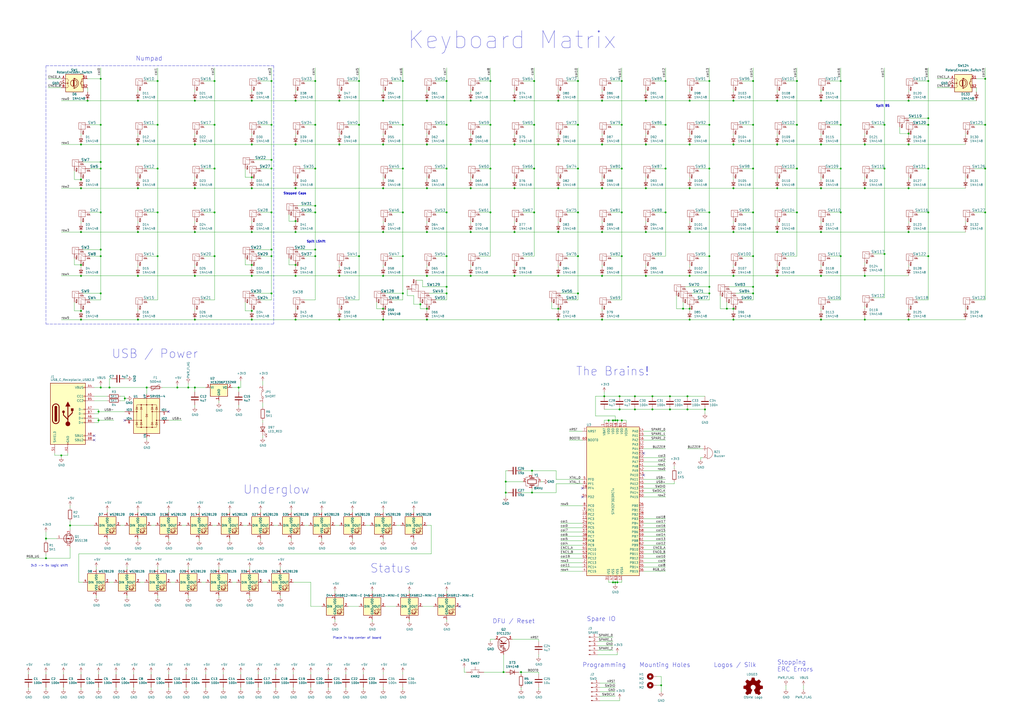
<source format=kicad_sch>
(kicad_sch (version 20211123) (generator eeschema)
  (paper "A2")
  (title_block (title "Entropy") (date "2020-12-25") (rev "0.2") (company "Josh Johnson"))
  (junction (at 157.48 46.99))
  (junction (at 476.25 134.62))
  (junction (at 513.08 72.39))
  (junction (at 113.03 109.22))
  (junction (at 359.41 237.49))
  (junction (at 171.45 83.82))
  (junction (at 72.39 231.14))
  (junction (at 436.88 170.18))
  (junction (at 113.03 224.79))
  (junction (at 349.25 58.42))
  (junction (at 462.28 123.19))
  (junction (at 462.28 72.39))
  (junction (at 80.01 160.02))
  (junction (at 233.68 72.39))
  (junction (at 356.87 243.84))
  (junction (at 425.45 109.22))
  (junction (at 335.28 72.39))
  (junction (at 476.25 160.02))
  (junction (at 80.01 58.42))
  (junction (at 146.05 180.34))
  (junction (at 157.48 170.18))
  (junction (at 368.3 229.87))
  (junction (at 298.45 83.82))
  (junction (at 355.6 243.84))
  (junction (at 196.85 185.42))
  (junction (at 349.25 83.82))
  (junction (at 171.45 109.22))
  (junction (at 368.3 237.49))
  (junction (at 323.85 185.42))
  (junction (at 247.65 160.02))
  (junction (at 400.05 185.42))
  (junction (at 171.45 160.02))
  (junction (at 323.85 109.22))
  (junction (at 146.05 109.22))
  (junction (at 58.42 97.79))
  (junction (at 335.28 46.99))
  (junction (at 571.5 45.72))
  (junction (at 273.05 83.82))
  (junction (at 247.65 185.42))
  (junction (at 284.48 123.19))
  (junction (at 182.88 46.99))
  (junction (at 360.68 148.59))
  (junction (at 436.88 123.19))
  (junction (at 386.08 72.39))
  (junction (at 309.88 123.19))
  (junction (at 386.08 123.19))
  (junction (at 171.45 58.42))
  (junction (at 400.05 58.42))
  (junction (at 527.05 109.22))
  (junction (at 408.94 237.49))
  (junction (at 113.03 83.82))
  (junction (at 171.45 134.62))
  (junction (at 323.85 160.02))
  (junction (at 400.05 160.02))
  (junction (at 538.48 148.59))
  (junction (at 538.48 68.58))
  (junction (at 146.05 153.67))
  (junction (at 450.85 109.22))
  (junction (at 462.28 97.79))
  (junction (at 374.65 134.62))
  (junction (at 58.42 123.19))
  (junction (at 80.01 185.42))
  (junction (at 293.37 279.4))
  (junction (at 138.43 224.79))
  (junction (at 335.28 148.59))
  (junction (at 374.65 109.22))
  (junction (at 450.85 58.42))
  (junction (at 124.46 148.59))
  (junction (at 400.05 134.62))
  (junction (at 302.26 389.89))
  (junction (at 146.05 160.02))
  (junction (at 436.88 166.37))
  (junction (at 355.6 337.82))
  (junction (at 436.88 148.59))
  (junction (at 378.46 237.49))
  (junction (at 356.87 337.82))
  (junction (at 233.68 123.19))
  (junction (at 259.08 123.19))
  (junction (at 26.67 323.85))
  (junction (at 182.88 119.38))
  (junction (at 538.48 46.99))
  (junction (at 308.61 285.75))
  (junction (at 411.48 72.39))
  (junction (at 411.48 166.37))
  (junction (at 58.42 144.78))
  (junction (at 157.48 123.19))
  (junction (at 146.05 58.42))
  (junction (at 411.48 123.19))
  (junction (at 323.85 83.82))
  (junction (at 388.62 229.87))
  (junction (at 46.99 180.34))
  (junction (at 323.85 179.07))
  (junction (at 146.05 134.62))
  (junction (at 40.64 304.8))
  (junction (at 349.25 160.02))
  (junction (at 146.05 185.42))
  (junction (at 247.65 58.42))
  (junction (at 421.64 179.07))
  (junction (at 374.65 83.82))
  (junction (at 349.25 109.22))
  (junction (at 388.62 237.49))
  (junction (at 323.85 134.62))
  (junction (at 571.5 97.79))
  (junction (at 113.03 134.62))
  (junction (at 293.37 285.75))
  (junction (at 157.48 144.78))
  (junction (at 350.52 229.87))
  (junction (at 360.68 123.19))
  (junction (at 157.48 97.79))
  (junction (at 450.85 83.82))
  (junction (at 222.25 179.07))
  (junction (at 222.25 134.62))
  (junction (at 273.05 109.22))
  (junction (at 360.68 46.99))
  (junction (at 46.99 185.42))
  (junction (at 476.25 109.22))
  (junction (at 400.05 109.22))
  (junction (at 298.45 160.02))
  (junction (at 527.05 77.47))
  (junction (at 91.44 72.39))
  (junction (at 400.05 179.07))
  (junction (at 396.24 179.07))
  (junction (at 196.85 58.42))
  (junction (at 247.65 134.62))
  (junction (at 273.05 58.42))
  (junction (at 425.45 185.42))
  (junction (at 383.54 397.51))
  (junction (at 233.68 46.99))
  (junction (at 46.99 83.82))
  (junction (at 487.68 148.59))
  (junction (at 378.46 229.87))
  (junction (at 411.48 97.79))
  (junction (at 182.88 72.39))
  (junction (at 360.68 72.39))
  (junction (at 113.03 185.42))
  (junction (at 538.48 97.79))
  (junction (at 146.05 83.82))
  (junction (at 58.42 45.72))
  (junction (at 273.05 160.02))
  (junction (at 462.28 46.99))
  (junction (at 360.68 243.84))
  (junction (at 284.48 72.39))
  (junction (at 501.65 160.02))
  (junction (at 91.44 46.99))
  (junction (at 91.44 123.19))
  (junction (at 58.42 148.59))
  (junction (at 208.28 72.39))
  (junction (at 113.03 58.42))
  (junction (at 425.45 58.42))
  (junction (at 63.5 224.79))
  (junction (at 411.48 170.18))
  (junction (at 360.68 97.79))
  (junction (at 476.25 58.42))
  (junction (at 247.65 83.82))
  (junction (at 425.45 160.02))
  (junction (at 222.25 58.42))
  (junction (at 425.45 83.82))
  (junction (at 233.68 97.79))
  (junction (at 171.45 185.42))
  (junction (at 80.01 83.82))
  (junction (at 425.45 179.07))
  (junction (at 146.05 102.87))
  (junction (at 527.05 58.42))
  (junction (at 323.85 58.42))
  (junction (at 374.65 160.02))
  (junction (at 222.25 160.02))
  (junction (at 284.48 46.99))
  (junction (at 109.22 224.79))
  (junction (at 487.68 123.19))
  (junction (at 349.25 134.62))
  (junction (at 46.99 134.62))
  (junction (at 527.05 83.82))
  (junction (at 292.1 389.89))
  (junction (at 386.08 97.79))
  (junction (at 26.67 312.42))
  (junction (at 196.85 83.82))
  (junction (at 571.5 123.19))
  (junction (at 450.85 134.62))
  (junction (at 335.28 170.18))
  (junction (at 436.88 72.39))
  (junction (at 171.45 153.67))
  (junction (at 58.42 72.39))
  (junction (at 298.45 58.42))
  (junction (at 476.25 83.82))
  (junction (at 386.08 46.99))
  (junction (at 487.68 46.99))
  (junction (at 233.68 148.59))
  (junction (at 208.28 148.59))
  (junction (at 487.68 72.39))
  (junction (at 222.25 185.42))
  (junction (at 57.15 238.76))
  (junction (at 359.41 229.87))
  (junction (at 182.88 97.79))
  (junction (at 233.68 170.18))
  (junction (at 171.45 128.27))
  (junction (at 222.25 83.82))
  (junction (at 259.08 166.37))
  (junction (at 58.42 93.98))
  (junction (at 157.48 92.71))
  (junction (at 196.85 160.02))
  (junction (at 80.01 109.22))
  (junction (at 208.28 46.99))
  (junction (at 538.48 72.39))
  (junction (at 35.56 264.16))
  (junction (at 309.88 72.39))
  (junction (at 46.99 160.02))
  (junction (at 259.08 170.18))
  (junction (at 476.25 185.42))
  (junction (at 247.65 109.22))
  (junction (at 91.44 97.79))
  (junction (at 157.48 72.39))
  (junction (at 182.88 144.78))
  (junction (at 527.05 134.62))
  (junction (at 501.65 109.22))
  (junction (at 259.08 148.59))
  (junction (at 222.25 109.22))
  (junction (at 411.48 46.99))
  (junction (at 182.88 148.59))
  (junction (at 335.28 97.79))
  (junction (at 538.48 123.19))
  (junction (at 398.78 237.49))
  (junction (at 450.85 160.02))
  (junction (at 309.88 46.99))
  (junction (at 124.46 97.79))
  (junction (at 436.88 46.99))
  (junction (at 273.05 134.62))
  (junction (at 298.45 109.22))
  (junction (at 259.08 97.79))
  (junction (at 513.08 147.32))
  (junction (at 436.88 97.79))
  (junction (at 353.06 243.84))
  (junction (at 501.65 185.42))
  (junction (at 411.48 148.59))
  (junction (at 487.68 97.79))
  (junction (at 501.65 83.82))
  (junction (at 309.88 97.79))
  (junction (at 124.46 46.99))
  (junction (at 80.01 134.62))
  (junction (at 124.46 123.19))
  (junction (at 425.45 134.62))
  (junction (at 259.08 72.39))
  (junction (at 50.8 58.42))
  (junction (at 284.48 97.79))
  (junction (at 91.44 148.59))
  (junction (at 571.5 72.39))
  (junction (at 358.14 337.82))
  (junction (at 46.99 104.14))
  (junction (at 335.28 123.19))
  (junction (at 527.05 185.42))
  (junction (at 358.14 243.84))
  (junction (at 247.65 179.07))
  (junction (at 85.09 224.79))
  (junction (at 57.15 243.84))
  (junction (at 374.65 58.42))
  (junction (at 46.99 153.67))
  (junction (at 58.42 224.79))
  (junction (at 400.05 83.82))
  (junction (at 113.03 160.02))
  (junction (at 298.45 134.62))
  (junction (at 243.84 176.53))
  (junction (at 513.08 97.79))
  (junction (at 102.87 224.79))
  (junction (at 259.08 46.99))
  (junction (at 308.61 273.05))
  (junction (at 46.99 109.22))
  (junction (at 398.78 229.87))
  (junction (at 124.46 72.39))
  (junction (at 58.42 170.18))
  (junction (at 182.88 123.19))
  (junction (at 349.25 185.42))
  (junction (at 157.48 148.59))
  (no_connect (at 72.39 243.84))
  (no_connect (at 97.79 238.76))
  (no_connect (at 373.38 275.59))
  (no_connect (at 54.61 252.73))
  (no_connect (at 337.82 288.29))
  (no_connect (at 54.61 255.27))
  (no_connect (at 337.82 283.21))
  (no_connect (at 266.7 351.79))
  (no_connect (at 373.38 262.89))
  (wire (pts (xy 298.45 77.47) (xy 298.45 78.74)))
  (wire (pts (xy 506.73 147.32) (xy 513.08 147.32)))
  (polyline (pts (xy 26.67 187.96) (xy 158.75 187.96)))
  (wire (pts (xy 356.87 337.82) (xy 356.87 339.09)))
  (wire (pts (xy 455.93 148.59) (xy 462.28 148.59)))
  (wire (pts (xy 405.13 173.99) (xy 411.48 173.99)))
  (wire (pts (xy 259.08 39.37) (xy 259.08 46.99)))
  (wire (pts (xy 476.25 52.07) (xy 476.25 53.34)))
  (wire (pts (xy 425.45 134.62) (xy 450.85 134.62)))
  (wire (pts (xy 571.5 123.19) (xy 571.5 97.79)))
  (wire (pts (xy 247.65 185.42) (xy 323.85 185.42)))
  (wire (pts (xy 309.88 148.59) (xy 309.88 123.19)))
  (wire (pts (xy 373.38 323.85) (xy 386.08 323.85)))
  (wire (pts (xy 85.09 254) (xy 85.09 255.27)))
  (wire (pts (xy 171.45 179.07) (xy 171.45 180.34)))
  (wire (pts (xy 430.53 148.59) (xy 436.88 148.59)))
  (wire (pts (xy 284.48 97.79) (xy 284.48 72.39)))
  (wire (pts (xy 46.99 134.62) (xy 35.56 134.62)))
  (wire (pts (xy 182.88 144.78) (xy 182.88 148.59)))
  (wire (pts (xy 349.25 102.87) (xy 349.25 104.14)))
  (wire (pts (xy 63.5 337.82) (xy 66.04 337.82)))
  (wire (pts (xy 335.28 97.79) (xy 335.28 72.39)))
  (wire (pts (xy 381 392.43) (xy 383.54 392.43)))
  (wire (pts (xy 476.25 160.02) (xy 501.65 160.02)))
  (wire (pts (xy 337.82 323.85) (xy 325.12 323.85)))
  (wire (pts (xy 72.39 231.14) (xy 72.39 232.41)))
  (wire (pts (xy 124.46 39.37) (xy 124.46 46.99)))
  (wire (pts (xy 411.48 148.59) (xy 411.48 166.37)))
  (wire (pts (xy 116.84 337.82) (xy 119.38 337.82)))
  (wire (pts (xy 538.48 148.59) (xy 538.48 173.99)))
  (wire (pts (xy 450.85 83.82) (xy 476.25 83.82)))
  (wire (pts (xy 462.28 39.37) (xy 462.28 46.99)))
  (wire (pts (xy 312.42 381) (xy 312.42 379.73)))
  (wire (pts (xy 109.22 222.25) (xy 109.22 224.79)))
  (wire (pts (xy 182.88 97.79) (xy 182.88 72.39)))
  (wire (pts (xy 180.34 391.16) (xy 180.34 389.89)))
  (wire (pts (xy 240.03 171.45) (xy 236.22 171.45)))
  (wire (pts (xy 201.93 173.99) (xy 208.28 173.99)))
  (wire (pts (xy 151.13 173.99) (xy 157.48 173.99)))
  (wire (pts (xy 113.03 179.07) (xy 113.03 180.34)))
  (wire (pts (xy 194.31 344.17) (xy 194.31 342.9)))
  (wire (pts (xy 57.15 391.16) (xy 57.15 389.89)))
  (wire (pts (xy 379.73 46.99) (xy 386.08 46.99)))
  (wire (pts (xy 462.28 123.19) (xy 462.28 97.79)))
  (wire (pts (xy 349.25 77.47) (xy 349.25 78.74)))
  (wire (pts (xy 146.05 128.27) (xy 146.05 129.54)))
  (wire (pts (xy 124.46 148.59) (xy 124.46 173.99)))
  (wire (pts (xy 284.48 46.99) (xy 284.48 72.39)))
  (wire (pts (xy 269.24 389.89) (xy 270.51 389.89)))
  (wire (pts (xy 80.01 58.42) (xy 113.03 58.42)))
  (wire (pts (xy 298.45 102.87) (xy 298.45 104.14)))
  (wire (pts (xy 149.86 391.16) (xy 149.86 389.89)))
  (wire (pts (xy 247.65 58.42) (xy 273.05 58.42)))
  (wire (pts (xy 481.33 173.99) (xy 487.68 173.99)))
  (wire (pts (xy 278.13 97.79) (xy 284.48 97.79)))
  (wire (pts (xy 501.65 184.15) (xy 501.65 185.42)))
  (wire (pts (xy 180.34 337.82) (xy 180.34 351.79)))
  (wire (pts (xy 354.33 46.99) (xy 360.68 46.99)))
  (wire (pts (xy 353.06 337.82) (xy 353.06 336.55)))
  (wire (pts (xy 57.15 238.76) (xy 72.39 238.76)))
  (wire (pts (xy 259.08 148.59) (xy 259.08 166.37)))
  (wire (pts (xy 354.33 97.79) (xy 360.68 97.79)))
  (wire (pts (xy 355.6 243.84) (xy 356.87 243.84)))
  (wire (pts (xy 36.83 391.16) (xy 36.83 389.89)))
  (wire (pts (xy 323.85 128.27) (xy 323.85 129.54)))
  (wire (pts (xy 57.15 243.84) (xy 66.04 243.84)))
  (wire (pts (xy 200.66 400.05) (xy 200.66 398.78)))
  (wire (pts (xy 171.45 160.02) (xy 196.85 160.02)))
  (wire (pts (xy 293.37 273.05) (xy 293.37 279.4)))
  (wire (pts (xy 359.41 237.49) (xy 368.3 237.49)))
  (wire (pts (xy 308.61 283.21) (xy 308.61 285.75)))
  (wire (pts (xy 215.9 359.41) (xy 215.9 360.68)))
  (wire (pts (xy 58.42 97.79) (xy 58.42 93.98)))
  (wire (pts (xy 407.67 260.35) (xy 398.78 260.35)))
  (wire (pts (xy 293.37 279.4) (xy 293.37 285.75)))
  (wire (pts (xy 501.65 177.8) (xy 501.65 179.07)))
  (wire (pts (xy 113.03 224.79) (xy 113.03 227.33)))
  (wire (pts (xy 273.05 128.27) (xy 273.05 129.54)))
  (wire (pts (xy 411.48 170.18) (xy 411.48 173.99)))
  (wire (pts (xy 222.25 77.47) (xy 222.25 78.74)))
  (wire (pts (xy 400.05 83.82) (xy 425.45 83.82)))
  (wire (pts (xy 527.05 185.42) (xy 560.07 185.42)))
  (polyline (pts (xy 158.75 38.1) (xy 26.67 38.1)))
  (wire (pts (xy 386.08 148.59) (xy 386.08 123.19)))
  (wire (pts (xy 16.51 391.16) (xy 16.51 389.89)))
  (wire (pts (xy 408.94 237.49) (xy 408.94 240.03)))
  (wire (pts (xy 77.47 400.05) (xy 77.47 398.78)))
  (wire (pts (xy 227.33 123.19) (xy 233.68 123.19)))
  (wire (pts (xy 411.48 123.19) (xy 411.48 97.79)))
  (wire (pts (xy 551.18 50.8) (xy 543.56 50.8)))
  (wire (pts (xy 240.03 297.18) (xy 240.03 295.91)))
  (wire (pts (xy 411.48 39.37) (xy 411.48 46.99)))
  (wire (pts (xy 200.66 391.16) (xy 200.66 389.89)))
  (wire (pts (xy 46.99 160.02) (xy 80.01 160.02)))
  (wire (pts (xy 107.95 400.05) (xy 107.95 398.78)))
  (wire (pts (xy 455.93 397.51) (xy 455.93 400.05)))
  (wire (pts (xy 284.48 148.59) (xy 284.48 123.19)))
  (wire (pts (xy 77.47 391.16) (xy 77.47 389.89)))
  (wire (pts (xy 328.93 123.19) (xy 335.28 123.19)))
  (wire (pts (xy 373.38 326.39) (xy 386.08 326.39)))
  (wire (pts (xy 118.11 46.99) (xy 124.46 46.99)))
  (wire (pts (xy 335.28 39.37) (xy 335.28 46.99)))
  (wire (pts (xy 222.25 185.42) (xy 247.65 185.42)))
  (wire (pts (xy 476.25 134.62) (xy 527.05 134.62)))
  (wire (pts (xy 176.53 72.39) (xy 182.88 72.39)))
  (wire (pts (xy 109.22 330.2) (xy 109.22 328.93)))
  (wire (pts (xy 146.05 102.87) (xy 146.05 104.14)))
  (wire (pts (xy 118.11 173.99) (xy 124.46 173.99)))
  (wire (pts (xy 391.16 271.78) (xy 391.16 270.51)))
  (wire (pts (xy 355.6 337.82) (xy 353.06 337.82)))
  (wire (pts (xy 273.05 160.02) (xy 298.45 160.02)))
  (wire (pts (xy 222.25 128.27) (xy 222.25 129.54)))
  (wire (pts (xy 335.28 170.18) (xy 335.28 173.99)))
  (wire (pts (xy 182.88 46.99) (xy 182.88 72.39)))
  (wire (pts (xy 40.64 304.8) (xy 54.61 304.8)))
  (wire (pts (xy 58.42 224.79) (xy 63.5 224.79)))
  (wire (pts (xy 57.15 243.84) (xy 57.15 245.11)))
  (wire (pts (xy 538.48 68.58) (xy 538.48 72.39)))
  (wire (pts (xy 113.03 77.47) (xy 113.03 78.74)))
  (wire (pts (xy 411.48 46.99) (xy 411.48 72.39)))
  (wire (pts (xy 196.85 185.42) (xy 222.25 185.42)))
  (wire (pts (xy 251.46 351.79) (xy 245.11 351.79)))
  (wire (pts (xy 227.33 173.99) (xy 233.68 173.99)))
  (wire (pts (xy 222.25 184.15) (xy 222.25 185.42)))
  (wire (pts (xy 400.05 153.67) (xy 400.05 154.94)))
  (wire (pts (xy 26.67 313.69) (xy 26.67 312.42)))
  (wire (pts (xy 320.04 179.07) (xy 323.85 179.07)))
  (wire (pts (xy 374.65 58.42) (xy 400.05 58.42)))
  (wire (pts (xy 373.38 306.07) (xy 386.08 306.07)))
  (wire (pts (xy 91.44 123.19) (xy 91.44 97.79)))
  (wire (pts (xy 87.63 391.16) (xy 87.63 389.89)))
  (wire (pts (xy 243.84 176.53) (xy 243.84 179.07)))
  (wire (pts (xy 80.01 312.42) (xy 80.01 313.69)))
  (wire (pts (xy 80.01 185.42) (xy 113.03 185.42)))
  (wire (pts (xy 58.42 148.59) (xy 58.42 170.18)))
  (wire (pts (xy 430.53 173.99) (xy 436.88 173.99)))
  (wire (pts (xy 527.05 179.07) (xy 527.05 180.34)))
  (wire (pts (xy 273.05 52.07) (xy 273.05 53.34)))
  (wire (pts (xy 450.85 128.27) (xy 450.85 129.54)))
  (wire (pts (xy 400.05 58.42) (xy 425.45 58.42)))
  (wire (pts (xy 312.42 398.78) (xy 312.42 400.05)))
  (wire (pts (xy 405.13 123.19) (xy 411.48 123.19)))
  (wire (pts (xy 354.33 72.39) (xy 360.68 72.39)))
  (wire (pts (xy 346.71 369.57) (xy 355.6 369.57)))
  (wire (pts (xy 208.28 39.37) (xy 208.28 46.99)))
  (wire (pts (xy 222.25 83.82) (xy 247.65 83.82)))
  (wire (pts (xy 328.93 72.39) (xy 335.28 72.39)))
  (wire (pts (xy 247.65 83.82) (xy 273.05 83.82)))
  (wire (pts (xy 278.13 148.59) (xy 284.48 148.59)))
  (wire (pts (xy 247.65 304.8) (xy 250.19 304.8)))
  (wire (pts (xy 194.31 304.8) (xy 196.85 304.8)))
  (wire (pts (xy 127 330.2) (xy 127 328.93)))
  (wire (pts (xy 360.68 336.55) (xy 360.68 337.82)))
  (wire (pts (xy 91.44 97.79) (xy 91.44 72.39)))
  (wire (pts (xy 386.08 331.47) (xy 373.38 331.47)))
  (wire (pts (xy 39.37 264.16) (xy 35.56 264.16)))
  (wire (pts (xy 450.85 52.07) (xy 450.85 53.34)))
  (wire (pts (xy 124.46 46.99) (xy 124.46 72.39)))
  (wire (pts (xy 35.56 58.42) (xy 50.8 58.42)))
  (wire (pts (xy 134.62 224.79) (xy 138.43 224.79)))
  (wire (pts (xy 157.48 170.18) (xy 157.48 148.59)))
  (wire (pts (xy 378.46 237.49) (xy 388.62 237.49)))
  (wire (pts (xy 425.45 102.87) (xy 425.45 104.14)))
  (wire (pts (xy 170.18 391.16) (xy 170.18 389.89)))
  (wire (pts (xy 284.48 123.19) (xy 284.48 97.79)))
  (wire (pts (xy 337.82 328.93) (xy 325.12 328.93)))
  (wire (pts (xy 374.65 77.47) (xy 374.65 78.74)))
  (wire (pts (xy 527.05 153.67) (xy 527.05 154.94)))
  (wire (pts (xy 57.15 245.11) (xy 54.61 245.11)))
  (wire (pts (xy 368.3 237.49) (xy 378.46 237.49)))
  (wire (pts (xy 259.08 344.17) (xy 259.08 342.9)))
  (wire (pts (xy 501.65 158.75) (xy 501.65 160.02)))
  (wire (pts (xy 400.05 185.42) (xy 425.45 185.42)))
  (wire (pts (xy 347.98 406.4) (xy 359.41 406.4)))
  (wire (pts (xy 133.35 312.42) (xy 133.35 313.69)))
  (wire (pts (xy 43.18 153.67) (xy 46.99 153.67)))
  (wire (pts (xy 139.7 391.16) (xy 139.7 389.89)))
  (wire (pts (xy 425.45 160.02) (xy 450.85 160.02)))
  (wire (pts (xy 252.73 97.79) (xy 259.08 97.79)))
  (wire (pts (xy 45.72 337.82) (xy 48.26 337.82)))
  (wire (pts (xy 222.25 312.42) (xy 222.25 313.69)))
  (wire (pts (xy 62.23 312.42) (xy 62.23 313.69)))
  (wire (pts (xy 52.07 72.39) (xy 58.42 72.39)))
  (wire (pts (xy 46.99 109.22) (xy 80.01 109.22)))
  (wire (pts (xy 129.54 391.16) (xy 129.54 389.89)))
  (wire (pts (xy 113.03 160.02) (xy 146.05 160.02)))
  (wire (pts (xy 233.68 148.59) (xy 233.68 123.19)))
  (wire (pts (xy 349.25 52.07) (xy 349.25 53.34)))
  (wire (pts (xy 476.25 179.07) (xy 476.25 180.34)))
  (wire (pts (xy 373.38 316.23) (xy 386.08 316.23)))
  (wire (pts (xy 46.99 400.05) (xy 46.99 398.78)))
  (wire (pts (xy 151.13 72.39) (xy 157.48 72.39)))
  (wire (pts (xy 405.13 148.59) (xy 411.48 148.59)))
  (wire (pts (xy 302.26 389.89) (xy 312.42 389.89)))
  (wire (pts (xy 302.26 400.05) (xy 302.26 398.78)))
  (wire (pts (xy 91.44 148.59) (xy 91.44 123.19)))
  (wire (pts (xy 360.68 148.59) (xy 360.68 123.19)))
  (wire (pts (xy 259.08 166.37) (xy 259.08 170.18)))
  (wire (pts (xy 247.65 179.07) (xy 247.65 180.34)))
  (wire (pts (xy 171.45 102.87) (xy 171.45 104.14)))
  (wire (pts (xy 252.73 148.59) (xy 259.08 148.59)))
  (wire (pts (xy 170.18 337.82) (xy 180.34 337.82)))
  (wire (pts (xy 373.38 250.19) (xy 386.08 250.19)))
  (wire (pts (xy 298.45 83.82) (xy 323.85 83.82)))
  (wire (pts (xy 208.28 72.39) (xy 208.28 148.59)))
  (wire (pts (xy 81.28 337.82) (xy 83.82 337.82)))
  (wire (pts (xy 45.72 321.31) (xy 45.72 337.82)))
  (wire (pts (xy 80.01 77.47) (xy 80.01 78.74)))
  (wire (pts (xy 337.82 311.15) (xy 325.12 311.15)))
  (wire (pts (xy 273.05 102.87) (xy 273.05 104.14)))
  (wire (pts (xy 521.97 77.47) (xy 527.05 77.47)))
  (wire (pts (xy 259.08 359.41) (xy 259.08 360.68)))
  (wire (pts (xy 91.44 148.59) (xy 91.44 173.99)))
  (wire (pts (xy 26.67 391.16) (xy 26.67 389.89)))
  (wire (pts (xy 227.33 46.99) (xy 233.68 46.99)))
  (wire (pts (xy 513.08 97.79) (xy 513.08 147.32)))
  (wire (pts (xy 80.01 134.62) (xy 113.03 134.62)))
  (wire (pts (xy 400.05 160.02) (xy 425.45 160.02)))
  (wire (pts (xy 80.01 52.07) (xy 80.01 53.34)))
  (wire (pts (xy 425.45 109.22) (xy 450.85 109.22)))
  (wire (pts (xy 176.53 173.99) (xy 182.88 173.99)))
  (wire (pts (xy 158.75 304.8) (xy 161.29 304.8)))
  (wire (pts (xy 80.01 58.42) (xy 50.8 58.42)))
  (wire (pts (xy 167.64 124.46) (xy 167.64 128.27)))
  (wire (pts (xy 373.38 267.97) (xy 386.08 267.97)))
  (wire (pts (xy 400.05 102.87) (xy 400.05 104.14)))
  (wire (pts (xy 566.42 50.8) (xy 566.42 53.34)))
  (wire (pts (xy 171.45 83.82) (xy 196.85 83.82)))
  (wire (pts (xy 35.56 185.42) (xy 46.99 185.42)))
  (wire (pts (xy 349.25 109.22) (xy 374.65 109.22)))
  (wire (pts (xy 312.42 389.89) (xy 312.42 391.16)))
  (wire (pts (xy 26.67 400.05) (xy 26.67 398.78)))
  (wire (pts (xy 401.32 170.18) (xy 411.48 170.18)))
  (wire (pts (xy 356.87 403.86) (xy 347.98 403.86)))
  (wire (pts (xy 303.53 148.59) (xy 309.88 148.59)))
  (wire (pts (xy 337.82 293.37) (xy 325.12 293.37)))
  (wire (pts (xy 487.68 97.79) (xy 487.68 72.39)))
  (wire (pts (xy 160.02 400.05) (xy 160.02 398.78)))
  (wire (pts (xy 146.05 58.42) (xy 171.45 58.42)))
  (wire (pts (xy 144.78 345.44) (xy 144.78 346.71)))
  (wire (pts (xy 162.56 345.44) (xy 162.56 346.71)))
  (wire (pts (xy 171.45 58.42) (xy 196.85 58.42)))
  (wire (pts (xy 350.52 227.33) (xy 350.52 229.87)))
  (wire (pts (xy 247.65 102.87) (xy 247.65 104.14)))
  (wire (pts (xy 43.18 180.34) (xy 46.99 180.34)))
  (wire (pts (xy 259.08 173.99) (xy 259.08 170.18)))
  (wire (pts (xy 320.04 175.26) (xy 320.04 179.07)))
  (wire (pts (xy 233.68 123.19) (xy 233.68 97.79)))
  (wire (pts (xy 337.82 326.39) (xy 325.12 326.39)))
  (wire (pts (xy 398.78 229.87) (xy 408.94 229.87)))
  (wire (pts (xy 171.45 185.42) (xy 196.85 185.42)))
  (wire (pts (xy 436.88 97.79) (xy 436.88 72.39)))
  (wire (pts (xy 80.01 297.18) (xy 80.01 295.91)))
  (wire (pts (xy 383.54 392.43) (xy 383.54 397.51)))
  (wire (pts (xy 335.28 46.99) (xy 335.28 72.39)))
  (wire (pts (xy 436.88 148.59) (xy 436.88 123.19)))
  (wire (pts (xy 347.98 401.32) (xy 356.87 401.32)))
  (wire (pts (xy 46.99 160.02) (xy 35.56 160.02)))
  (wire (pts (xy 335.28 148.59) (xy 335.28 170.18)))
  (wire (pts (xy 346.71 379.73) (xy 358.14 379.73)))
  (wire (pts (xy 383.54 397.51) (xy 383.54 401.32)))
  (wire (pts (xy 48.26 170.18) (xy 58.42 170.18)))
  (wire (pts (xy 196.85 83.82) (xy 222.25 83.82)))
  (wire (pts (xy 298.45 134.62) (xy 323.85 134.62)))
  (wire (pts (xy 176.53 123.19) (xy 182.88 123.19)))
  (wire (pts (xy 107.95 391.16) (xy 107.95 389.89)))
  (wire (pts (xy 349.25 128.27) (xy 349.25 129.54)))
  (wire (pts (xy 373.38 313.69) (xy 386.08 313.69)))
  (wire (pts (xy 40.64 294.64) (xy 40.64 293.37)))
  (wire (pts (xy 67.31 391.16) (xy 67.31 389.89)))
  (wire (pts (xy 48.26 144.78) (xy 58.42 144.78)))
  (wire (pts (xy 450.85 109.22) (xy 476.25 109.22)))
  (wire (pts (xy 476.25 102.87) (xy 476.25 104.14)))
  (wire (pts (xy 273.05 77.47) (xy 273.05 78.74)))
  (wire (pts (xy 450.85 102.87) (xy 450.85 104.14)))
  (wire (pts (xy 196.85 179.07) (xy 196.85 180.34)))
  (wire (pts (xy 170.18 400.05) (xy 170.18 398.78)))
  (wire (pts (xy 40.64 307.34) (xy 40.64 304.8)))
  (wire (pts (xy 552.45 48.26) (xy 551.18 48.26)))
  (wire (pts (xy 233.68 391.16) (xy 233.68 389.89)))
  (wire (pts (xy 63.5 224.79) (xy 85.09 224.79)))
  (wire (pts (xy 208.28 46.99) (xy 208.28 72.39)))
  (wire (pts (xy 124.46 97.79) (xy 124.46 72.39)))
  (wire (pts (xy 138.43 236.22) (xy 138.43 234.95)))
  (wire (pts (xy 259.08 123.19) (xy 259.08 97.79)))
  (wire (pts (xy 252.73 72.39) (xy 259.08 72.39)))
  (wire (pts (xy 52.07 97.79) (xy 58.42 97.79)))
  (wire (pts (xy 455.93 72.39) (xy 462.28 72.39)))
  (wire (pts (xy 176.53 148.59) (xy 182.88 148.59)))
  (wire (pts (xy 180.34 351.79) (xy 186.69 351.79)))
  (wire (pts (xy 35.56 264.16) (xy 35.56 265.43)))
  (wire (pts (xy 373.38 300.99) (xy 386.08 300.99)))
  (wire (pts (xy 157.48 97.79) (xy 157.48 123.19)))
  (wire (pts (xy 151.13 297.18) (xy 151.13 295.91)))
  (wire (pts (xy 91.44 39.37) (xy 91.44 46.99)))
  (wire (pts (xy 278.13 72.39) (xy 284.48 72.39)))
  (wire (pts (xy 481.33 72.39) (xy 487.68 72.39)))
  (wire (pts (xy 400.05 52.07) (xy 400.05 53.34)))
  (wire (pts (xy 247.65 52.07) (xy 247.65 53.34)))
  (wire (pts (xy 151.13 46.99) (xy 157.48 46.99)))
  (wire (pts (xy 240.03 312.42) (xy 240.03 313.69)))
  (wire (pts (xy 400.05 179.07) (xy 400.05 180.34)))
  (wire (pts (xy 358.14 336.55) (xy 358.14 337.82)))
  (wire (pts (xy 391.16 279.4) (xy 391.16 280.67)))
  (wire (pts (xy 201.93 148.59) (xy 208.28 148.59)))
  (wire (pts (xy 40.64 317.5) (xy 40.64 323.85)))
  (wire (pts (xy 118.11 123.19) (xy 124.46 123.19)))
  (wire (pts (xy 201.93 46.99) (xy 208.28 46.99)))
  (wire (pts (xy 252.73 46.99) (xy 259.08 46.99)))
  (wire (pts (xy 36.83 400.05) (xy 36.83 398.78)))
  (wire (pts (xy 91.44 330.2) (xy 91.44 328.93)))
  (wire (pts (xy 139.7 400.05) (xy 139.7 398.78)))
  (wire (pts (xy 322.58 280.67) (xy 322.58 285.75)))
  (wire (pts (xy 43.18 149.86) (xy 43.18 153.67)))
  (wire (pts (xy 80.01 153.67) (xy 80.01 154.94)))
  (wire (pts (xy 142.24 149.86) (xy 142.24 153.67)))
  (wire (pts (xy 140.97 304.8) (xy 143.51 304.8)))
  (wire (pts (xy 182.88 173.99) (xy 182.88 148.59)))
  (wire (pts (xy 323.85 160.02) (xy 349.25 160.02)))
  (wire (pts (xy 227.33 97.79) (xy 233.68 97.79)))
  (wire (pts (xy 269.24 387.35) (xy 269.24 389.89)))
  (wire (pts (xy 144.78 330.2) (xy 144.78 328.93)))
  (wire (pts (xy 425.45 185.42) (xy 476.25 185.42)))
  (wire (pts (xy 151.13 312.42) (xy 151.13 313.69)))
  (wire (pts (xy 152.4 233.68) (xy 152.4 236.22)))
  (wire (pts (xy 506.73 72.39) (xy 513.08 72.39)))
  (wire (pts (xy 354.33 123.19) (xy 360.68 123.19)))
  (wire (pts (xy 538.48 123.19) (xy 538.48 148.59)))
  (wire (pts (xy 354.33 173.99) (xy 360.68 173.99)))
  (wire (pts (xy 85.09 46.99) (xy 91.44 46.99)))
  (wire (pts (xy 146.05 77.47) (xy 146.05 78.74)))
  (wire (pts (xy 43.18 104.14) (xy 46.99 104.14)))
  (wire (pts (xy 48.26 93.98) (xy 58.42 93.98)))
  (wire (pts (xy 222.25 297.18) (xy 222.25 295.91)))
  (wire (pts (xy 300.99 389.89) (xy 302.26 389.89)))
  (wire (pts (xy 309.88 39.37) (xy 309.88 46.99)))
  (wire (pts (xy 487.68 123.19) (xy 487.68 97.79)))
  (wire (pts (xy 91.44 46.99) (xy 91.44 72.39)))
  (wire (pts (xy 421.64 175.26) (xy 421.64 179.07)))
  (wire (pts (xy 35.56 83.82) (xy 46.99 83.82)))
  (wire (pts (xy 373.38 303.53) (xy 386.08 303.53)))
  (wire (pts (xy 411.48 166.37) (xy 411.48 170.18)))
  (wire (pts (xy 560.07 102.87) (xy 560.07 104.14)))
  (wire (pts (xy 358.14 378.46) (xy 358.14 379.73)))
  (wire (pts (xy 157.48 39.37) (xy 157.48 46.99)))
  (wire (pts (xy 142.24 175.26) (xy 142.24 180.34)))
  (wire (pts (xy 162.56 330.2) (xy 162.56 328.93)))
  (wire (pts (xy 247.65 77.47) (xy 247.65 78.74)))
  (wire (pts (xy 312.42 372.11) (xy 312.42 370.84)))
  (wire (pts (xy 462.28 148.59) (xy 462.28 123.19)))
  (wire (pts (xy 349.25 58.42) (xy 374.65 58.42)))
  (wire (pts (xy 31.75 264.16) (xy 31.75 262.89)))
  (wire (pts (xy 309.88 46.99) (xy 309.88 72.39)))
  (wire (pts (xy 273.05 83.82) (xy 298.45 83.82)))
  (wire (pts (xy 373.38 288.29) (xy 386.08 288.29)))
  (wire (pts (xy 176.53 97.79) (xy 182.88 97.79)))
  (wire (pts (xy 322.58 280.67) (xy 337.82 280.67)))
  (wire (pts (xy 259.08 97.79) (xy 259.08 72.39)))
  (wire (pts (xy 323.85 153.67) (xy 323.85 154.94)))
  (wire (pts (xy 80.01 102.87) (xy 80.01 104.14)))
  (wire (pts (xy 118.11 148.59) (xy 124.46 148.59)))
  (wire (pts (xy 527.05 109.22) (xy 560.07 109.22)))
  (wire (pts (xy 430.53 97.79) (xy 436.88 97.79)))
  (wire (pts (xy 405.13 72.39) (xy 411.48 72.39)))
  (wire (pts (xy 298.45 58.42) (xy 323.85 58.42)))
  (wire (pts (xy 171.45 52.07) (xy 171.45 53.34)))
  (wire (pts (xy 481.33 97.79) (xy 487.68 97.79)))
  (wire (pts (xy 374.65 102.87) (xy 374.65 104.14)))
  (wire (pts (xy 113.03 236.22) (xy 113.03 234.95)))
  (wire (pts (xy 115.57 312.42) (xy 115.57 313.69)))
  (wire (pts (xy 105.41 304.8) (xy 107.95 304.8)))
  (wire (pts (xy 293.37 389.89) (xy 292.1 389.89)))
  (wire (pts (xy 308.61 273.05) (xy 322.58 273.05)))
  (wire (pts (xy 360.68 123.19) (xy 360.68 97.79)))
  (wire (pts (xy 360.68 46.99) (xy 360.68 72.39)))
  (wire (pts (xy 243.84 175.26) (xy 243.84 176.53)))
  (wire (pts (xy 347.98 396.24) (xy 356.87 396.24)))
  (wire (pts (xy 353.06 243.84) (xy 355.6 243.84)))
  (wire (pts (xy 487.68 148.59) (xy 487.68 173.99)))
  (wire (pts (xy 138.43 224.79) (xy 139.7 224.79)))
  (wire (pts (xy 425.45 128.27) (xy 425.45 129.54)))
  (wire (pts (xy 378.46 229.87) (xy 388.62 229.87)))
  (wire (pts (xy 386.08 39.37) (xy 386.08 46.99)))
  (wire (pts (xy 309.88 97.79) (xy 309.88 72.39)))
  (wire (pts (xy 308.61 275.59) (xy 308.61 273.05)))
  (wire (pts (xy 182.88 123.19) (xy 182.88 144.78)))
  (wire (pts (xy 26.67 312.42) (xy 26.67 308.61)))
  (wire (pts (xy 360.68 97.79) (xy 360.68 72.39)))
  (wire (pts (xy 450.85 77.47) (xy 450.85 78.74)))
  (wire (pts (xy 247.65 128.27) (xy 247.65 129.54)))
  (wire (pts (xy 210.82 391.16) (xy 210.82 389.89)))
  (wire (pts (xy 58.42 45.72) (xy 58.42 72.39)))
  (wire (pts (xy 35.56 45.72) (xy 27.94 45.72)))
  (wire (pts (xy 337.82 303.53) (xy 325.12 303.53)))
  (wire (pts (xy 176.53 304.8) (xy 179.07 304.8)))
  (wire (pts (xy 355.6 336.55) (xy 355.6 337.82)))
  (wire (pts (xy 323.85 102.87) (xy 323.85 104.14)))
  (wire (pts (xy 298.45 109.22) (xy 323.85 109.22)))
  (wire (pts (xy 538.48 46.99) (xy 538.48 68.58)))
  (wire (pts (xy 303.53 97.79) (xy 309.88 97.79)))
  (wire (pts (xy 245.11 162.56) (xy 241.3 162.56)))
  (wire (pts (xy 298.45 52.07) (xy 298.45 53.34)))
  (wire (pts (xy 379.73 123.19) (xy 386.08 123.19)))
  (wire (pts (xy 113.03 224.79) (xy 119.38 224.79)))
  (wire (pts (xy 58.42 93.98) (xy 58.42 72.39)))
  (wire (pts (xy 240.03 176.53) (xy 243.84 176.53)))
  (wire (pts (xy 157.48 97.79) (xy 157.48 92.71)))
  (wire (pts (xy 80.01 109.22) (xy 113.03 109.22)))
  (wire (pts (xy 46.99 391.16) (xy 46.99 389.89)))
  (wire (pts (xy 146.05 109.22) (xy 171.45 109.22)))
  (wire (pts (xy 54.61 224.79) (xy 58.42 224.79)))
  (wire (pts (xy 388.62 237.49) (xy 398.78 237.49)))
  (wire (pts (xy 247.65 134.62) (xy 273.05 134.62)))
  (wire (pts (xy 436.88 39.37) (xy 436.88 46.99)))
  (wire (pts (xy 466.09 400.05) (xy 466.09 397.51)))
  (wire (pts (xy 337.82 306.07) (xy 325.12 306.07)))
  (wire (pts (xy 398.78 237.49) (xy 408.94 237.49)))
  (wire (pts (xy 212.09 304.8) (xy 214.63 304.8)))
  (wire (pts (xy 527.05 128.27) (xy 527.05 129.54)))
  (wire (pts (xy 196.85 160.02) (xy 222.25 160.02)))
  (wire (pts (xy 273.05 153.67) (xy 273.05 154.94)))
  (wire (pts (xy 102.87 223.52) (xy 102.87 224.79)))
  (wire (pts (xy 455.93 46.99) (xy 462.28 46.99)))
  (wire (pts (xy 346.71 374.65) (xy 355.6 374.65)))
  (wire (pts (xy 349.25 153.67) (xy 349.25 154.94)))
  (wire (pts (xy 97.79 400.05) (xy 97.79 398.78)))
  (wire (pts (xy 233.68 148.59) (xy 233.68 170.18)))
  (wire (pts (xy 52.07 148.59) (xy 58.42 148.59)))
  (wire (pts (xy 421.64 179.07) (xy 425.45 179.07)))
  (wire (pts (xy 58.42 144.78) (xy 58.42 148.59)))
  (wire (pts (xy 381 397.51) (xy 383.54 397.51)))
  (wire (pts (xy 35.56 50.8) (xy 27.94 50.8)))
  (wire (pts (xy 476.25 58.42) (xy 527.05 58.42)))
  (wire (pts (xy 146.05 185.42) (xy 171.45 185.42)))
  (wire (pts (xy 560.07 128.27) (xy 560.07 129.54)))
  (wire (pts (xy 97.79 297.18) (xy 97.79 295.91)))
  (wire (pts (xy 513.08 39.37) (xy 513.08 72.39)))
  (wire (pts (xy 222.25 160.02) (xy 247.65 160.02)))
  (wire (pts (xy 487.68 46.99) (xy 487.68 72.39)))
  (wire (pts (xy 430.53 72.39) (xy 436.88 72.39)))
  (wire (pts (xy 360.68 243.84) (xy 363.22 243.84)))
  (wire (pts (xy 501.65 102.87) (xy 501.65 104.14)))
  (wire (pts (xy 358.14 337.82) (xy 356.87 337.82)))
  (wire (pts (xy 63.5 219.71) (xy 63.5 224.79)))
  (wire (pts (xy 55.88 345.44) (xy 55.88 346.71)))
  (wire (pts (xy 85.09 148.59) (xy 91.44 148.59)))
  (wire (pts (xy 43.18 175.26) (xy 43.18 180.34)))
  (wire (pts (xy 233.68 39.37) (xy 233.68 46.99)))
  (wire (pts (xy 368.3 229.87) (xy 378.46 229.87)))
  (wire (pts (xy 323.85 134.62) (xy 349.25 134.62)))
  (wire (pts (xy 392.43 179.07) (xy 396.24 179.07)))
  (wire (pts (xy 373.38 328.93) (xy 386.08 328.93)))
  (wire (pts (xy 481.33 123.19) (xy 487.68 123.19)))
  (wire (pts (xy 501.65 109.22) (xy 527.05 109.22)))
  (wire (pts (xy 476.25 109.22) (xy 501.65 109.22)))
  (wire (pts (xy 323.85 52.07) (xy 323.85 53.34)))
  (wire (pts (xy 227.33 72.39) (xy 233.68 72.39)))
  (wire (pts (xy 532.13 46.99) (xy 538.48 46.99)))
  (wire (pts (xy 69.85 229.87) (xy 72.39 229.87)))
  (wire (pts (xy 97.79 312.42) (xy 97.79 313.69)))
  (wire (pts (xy 127 345.44) (xy 127 346.71)))
  (wire (pts (xy 462.28 97.79) (xy 462.28 72.39)))
  (wire (pts (xy 58.42 170.18) (xy 58.42 173.99)))
  (wire (pts (xy 46.99 83.82) (xy 80.01 83.82)))
  (wire (pts (xy 40.64 323.85) (xy 26.67 323.85)))
  (wire (pts (xy 201.93 72.39) (xy 208.28 72.39)))
  (wire (pts (xy 152.4 220.98) (xy 152.4 223.52)))
  (wire (pts (xy 237.49 359.41) (xy 237.49 360.68)))
  (wire (pts (xy 273.05 109.22) (xy 298.45 109.22)))
  (wire (pts (xy 360.68 39.37) (xy 360.68 46.99)))
  (wire (pts (xy 194.31 359.41) (xy 194.31 360.68)))
  (wire (pts (xy 566.42 45.72) (xy 571.5 45.72)))
  (wire (pts (xy 284.48 370.84) (xy 284.48 372.11)))
  (wire (pts (xy 436.88 173.99) (xy 436.88 170.18)))
  (wire (pts (xy 293.37 285.75) (xy 293.37 288.29)))
  (wire (pts (xy 527.05 134.62) (xy 560.07 134.62)))
  (wire (pts (xy 455.93 97.79) (xy 462.28 97.79)))
  (wire (pts (xy 337.82 331.47) (xy 325.12 331.47)))
  (wire (pts (xy 532.13 173.99) (xy 538.48 173.99)))
  (wire (pts (xy 527.05 102.87) (xy 527.05 104.14)))
  (wire (pts (xy 259.08 46.99) (xy 259.08 72.39)))
  (wire (pts (xy 109.22 345.44) (xy 109.22 346.71)))
  (wire (pts (xy 167.64 153.67) (xy 171.45 153.67)))
  (wire (pts (xy 532.13 72.39) (xy 538.48 72.39)))
  (wire (pts (xy 455.93 123.19) (xy 462.28 123.19)))
  (wire (pts (xy 113.03 52.07) (xy 113.03 53.34)))
  (wire (pts (xy 411.48 97.79) (xy 411.48 72.39)))
  (wire (pts (xy 374.65 160.02) (xy 400.05 160.02)))
  (wire (pts (xy 400.05 128.27) (xy 400.05 129.54)))
  (wire (pts (xy 172.72 119.38) (xy 182.88 119.38)))
  (wire (pts (xy 172.72 144.78) (xy 182.88 144.78)))
  (wire (pts (xy 142.24 97.79) (xy 142.24 102.87)))
  (wire (pts (xy 182.88 39.37) (xy 182.88 46.99)))
  (wire (pts (xy 560.07 77.47) (xy 560.07 78.74)))
  (wire (pts (xy 73.66 231.14) (xy 72.39 231.14)))
  (wire (pts (xy 222.25 400.05) (xy 222.25 398.78)))
  (wire (pts (xy 142.24 153.67) (xy 146.05 153.67)))
  (wire (pts (xy 430.53 123.19) (xy 436.88 123.19)))
  (wire (pts (xy 298.45 153.67) (xy 298.45 154.94)))
  (wire (pts (xy 80.01 128.27) (xy 80.01 129.54)))
  (wire (pts (xy 236.22 171.45) (xy 236.22 167.64)))
  (wire (pts (xy 302.26 273.05) (xy 308.61 273.05)))
  (wire (pts (xy 350.52 229.87) (xy 359.41 229.87)))
  (wire (pts (xy 190.5 391.16) (xy 190.5 389.89)))
  (wire (pts (xy 57.15 238.76) (xy 57.15 240.03)))
  (wire (pts (xy 113.03 134.62) (xy 146.05 134.62)))
  (wire (pts (xy 39.37 262.89) (xy 39.37 264.16)))
  (wire (pts (xy 476.25 77.47) (xy 476.25 78.74)))
  (wire (pts (xy 373.38 278.13) (xy 386.08 278.13)))
  (wire (pts (xy 417.83 171.45) (xy 417.83 179.07)))
  (wire (pts (xy 353.06 243.84) (xy 353.06 245.11)))
  (wire (pts (xy 87.63 400.05) (xy 87.63 398.78)))
  (wire (pts (xy 102.87 224.79) (xy 109.22 224.79)))
  (wire (pts (xy 328.93 46.99) (xy 335.28 46.99)))
  (wire (pts (xy 222.25 58.42) (xy 247.65 58.42)))
  (wire (pts (xy 72.39 229.87) (xy 72.39 231.14)))
  (wire (pts (xy 87.63 304.8) (xy 90.17 304.8)))
  (wire (pts (xy 538.48 97.79) (xy 538.48 123.19)))
  (wire (pts (xy 571.5 72.39) (xy 571.5 45.72)))
  (wire (pts (xy 57.15 237.49) (xy 57.15 238.76)))
  (wire (pts (xy 43.18 99.06) (xy 43.18 104.14)))
  (wire (pts (xy 247.65 109.22) (xy 273.05 109.22)))
  (wire (pts (xy 450.85 153.67) (xy 450.85 154.94)))
  (wire (pts (xy 85.09 224.79) (xy 85.09 228.6)))
  (wire (pts (xy 325.12 170.18) (xy 335.28 170.18)))
  (wire (pts (xy 62.23 229.87) (xy 54.61 229.87)))
  (wire (pts (xy 151.13 123.19) (xy 157.48 123.19)))
  (wire (pts (xy 113.03 109.22) (xy 146.05 109.22)))
  (wire (pts (xy 85.09 123.19) (xy 91.44 123.19)))
  (wire (pts (xy 80.01 160.02) (xy 113.03 160.02)))
  (wire (pts (xy 167.64 128.27) (xy 171.45 128.27)))
  (wire (pts (xy 349.25 83.82) (xy 374.65 83.82)))
  (wire (pts (xy 397.51 166.37) (xy 411.48 166.37)))
  (wire (pts (xy 186.69 297.18) (xy 186.69 295.91)))
  (wire (pts (xy 400.05 134.62) (xy 425.45 134.62)))
  (wire (pts (xy 565.15 97.79) (xy 571.5 97.79)))
  (wire (pts (xy 487.68 148.59) (xy 487.68 123.19)))
  (wire (pts (xy 373.38 252.73) (xy 386.08 252.73)))
  (wire (pts (xy 152.4 245.11) (xy 152.4 243.84)))
  (wire (pts (xy 298.45 128.27) (xy 298.45 129.54)))
  (wire (pts (xy 208.28 351.79) (xy 201.93 351.79)))
  (wire (pts (xy 284.48 39.37) (xy 284.48 46.99)))
  (wire (pts (xy 223.52 170.18) (xy 233.68 170.18)))
  (wire (pts (xy 487.68 39.37) (xy 487.68 46.99)))
  (wire (pts (xy 462.28 46.99) (xy 462.28 72.39)))
  (wire (pts (xy 168.91 297.18) (xy 168.91 295.91)))
  (wire (pts (xy 146.05 160.02) (xy 171.45 160.02)))
  (wire (pts (xy 50.8 50.8) (xy 50.8 53.34)))
  (wire (pts (xy 16.51 400.05) (xy 16.51 398.78)))
  (wire (pts (xy 328.93 148.59) (xy 335.28 148.59)))
  (wire (pts (xy 322.58 278.13) (xy 337.82 278.13)))
  (wire (pts (xy 532.13 148.59) (xy 538.48 148.59)))
  (wire (pts (xy 123.19 304.8) (xy 125.73 304.8)))
  (wire (pts (xy 476.25 153.67) (xy 476.25 154.94)))
  (wire (pts (xy 160.02 391.16) (xy 160.02 389.89)))
  (wire (pts (xy 204.47 297.18) (xy 204.47 295.91)))
  (wire (pts (xy 119.38 391.16) (xy 119.38 389.89)))
  (wire (pts (xy 222.25 109.22) (xy 247.65 109.22)))
  (wire (pts (xy 396.24 175.26) (xy 396.24 179.07)))
  (wire (pts (xy 359.41 229.87) (xy 368.3 229.87)))
  (wire (pts (xy 80.01 83.82) (xy 113.03 83.82)))
  (wire (pts (xy 233.68 46.99) (xy 233.68 72.39)))
  (wire (pts (xy 506.73 172.72) (xy 513.08 172.72)))
  (wire (pts (xy 115.57 297.18) (xy 115.57 295.91)))
  (wire (pts (xy 69.85 304.8) (xy 72.39 304.8)))
  (wire (pts (xy 346.71 372.11) (xy 355.6 372.11)))
  (wire (pts (xy 167.64 149.86) (xy 167.64 153.67)))
  (wire (pts (xy 379.73 97.79) (xy 386.08 97.79)))
  (wire (pts (xy 360.68 337.82) (xy 358.14 337.82)))
  (wire (pts (xy 259.08 148.59) (xy 259.08 123.19)))
  (wire (pts (xy 248.92 170.18) (xy 259.08 170.18)))
  (wire (pts (xy 303.53 46.99) (xy 309.88 46.99)))
  (wire (pts (xy 354.33 148.59) (xy 360.68 148.59)))
  (wire (pts (xy 374.65 153.67) (xy 374.65 154.94)))
  (wire (pts (xy 430.53 46.99) (xy 436.88 46.99)))
  (wire (pts (xy 374.65 52.07) (xy 374.65 53.34)))
  (wire (pts (xy 386.08 123.19) (xy 386.08 97.79)))
  (wire (pts (xy 388.62 229.87) (xy 398.78 229.87)))
  (wire (pts (xy 284.48 370.84) (xy 287.02 370.84)))
  (wire (pts (xy 149.86 400.05) (xy 149.86 398.78)))
  (wire (pts (xy 222.25 102.87) (xy 222.25 104.14)))
  (wire (pts (xy 113.03 102.87) (xy 113.03 104.14)))
  (wire (pts (xy 215.9 344.17) (xy 215.9 342.9)))
  (wire (pts (xy 54.61 237.49) (xy 57.15 237.49)))
  (wire (pts (xy 325.12 318.77) (xy 337.82 318.77)))
  (wire (pts (xy 118.11 72.39) (xy 124.46 72.39)))
  (wire (pts (xy 323.85 185.42) (xy 349.25 185.42)))
  (wire (pts (xy 309.88 123.19) (xy 309.88 97.79)))
  (wire (pts (xy 273.05 134.62) (xy 298.45 134.62)))
  (wire (pts (xy 374.65 128.27) (xy 374.65 129.54)))
  (wire (pts (xy 532.13 97.79) (xy 538.48 97.79)))
  (wire (pts (xy 476.25 83.82) (xy 501.65 83.82)))
  (wire (pts (xy 40.64 304.8) (xy 40.64 302.26)))
  (wire (pts (xy 527.05 68.58) (xy 538.48 68.58)))
  (wire (pts (xy 171.45 134.62) (xy 222.25 134.62)))
  (wire (pts (xy 180.34 400.05) (xy 180.34 398.78)))
  (wire (pts (xy 328.93 97.79) (xy 335.28 97.79)))
  (wire (pts (xy 373.38 285.75) (xy 386.08 285.75)))
  (wire (pts (xy 425.45 52.07) (xy 425.45 53.34)))
  (wire (pts (xy 356.87 243.84) (xy 358.14 243.84)))
  (wire (pts (xy 292.1 379.73) (xy 292.1 389.89)))
  (wire (pts (xy 386.08 46.99) (xy 386.08 72.39)))
  (wire (pts (xy 501.65 160.02) (xy 527.05 160.02)))
  (wire (pts (xy 358.14 243.84) (xy 358.14 245.11)))
  (wire (pts (xy 407.67 265.43) (xy 406.4 265.43)))
  (wire (pts (xy 356.87 241.3) (xy 356.87 243.84)))
  (wire (pts (xy 58.42 123.19) (xy 58.42 144.78)))
  (wire (pts (xy 233.68 400.05) (xy 233.68 398.78)))
  (wire (pts (xy 157.48 92.71) (xy 157.48 72.39)))
  (wire (pts (xy 294.64 273.05) (xy 293.37 273.05)))
  (wire (pts (xy 527.05 58.42) (xy 566.42 58.42)))
  (wire (pts (xy 538.48 39.37) (xy 538.48 46.99)))
  (wire (pts (xy 146.05 134.62) (xy 171.45 134.62)))
  (wire (pts (xy 337.82 321.31) (xy 325.12 321.31)))
  (wire (pts (xy 72.39 219.71) (xy 73.66 219.71)))
  (wire (pts (xy 323.85 83.82) (xy 349.25 83.82)))
  (wire (pts (xy 118.11 97.79) (xy 124.46 97.79)))
  (polyline (pts (xy 26.67 38.1) (xy 26.67 187.96)))
  (wire (pts (xy 373.38 270.51) (xy 386.08 270.51)))
  (wire (pts (xy 45.72 321.31) (xy 250.19 321.31)))
  (wire (pts (xy 190.5 400.05) (xy 190.5 398.78)))
  (wire (pts (xy 146.05 179.07) (xy 146.05 180.34)))
  (wire (pts (xy 374.65 109.22) (xy 400.05 109.22)))
  (wire (pts (xy 345.44 241.3) (xy 356.87 241.3)))
  (wire (pts (xy 349.25 185.42) (xy 400.05 185.42)))
  (wire (pts (xy 252.73 173.99) (xy 259.08 173.99)))
  (wire (pts (xy 151.13 97.79) (xy 157.48 97.79)))
  (wire (pts (xy 86.36 224.79) (xy 85.09 224.79)))
  (wire (pts (xy 204.47 312.42) (xy 204.47 313.69)))
  (wire (pts (xy 119.38 400.05) (xy 119.38 398.78)))
  (wire (pts (xy 64.77 219.71) (xy 63.5 219.71)))
  (wire (pts (xy 386.08 318.77) (xy 373.38 318.77)))
  (wire (pts (xy 422.91 166.37) (xy 436.88 166.37)))
  (wire (pts (xy 436.88 170.18) (xy 436.88 166.37)))
  (wire (pts (xy 379.73 148.59) (xy 386.08 148.59)))
  (wire (pts (xy 62.23 232.41) (xy 54.61 232.41)))
  (wire (pts (xy 392.43 171.45) (xy 392.43 179.07)))
  (wire (pts (xy 229.87 304.8) (xy 232.41 304.8)))
  (wire (pts (xy 196.85 77.47) (xy 196.85 78.74)))
  (wire (pts (xy 168.91 312.42) (xy 168.91 313.69)))
  (wire (pts (xy 147.32 92.71) (xy 157.48 92.71)))
  (wire (pts (xy 425.45 179.07) (xy 425.45 180.34)))
  (wire (pts (xy 374.65 83.82) (xy 400.05 83.82)))
  (wire (pts (xy 425.45 153.67) (xy 425.45 154.94)))
  (wire (pts (xy 506.73 97.79) (xy 513.08 97.79)))
  (wire (pts (xy 222.25 391.16) (xy 222.25 389.89)))
  (wire (pts (xy 157.48 148.59) (xy 157.48 144.78)))
  (wire (pts (xy 171.45 128.27) (xy 171.45 129.54)))
  (wire (pts (xy 182.88 119.38) (xy 182.88 97.79)))
  (wire (pts (xy 328.93 173.99) (xy 335.28 173.99)))
  (wire (pts (xy 360.68 173.99) (xy 360.68 148.59)))
  (wire (pts (xy 91.44 345.44) (xy 91.44 346.71)))
  (wire (pts (xy 373.38 308.61) (xy 386.08 308.61)))
  (wire (pts (xy 97.79 243.84) (xy 105.41 243.84)))
  (wire (pts (xy 50.8 45.72) (xy 58.42 45.72)))
  (wire (pts (xy 146.05 153.67) (xy 146.05 154.94)))
  (wire (pts (xy 247.65 160.02) (xy 273.05 160.02)))
  (wire (pts (xy 54.61 242.57) (xy 57.15 242.57)))
  (wire (pts (xy 138.43 227.33) (xy 138.43 224.79)))
  (wire (pts (xy 527.05 83.82) (xy 560.07 83.82)))
  (wire (pts (xy 565.15 173.99) (xy 571.5 173.99)))
  (wire (pts (xy 363.22 243.84) (xy 363.22 245.11)))
  (wire (pts (xy 513.08 147.32) (xy 513.08 172.72)))
  (wire (pts (xy 133.35 297.18) (xy 133.35 295.91)))
  (wire (pts (xy 323.85 77.47) (xy 323.85 78.74)))
  (wire (pts (xy 222.25 52.07) (xy 222.25 53.34)))
  (wire (pts (xy 26.67 312.42) (xy 33.02 312.42)))
  (wire (pts (xy 171.45 77.47) (xy 171.45 78.74)))
  (wire (pts (xy 124.46 123.19) (xy 124.46 97.79)))
  (wire (pts (xy 196.85 58.42) (xy 222.25 58.42)))
  (wire (pts (xy 527.05 77.47) (xy 527.05 78.74)))
  (wire (pts (xy 157.48 46.99) (xy 157.48 72.39)))
  (wire (pts (xy 113.03 83.82) (xy 146.05 83.82)))
  (wire (pts (xy 313.69 279.4) (xy 314.96 279.4)))
  (wire (pts (xy 501.65 152.4) (xy 501.65 153.67)))
  (wire (pts (xy 252.73 123.19) (xy 259.08 123.19)))
  (wire (pts (xy 303.53 279.4) (xy 293.37 279.4)))
  (wire (pts (xy 513.08 72.39) (xy 513.08 97.79)))
  (wire (pts (xy 358.14 243.84) (xy 360.68 243.84)))
  (wire (pts (xy 85.09 97.79) (xy 91.44 97.79)))
  (wire (pts (xy 157.48 144.78) (xy 157.48 123.19)))
  (wire (pts (xy 69.85 232.41) (xy 72.39 232.41)))
  (wire (pts (xy 359.41 405.13) (xy 359.41 406.4)))
  (wire (pts (xy 147.32 144.78) (xy 157.48 144.78)))
  (wire (pts (xy 322.58 273.05) (xy 322.58 278.13)))
  (wire (pts (xy 243.84 179.07) (xy 247.65 179.07)))
  (wire (pts (xy 240.03 171.45) (xy 240.03 176.53)))
  (wire (pts (xy 373.38 311.15) (xy 386.08 311.15)))
  (wire (pts (xy 350.52 243.84) (xy 353.06 243.84)))
  (wire (pts (xy 55.88 330.2) (xy 55.88 328.93)))
  (wire (pts (xy 373.38 265.43) (xy 386.08 265.43)))
  (wire (pts (xy 113.03 185.42) (xy 146.05 185.42)))
  (wire (pts (xy 527.05 52.07) (xy 527.05 53.34)))
  (wire (pts (xy 350.52 237.49) (xy 359.41 237.49)))
  (wire (pts (xy 565.15 123.19) (xy 571.5 123.19)))
  (wire (pts (xy 237.49 344.17) (xy 237.49 342.9)))
  (wire (pts (xy 109.22 224.79) (xy 113.03 224.79)))
  (wire (pts (xy 157.48 173.99) (xy 157.48 170.18)))
  (wire (pts (xy 356.87 398.78) (xy 347.98 398.78)))
  (wire (pts (xy 425.45 83.82) (xy 450.85 83.82)))
  (wire (pts (xy 171.45 109.22) (xy 222.25 109.22)))
  (wire (pts (xy 218.44 179.07) (xy 222.25 179.07)))
  (wire (pts (xy 400.05 77.47) (xy 400.05 78.74)))
  (wire (pts (xy 436.88 46.99) (xy 436.88 72.39)))
  (wire (pts (xy 46.99 128.27) (xy 46.99 129.54)))
  (wire (pts (xy 386.08 321.31) (xy 373.38 321.31)))
  (wire (pts (xy 379.73 72.39) (xy 386.08 72.39)))
  (wire (pts (xy 571.5 97.79) (xy 571.5 72.39)))
  (wire (pts (xy 345.44 229.87) (xy 345.44 241.3)))
  (wire (pts (xy 127 232.41) (xy 127 233.68)))
  (wire (pts (xy 298.45 160.02) (xy 323.85 160.02)))
  (wire (pts (xy 355.6 243.84) (xy 355.6 245.11)))
  (wire (pts (xy 80.01 179.07) (xy 80.01 180.34)))
  (wire (pts (xy 373.38 273.05) (xy 386.08 273.05)))
  (wire (pts (xy 147.32 170.18) (xy 157.48 170.18)))
  (wire (pts (xy 229.87 351.79) (xy 223.52 351.79)))
  (wire (pts (xy 521.97 73.66) (xy 521.97 77.47)))
  (wire (pts (xy 46.99 102.87) (xy 46.99 104.14)))
  (wire (pts (xy 99.06 337.82) (xy 101.6 337.82)))
  (wire (pts (xy 152.4 337.82) (xy 154.94 337.82)))
  (wire (pts (xy 501.65 77.47) (xy 501.65 78.74)))
  (wire (pts (xy 323.85 179.07) (xy 323.85 180.34)))
  (wire (pts (xy 302.26 285.75) (xy 308.61 285.75)))
  (wire (pts (xy 538.48 97.79) (xy 538.48 72.39)))
  (wire (pts (xy 57.15 240.03) (xy 54.61 240.03)))
  (wire (pts (xy 436.88 166.37) (xy 436.88 148.59)))
  (wire (pts (xy 57.15 242.57) (xy 57.15 243.84)))
  (wire (pts (xy 386.08 97.79) (xy 386.08 72.39)))
  (wire (pts (xy 481.33 148.59) (xy 487.68 148.59)))
  (wire (pts (xy 113.03 153.67) (xy 113.03 154.94)))
  (wire (pts (xy 335.28 123.19) (xy 335.28 97.79)))
  (wire (pts (xy 85.09 72.39) (xy 91.44 72.39)))
  (wire (pts (xy 323.85 109.22) (xy 349.25 109.22)))
  (wire (pts (xy 146.05 83.82) (xy 171.45 83.82)))
  (wire (pts (xy 303.53 72.39) (xy 309.88 72.39)))
  (wire (pts (xy 405.13 97.79) (xy 411.48 97.79)))
  (wire (pts (xy 218.44 175.26) (xy 218.44 179.07)))
  (wire (pts (xy 222.25 153.67) (xy 222.25 154.94)))
  (wire (pts (xy 142.24 180.34) (xy 146.05 180.34)))
  (wire (pts (xy 113.03 58.42) (xy 146.05 58.42)))
  (wire (pts (xy 139.7 224.79) (xy 139.7 220.98)))
  (wire (pts (xy 278.13 123.19) (xy 284.48 123.19)))
  (wire (pts (xy 532.13 123.19) (xy 538.48 123.19)))
  (wire (pts (xy 222.25 134.62) (xy 247.65 134.62)))
  (wire (pts (xy 227.33 148.59) (xy 233.68 148.59)))
  (wire (pts (xy 58.42 39.37) (xy 58.42 45.72)))
  (wire (pts (xy 450.85 160.02) (xy 476.25 160.02)))
  (wire (pts (xy 330.2 255.27) (xy 337.82 255.27)))
  (wire (pts (xy 124.46 148.59) (xy 124.46 123.19)))
  (wire (pts (xy 186.69 312.42) (xy 186.69 313.69)))
  (wire (pts (xy 356.87 337.82) (xy 355.6 337.82)))
  (wire (pts (xy 373.38 260.35) (xy 386.08 260.35)))
  (wire (pts (xy 113.03 128.27) (xy 113.03 129.54)))
  (wire (pts (xy 337.82 316.23) (xy 325.12 316.23)))
  (wire (pts (xy 62.23 297.18) (xy 62.23 295.91)))
  (wire (pts (xy 476.25 185.42) (xy 501.65 185.42)))
  (wire (pts (xy 350.52 243.84) (xy 350.52 245.11)))
  (wire (pts (xy 476.25 128.27) (xy 476.25 129.54)))
  (wire (pts (xy 565.15 72.39) (xy 571.5 72.39)))
  (wire (pts (xy 171.45 153.67) (xy 171.45 154.94)))
  (wire (pts (xy 46.99 77.47) (xy 46.99 78.74)))
  (wire (pts (xy 196.85 52.07) (xy 196.85 53.34)))
  (wire (pts (xy 349.25 160.02) (xy 374.65 160.02)))
  (wire (pts (xy 273.05 58.42) (xy 298.45 58.42)))
  (wire (pts (xy 233.68 97.79) (xy 233.68 72.39)))
  (wire (pts (xy 400.05 109.22) (xy 425.45 109.22)))
  (wire (pts (xy 278.13 46.99) (xy 284.48 46.99)))
  (wire (pts (xy 551.18 45.72) (xy 543.56 45.72)))
  (wire (pts (xy 450.85 58.42) (xy 476.25 58.42)))
  (wire (pts (xy 35.56 109.22) (xy 46.99 109.22)))
  (wire (pts (xy 196.85 153.67) (xy 196.85 154.94)))
  (wire (pts (xy 58.42 223.52) (xy 58.42 224.79)))
  (wire (pts (xy 405.13 46.99) (xy 411.48 46.99)))
  (wire (pts (xy 571.5 123.19) (xy 571.5 173.99)))
  (wire (pts (xy 85.09 173.99) (xy 91.44 173.99)))
  (wire (pts (xy 245.11 166.37) (xy 259.08 166.37)))
  (wire (pts (xy 52.07 123.19) (xy 58.42 123.19)))
  (wire (pts (xy 129.54 400.05) (xy 129.54 398.78)))
  (wire (pts (xy 308.61 285.75) (xy 322.58 285.75)))
  (wire (pts (xy 15.24 323.85) (xy 26.67 323.85)))
  (wire (pts (xy 73.66 330.2) (xy 73.66 328.93)))
  (wire (pts (xy 46.99 185.42) (xy 80.01 185.42)))
  (wire (pts (xy 346.71 377.19) (xy 355.6 377.19)))
  (wire (pts (xy 36.83 48.26) (xy 35.56 48.26)))
  (wire (pts (xy 46.99 153.67) (xy 46.99 154.94)))
  (wire (pts (xy 146.05 52.07) (xy 146.05 53.34)))
  (wire (pts (xy 294.64 285.75) (xy 293.37 285.75)))
  (wire (pts (xy 560.07 179.07) (xy 560.07 180.34)))
  (wire (pts (xy 57.15 400.05) (xy 57.15 398.78)))
  (wire (pts (xy 450.85 134.62) (xy 476.25 134.62)))
  (wire (pts (xy 335.28 148.59) (xy 335.28 123.19)))
  (wire (pts (xy 406.4 265.43) (xy 406.4 266.7)))
  (wire (pts (xy 142.24 102.87) (xy 146.05 102.87)))
  (wire (pts (xy 374.65 134.62) (xy 400.05 134.62)))
  (wire (pts (xy 501.65 185.42) (xy 527.05 185.42)))
  (polyline (pts (xy 158.75 38.1) (xy 158.75 187.96)))
  (wire (pts (xy 337.82 308.61) (xy 325.12 308.61)))
  (wire (pts (xy 26.67 321.31) (xy 26.67 323.85)))
  (wire (pts (xy 417.83 179.07) (xy 421.64 179.07)))
  (wire (pts (xy 176.53 46.99) (xy 182.88 46.99)))
  (wire (pts (xy 373.38 283.21) (xy 386.08 283.21)))
  (wire (pts (xy 312.42 370.84) (xy 297.18 370.84)))
  (wire (pts (xy 152.4 254) (xy 152.4 252.73)))
  (wire (pts (xy 337.82 313.69) (xy 325.12 313.69)))
  (wire (pts (xy 396.24 179.07) (xy 400.05 179.07)))
  (wire (pts (xy 501.65 83.82) (xy 527.05 83.82)))
  (wire (pts (xy 250.19 304.8) (xy 250.19 321.31)))
  (wire (pts (xy 426.72 170.18) (xy 436.88 170.18)))
  (wire (pts (xy 46.99 134.62) (xy 80.01 134.62)))
  (wire (pts (xy 425.45 58.42) (xy 450.85 58.42)))
  (wire (pts (xy 208.28 148.59) (xy 208.28 173.99)))
  (wire (pts (xy 571.5 45.72) (xy 571.5 39.37)))
  (wire (pts (xy 210.82 400.05) (xy 210.82 398.78)))
  (wire (pts (xy 303.53 123.19) (xy 309.88 123.19)))
  (wire (pts (xy 323.85 58.42) (xy 349.25 58.42)))
  (wire (pts (xy 35.56 264.16) (xy 31.75 264.16)))
  (wire (pts (xy 245.11 166.37) (xy 245.11 162.56)))
  (wire (pts (xy 280.67 389.89) (xy 292.1 389.89)))
  (wire (pts (xy 46.99 179.07) (xy 46.99 180.34)))
  (wire (pts (xy 247.65 153.67) (xy 247.65 154.94)))
  (wire (pts (xy 360.68 243.84) (xy 360.68 245.11)))
  (wire (pts (xy 233.68 170.18) (xy 233.68 173.99)))
  (wire (pts (xy 425.45 77.47) (xy 425.45 78.74)))
  (wire (pts (xy 52.07 173.99) (xy 58.42 173.99)))
  (wire (pts (xy 134.62 337.82) (xy 137.16 337.82)))
  (wire (pts (xy 67.31 400.05) (xy 67.31 398.78)))
  (wire (pts (xy 373.38 255.27) (xy 386.08 255.27)))
  (wire (pts (xy 349.25 134.62) (xy 374.65 134.62)))
  (wire (pts (xy 411.48 148.59) (xy 411.48 123.19)))
  (wire (pts (xy 73.66 345.44) (xy 73.66 346.71)))
  (wire (pts (xy 481.33 46.99) (xy 487.68 46.99)))
  (wire (pts (xy 58.42 97.79) (xy 58.42 123.19)))
  (wire (pts (xy 302.26 389.89) (xy 302.26 391.16)))
  (wire (pts (xy 182.88 123.19) (xy 182.88 119.38)))
  (wire (pts (xy 337.82 250.19) (xy 330.2 250.19)))
  (wire (pts (xy 350.52 229.87) (xy 345.44 229.87)))
  (wire (pts (xy 349.25 179.07) (xy 349.25 180.34)))
  (wire (pts (xy 93.98 224.79) (xy 102.87 224.79)))
  (wire (pts (xy 373.38 280.67) (xy 391.16 280.67)))
  (wire (pts (xy 436.88 123.19) (xy 436.88 97.79)))
  (wire (pts (xy 151.13 148.59) (xy 157.48 148.59)))
  (wire (pts (xy 97.79 391.16) (xy 97.79 389.89)))
  (text "USB / Power" (at 64.77 208.28 0) (effects (font (size 5.0038 5.0038)) (justify left bottom)))
  (text "Spare IO" (at 340.36 360.68 0) (effects (font (size 2.54 2.54)) (justify left bottom)))
  (text "Keyboard Matrix" (at 236.22 29.21 0) (effects (font (size 10.0076 10.0076)) (justify left bottom)))
  (text "Mounting Holes" (at 370.84 387.35 0) (effects (font (size 2.54 2.54)) (justify left bottom)))
  (text "3v3 -> 5v logic shift" (at 17.78 328.93 0) (effects (font (size 1.27 1.27)) (justify left bottom)))
  (text "Place in top center of board" (at 193.04 370.84 0) (effects (font (size 1.27 1.27)) (justify left bottom)))
  (text "Stepped Caps" (at 177.8 113.03 180) (effects (font (size 1.27 1.27) (thickness 0.254) bold) (justify right bottom)))
  (text "DFU / Reset" (at 285.75 361.95 0) (effects (font (size 2.54 2.54)) (justify left bottom)))
  (text "Programming" (at 337.82 387.35 0) (effects (font (size 2.54 2.54)) (justify left bottom)))
  (text "Numpad" (at 78.74 35.56 0) (effects (font (size 2.54 2.54)) (justify left bottom)))
  (text "Stopping \nERC Errors" (at 450.85 389.89 0) (effects (font (size 2.54 2.54)) (justify left bottom)))
  (text "Split BS" (at 508 62.23 0) (effects (font (size 1.27 1.27) bold) (justify left bottom)))
  (text "Split LShift" (at 177.8 140.97 0) (effects (font (size 1.27 1.27) bold) (justify left bottom)))
  (text "Logos / Silk" (at 414.02 387.35 0) (effects (font (size 2.54 2.54)) (justify left bottom)))
  (text "The Brains!" (at 334.01 218.44 0) (effects (font (size 5.0038 5.0038)) (justify left bottom)))
  (text "Underglow" (at 140.97 287.02 0) (effects (font (size 5.0038 5.0038)) (justify left bottom)))
  (text "Status" (at 214.63 332.74 0) (effects (font (size 5.0038 5.0038)) (justify left bottom)))
  (label "col12" (at 386.08 316.23 180))
  (label "SWDIO" (at 356.87 398.78 180))
  (label "BUZZER" (at 386.08 260.35 180))
  (label "RGB_UG" (at 386.08 331.47 180))
  (label "col2" (at 386.08 267.97 180))
  (label "col17" (at 386.08 303.53 180))
  (label "col3" (at 157.48 39.37 270))
  (label "col9" (at 386.08 326.39 180))
  (label "col7" (at 259.08 39.37 270))
  (label "col1" (at 325.12 303.53 0))
  (label "USB+" (at 386.08 280.67 180))
  (label "ENC0_A" (at 27.94 45.72 0))
  (label "col10" (at 335.28 39.37 270))
  (label "row5" (at 325.12 293.37 0))
  (label "ENC1_B" (at 325.12 321.31 0))
  (label "SPARE_2" (at 386.08 255.27 180))
  (label "nRST" (at 312.42 370.84 180))
  (label "col8" (at 386.08 328.93 180))
  (label "col12" (at 386.08 39.37 270))
  (label "col17" (at 513.08 39.37 270))
  (label "col9" (at 309.88 39.37 270))
  (label "col4" (at 325.12 316.23 0))
  (label "col7" (at 325.12 308.61 0))
  (label "SPARE_0" (at 355.6 369.57 180))
  (label "ENC1_A" (at 543.56 45.72 0))
  (label "SPARE_2" (at 355.6 377.19 180))
  (label "ENC1_A" (at 325.12 318.77 0))
  (label "nRST" (at 330.2 250.19 0))
  (label "col19" (at 325.12 323.85 0))
  (label "row2" (at 386.08 288.29 180))
  (label "BUZZER" (at 398.78 260.35 0))
  (label "col0" (at 325.12 306.07 0))
  (label "row0" (at 386.08 273.05 180))
  (label "col8" (at 284.48 39.37 270))
  (label "SPARE_1" (at 386.08 252.73 180))
  (label "col6" (at 325.12 311.15 0))
  (label "USB-" (at 386.08 278.13 180))
  (label "GND" (at 355.6 374.65 180))
  (label "row3" (at 35.56 134.62 0))
  (label "col14" (at 386.08 311.15 180))
  (label "col11" (at 360.68 39.37 270))
  (label "ENC0_A" (at 386.08 318.77 180))
  (label "col4" (at 182.88 39.37 270))
  (label "row3" (at 325.12 326.39 0))
  (label "col18" (at 538.48 39.37 270))
  (label "XTAL_1" (at 330.2 280.67 0))
  (label "col10" (at 386.08 323.85 180))
  (label "RGB_UG" (at 15.24 323.85 0))
  (label "BOOT0" (at 312.42 389.89 180))
  (label "SWDCLK" (at 386.08 285.75 180))
  (label "ENC1_B" (at 543.56 50.8 0))
  (label "row4" (at 35.56 160.02 0))
  (label "GND" (at 356.87 401.32 180))
  (label "ENC0_B" (at 27.94 50.8 0))
  (label "row5" (at 35.56 185.42 0))
  (label "USB-" (at 66.04 238.76 180))
  (label "col3" (at 386.08 265.43 180))
  (label "USB+" (at 105.41 243.84 180))
  (label "ENC0_B" (at 386.08 321.31 180))
  (label "col13" (at 386.08 313.69 180))
  (label "BOOT0" (at 330.2 255.27 0))
  (label "SWDCLK" (at 356.87 403.86 180))
  (label "col0" (at 58.42 39.37 270))
  (label "col2" (at 124.46 39.37 270))
  (label "col19" (at 571.5 39.37 270))
  (label "col16" (at 386.08 306.07 180))
  (label "col15" (at 386.08 308.61 180))
  (label "col11" (at 325.12 328.93 0))
  (label "SPARE_1" (at 355.6 372.11 180))
  (label "SWDIO" (at 386.08 283.21 180))
  (label "col15" (at 462.28 39.37 270))
  (label "col13" (at 411.48 39.37 270))
  (label "col18" (at 386.08 300.99 180))
  (label "col16" (at 487.68 39.37 270))
  (label "SPARE_0" (at 386.08 250.19 180))
  (label "col5" (at 208.28 39.37 270))
  (label "row1" (at 386.08 270.51 180))
  (label "row4" (at 325.12 331.47 0))
  (label "USB+" (at 66.04 243.84 180))
  (label "row0" (at 35.56 58.42 0))
  (label "row1" (at 35.56 83.82 0))
  (label "col5" (at 325.12 313.69 0))
  (label "nRST" (at 356.87 396.24 180))
  (label "col14" (at 436.88 39.37 270))
  (label "XTAL_0" (at 330.2 278.13 0))
  (label "row2" (at 35.56 109.22 0))
  (label "col6" (at 233.68 39.37 270))
  (label "col1" (at 91.44 39.37 270))
  (symbol (lib_id "Device:D_Small") (at 171.45 55.88 90) (unit 1)
    (property "Reference" "D38" (at 173.99 54.102 90) (effects (justify right)))
    (property "Value" "1N4148" (at 173.99 56.388 90) (effects (justify right)))
    (property "Footprint" "Diode_SMD:D_SOD-123" (effects hide))
  )
  (symbol (lib_id "josh-keyboard:MX-NoLED") (at 172.72 48.26 0) (unit 1)
    (property "Reference" "SW33" (at 177.8 45.72 0) (effects (font (size 1.524 1.524))))
    (property "Value" "KEYSW" (effects hide))
    (property "Footprint" "josh-keyboard:MXOnly-1U-NoLED" (effects hide))
  )
  (symbol (lib_id "Device:D_Small") (at 196.85 55.88 90) (unit 1)
    (property "Reference" "D47" (at 199.39 54.102 90) (effects (justify right)))
    (property "Value" "1N4148" (at 199.39 56.388 90) (effects (justify right)))
    (property "Footprint" "Diode_SMD:D_SOD-123" (effects hide))
  )
  (symbol (lib_id "josh-keyboard:MX-NoLED") (at 198.12 48.26 0) (unit 1)
    (property "Reference" "SW39" (at 204.47 45.72 0) (effects (font (size 1.524 1.524))))
    (property "Value" "KEYSW" (effects hide))
    (property "Footprint" "josh-keyboard:MXOnly-1U-NoLED" (effects hide))
  )
  (symbol (lib_id "Device:D_Small") (at 222.25 55.88 90) (unit 1)
    (property "Reference" "D54" (at 224.79 54.102 90) (effects (justify right)))
    (property "Value" "1N4148" (at 224.79 56.388 90) (effects (justify right)))
    (property "Footprint" "Diode_SMD:D_SOD-123" (effects hide))
  )
  (symbol (lib_id "josh-keyboard:MX-NoLED") (at 223.52 48.26 0) (unit 1)
    (property "Reference" "SW43" (at 229.87 45.72 0) (effects (font (size 1.524 1.524))))
    (property "Value" "KEYSW" (effects hide))
    (property "Footprint" "josh-keyboard:MXOnly-1U-NoLED" (effects hide))
  )
  (symbol (lib_id "Device:D_Small") (at 247.65 55.88 90) (unit 1)
    (property "Reference" "D61" (at 250.19 54.102 90) (effects (justify right)))
    (property "Value" "1N4148" (at 250.19 56.388 90) (effects (justify right)))
    (property "Footprint" "Diode_SMD:D_SOD-123" (effects hide))
  )
  (symbol (lib_id "josh-keyboard:MX-NoLED") (at 248.92 48.26 0) (unit 1)
    (property "Reference" "SW50" (at 255.27 45.72 0) (effects (font (size 1.524 1.524))))
    (property "Value" "KEYSW" (effects hide))
    (property "Footprint" "josh-keyboard:MXOnly-1U-NoLED" (effects hide))
  )
  (symbol (lib_id "Device:D_Small") (at 273.05 55.88 90) (unit 1)
    (property "Reference" "D67" (at 275.59 54.102 90) (effects (justify right)))
    (property "Value" "1N4148" (at 275.59 56.388 90) (effects (justify right)))
    (property "Footprint" "Diode_SMD:D_SOD-123" (effects hide))
  )
  (symbol (lib_id "josh-keyboard:MX-NoLED") (at 274.32 48.26 0) (unit 1)
    (property "Reference" "SW58" (at 280.67 45.72 0) (effects (font (size 1.524 1.524))))
    (property "Value" "KEYSW" (effects hide))
    (property "Footprint" "josh-keyboard:MXOnly-1U-NoLED" (effects hide))
  )
  (symbol (lib_id "Device:D_Small") (at 298.45 55.88 90) (unit 1)
    (property "Reference" "D74" (at 300.99 54.102 90) (effects (justify right)))
    (property "Value" "1N4148" (at 300.99 56.388 90) (effects (justify right)))
    (property "Footprint" "Diode_SMD:D_SOD-123" (effects hide))
  )
  (symbol (lib_id "josh-keyboard:MX-NoLED") (at 299.72 48.26 0) (unit 1)
    (property "Reference" "SW64" (at 306.07 45.72 0) (effects (font (size 1.524 1.524))))
    (property "Value" "KEYSW" (effects hide))
    (property "Footprint" "josh-keyboard:MXOnly-1U-NoLED" (effects hide))
  )
  (symbol (lib_id "Device:D_Small") (at 323.85 55.88 90) (unit 1)
    (property "Reference" "D80" (at 326.39 54.102 90) (effects (justify right)))
    (property "Value" "1N4148" (at 326.39 56.388 90) (effects (justify right)))
    (property "Footprint" "Diode_SMD:D_SOD-123" (effects hide))
  )
  (symbol (lib_id "josh-keyboard:MX-NoLED") (at 325.12 48.26 0) (unit 1)
    (property "Reference" "SW72" (at 331.47 45.72 0) (effects (font (size 1.524 1.524))))
    (property "Value" "KEYSW" (effects hide))
    (property "Footprint" "josh-keyboard:MXOnly-1U-NoLED" (effects hide))
  )
  (symbol (lib_id "Device:D_Small") (at 349.25 55.88 90) (unit 1)
    (property "Reference" "D86" (at 351.79 54.102 90) (effects (justify right)))
    (property "Value" "1N4148" (at 351.79 56.388 90) (effects (justify right)))
    (property "Footprint" "Diode_SMD:D_SOD-123" (effects hide))
  )
  (symbol (lib_id "josh-keyboard:MX-NoLED") (at 350.52 48.26 0) (unit 1)
    (property "Reference" "SW78" (at 356.87 45.72 0) (effects (font (size 1.524 1.524))))
    (property "Value" "KEYSW" (effects hide))
    (property "Footprint" "josh-keyboard:MXOnly-1U-NoLED" (effects hide))
  )
  (symbol (lib_id "Device:D_Small") (at 374.65 55.88 90) (unit 1)
    (property "Reference" "D91" (at 377.19 54.102 90) (effects (justify right)))
    (property "Value" "1N4148" (at 377.19 56.388 90) (effects (justify right)))
    (property "Footprint" "Diode_SMD:D_SOD-123" (effects hide))
  )
  (symbol (lib_id "josh-keyboard:MX-NoLED") (at 375.92 48.26 0) (unit 1)
    (property "Reference" "SW85" (at 381 45.72 0) (effects (font (size 1.524 1.524))))
    (property "Value" "KEYSW" (effects hide))
    (property "Footprint" "josh-keyboard:MXOnly-1U-NoLED" (effects hide))
  )
  (symbol (lib_id "Device:D_Small") (at 400.05 55.88 90) (unit 1)
    (property "Reference" "D98" (at 402.59 54.102 90) (effects (justify right)))
    (property "Value" "1N4148" (at 402.59 56.388 90) (effects (justify right)))
    (property "Footprint" "Diode_SMD:D_SOD-123" (effects hide))
  )
  (symbol (lib_id "josh-keyboard:MX-NoLED") (at 401.32 48.26 0) (unit 1)
    (property "Reference" "SW91" (at 406.4 45.72 0) (effects (font (size 1.524 1.524))))
    (property "Value" "KEYSW" (effects hide))
    (property "Footprint" "josh-keyboard:MXOnly-1U-NoLED" (effects hide))
  )
  (symbol (lib_id "Device:D_Small") (at 425.45 55.88 90) (unit 1)
    (property "Reference" "D103" (at 427.99 54.102 90) (effects (justify right)))
    (property "Value" "1N4148" (at 427.99 56.388 90) (effects (justify right)))
    (property "Footprint" "Diode_SMD:D_SOD-123" (effects hide))
  )
  (symbol (lib_id "josh-keyboard:MX-NoLED") (at 426.72 48.26 0) (unit 1)
    (property "Reference" "SW96" (at 431.8 45.72 0) (effects (font (size 1.524 1.524))))
    (property "Value" "KEYSW" (effects hide))
    (property "Footprint" "josh-keyboard:MXOnly-1U-NoLED" (effects hide))
  )
  (symbol (lib_id "Device:D_Small") (at 450.85 55.88 90) (unit 1)
    (property "Reference" "D108" (at 453.39 54.102 90) (effects (justify right)))
    (property "Value" "1N4148" (at 453.39 56.388 90) (effects (justify right)))
    (property "Footprint" "Diode_SMD:D_SOD-123" (effects hide))
  )
  (symbol (lib_id "josh-keyboard:MX-NoLED") (at 452.12 48.26 0) (unit 1)
    (property "Reference" "SW101" (at 457.2 45.72 0) (effects (font (size 1.524 1.524))))
    (property "Value" "KEYSW" (effects hide))
    (property "Footprint" "josh-keyboard:MXOnly-1U-NoLED" (effects hide))
  )
  (symbol (lib_id "Device:D_Small") (at 476.25 55.88 90) (unit 1)
    (property "Reference" "D114" (at 478.79 54.102 90) (effects (justify right)))
    (property "Value" "1N4148" (at 478.79 56.388 90) (effects (justify right)))
    (property "Footprint" "Diode_SMD:D_SOD-123" (effects hide))
  )
  (symbol (lib_id "josh-keyboard:MX-NoLED") (at 477.52 48.26 0) (unit 1)
    (property "Reference" "SW107" (at 482.6 45.72 0) (effects (font (size 1.524 1.524))))
    (property "Value" "KEYSW" (effects hide))
    (property "Footprint" "josh-keyboard:MXOnly-1U-NoLED" (effects hide))
  )
  (symbol (lib_id "Device:D_Small") (at 527.05 55.88 90) (unit 1)
    (property "Reference" "D120" (at 529.59 54.102 90) (effects (justify right)))
    (property "Value" "1N4148" (at 529.59 56.388 90) (effects (justify right)))
    (property "Footprint" "Diode_SMD:D_SOD-123" (effects hide))
  )
  (symbol (lib_id "josh-keyboard:MX-NoLED") (at 528.32 48.26 0) (unit 1)
    (property "Reference" "SW113" (at 533.4 45.72 0) (effects (font (size 1.524 1.524))))
    (property "Value" "KEYSW" (effects hide))
    (property "Footprint" "josh-keyboard:MXOnly-1U-NoLED" (effects hide))
  )
  (symbol (lib_id "Device:D_Small") (at 566.42 55.88 90) (unit 1)
    (property "Reference" "D133" (at 557.53 54.61 90) (effects (justify right)))
    (property "Value" "1N4148" (at 557.53 57.15 90) (effects (justify right)))
    (property "Footprint" "Diode_SMD:D_SOD-123" (effects hide))
  )
  (symbol (lib_id "Device:D_Small") (at 46.99 81.28 90) (unit 1)
    (property "Reference" "D1" (at 49.53 79.502 90) (effects (justify right)))
    (property "Value" "1N4148" (at 49.53 81.788 90) (effects (justify right)))
    (property "Footprint" "Diode_SMD:D_SOD-123" (effects hide))
  )
  (symbol (lib_id "josh-keyboard:MX-NoLED") (at 48.26 73.66 0) (unit 1)
    (property "Reference" "SW5" (at 53.34 71.12 0) (effects (font (size 1.524 1.524))))
    (property "Value" "KEYSW" (effects hide))
    (property "Footprint" "josh-keyboard:MXOnly-1U-NoLED" (effects hide))
  )
  (symbol (lib_id "Device:D_Small") (at 80.01 81.28 90) (unit 1)
    (property "Reference" "D12" (at 82.55 79.502 90) (effects (justify right)))
    (property "Value" "1N4148" (at 82.55 81.788 90) (effects (justify right)))
    (property "Footprint" "Diode_SMD:D_SOD-123" (effects hide))
  )
  (symbol (lib_id "josh-keyboard:MX-NoLED") (at 81.28 73.66 0) (unit 1)
    (property "Reference" "SW11" (at 86.36 71.12 0) (effects (font (size 1.524 1.524))))
    (property "Value" "KEYSW" (effects hide))
    (property "Footprint" "josh-keyboard:MXOnly-1U-NoLED" (effects hide))
  )
  (symbol (lib_id "Device:D_Small") (at 113.03 81.28 90) (unit 1)
    (property "Reference" "D22" (at 115.57 79.502 90) (effects (justify right)))
    (property "Value" "1N4148" (at 115.57 81.788 90) (effects (justify right)))
    (property "Footprint" "Diode_SMD:D_SOD-123" (effects hide))
  )
  (symbol (lib_id "josh-keyboard:MX-NoLED") (at 114.3 73.66 0) (unit 1)
    (property "Reference" "SW17" (at 119.38 71.12 0) (effects (font (size 1.524 1.524))))
    (property "Value" "KEYSW" (effects hide))
    (property "Footprint" "josh-keyboard:MXOnly-1U-NoLED" (effects hide))
  )
  (symbol (lib_id "Device:D_Small") (at 146.05 81.28 90) (unit 1)
    (property "Reference" "D30" (at 148.59 79.502 90) (effects (justify right)))
    (property "Value" "1N4148" (at 148.59 81.788 90) (effects (justify right)))
    (property "Footprint" "Diode_SMD:D_SOD-123" (effects hide))
  )
  (symbol (lib_id "josh-keyboard:MX-NoLED") (at 147.32 73.66 0) (unit 1)
    (property "Reference" "SW26" (at 152.4 71.12 0) (effects (font (size 1.524 1.524))))
    (property "Value" "KEYSW" (effects hide))
    (property "Footprint" "josh-keyboard:MXOnly-1U-NoLED" (effects hide))
  )
  (symbol (lib_id "Device:D_Small") (at 171.45 81.28 90) (unit 1)
    (property "Reference" "D39" (at 173.99 79.502 90) (effects (justify right)))
    (property "Value" "1N4148" (at 173.99 81.788 90) (effects (justify right)))
    (property "Footprint" "Diode_SMD:D_SOD-123" (effects hide))
  )
  (symbol (lib_id "josh-keyboard:MX-NoLED") (at 172.72 73.66 0) (unit 1)
    (property "Reference" "SW34" (at 177.8 71.12 0) (effects (font (size 1.524 1.524))))
    (property "Value" "KEYSW" (effects hide))
    (property "Footprint" "josh-keyboard:MXOnly-1U-NoLED" (effects hide))
  )
  (symbol (lib_id "Device:D_Small") (at 196.85 81.28 90) (unit 1)
    (property "Reference" "D48" (at 199.39 79.502 90) (effects (justify right)))
    (property "Value" "1N4148" (at 199.39 81.788 90) (effects (justify right)))
    (property "Footprint" "Diode_SMD:D_SOD-123" (effects hide))
  )
  (symbol (lib_id "josh-keyboard:MX-NoLED") (at 198.12 73.66 0) (unit 1)
    (property "Reference" "SW40" (at 204.47 71.12 0) (effects (font (size 1.524 1.524))))
    (property "Value" "KEYSW" (effects hide))
    (property "Footprint" "josh-keyboard:MXOnly-1U-NoLED" (effects hide))
  )
  (symbol (lib_id "Device:D_Small") (at 222.25 81.28 90) (unit 1)
    (property "Reference" "D55" (at 224.79 79.502 90) (effects (justify right)))
    (property "Value" "1N4148" (at 224.79 81.788 90) (effects (justify right)))
    (property "Footprint" "Diode_SMD:D_SOD-123" (effects hide))
  )
  (symbol (lib_id "josh-keyboard:MX-NoLED") (at 223.52 73.66 0) (unit 1)
    (property "Reference" "SW44" (at 228.6 71.12 0) (effects (font (size 1.524 1.524))))
    (property "Value" "KEYSW" (effects hide))
    (property "Footprint" "josh-keyboard:MXOnly-1U-NoLED" (effects hide))
  )
  (symbol (lib_id "Device:D_Small") (at 247.65 81.28 90) (unit 1)
    (property "Reference" "D62" (at 250.19 79.502 90) (effects (justify right)))
    (property "Value" "1N4148" (at 250.19 81.788 90) (effects (justify right)))
    (property "Footprint" "Diode_SMD:D_SOD-123" (effects hide))
  )
  (symbol (lib_id "josh-keyboard:MX-NoLED") (at 248.92 73.66 0) (unit 1)
    (property "Reference" "SW51" (at 255.27 71.12 0) (effects (font (size 1.524 1.524))))
    (property "Value" "KEYSW" (effects hide))
    (property "Footprint" "josh-keyboard:MXOnly-1U-NoLED" (effects hide))
  )
  (symbol (lib_id "Device:D_Small") (at 273.05 81.28 90) (unit 1)
    (property "Reference" "D68" (at 275.59 79.502 90) (effects (justify right)))
    (property "Value" "1N4148" (at 275.59 81.788 90) (effects (justify right)))
    (property "Footprint" "Diode_SMD:D_SOD-123" (effects hide))
  )
  (symbol (lib_id "josh-keyboard:MX-NoLED") (at 274.32 73.66 0) (unit 1)
    (property "Reference" "SW59" (at 280.67 71.12 0) (effects (font (size 1.524 1.524))))
    (property "Value" "KEYSW" (effects hide))
    (property "Footprint" "josh-keyboard:MXOnly-1U-NoLED" (effects hide))
  )
  (symbol (lib_id "Device:D_Small") (at 298.45 81.28 90) (unit 1)
    (property "Reference" "D75" (at 300.99 79.502 90) (effects (justify right)))
    (property "Value" "1N4148" (at 300.99 81.788 90) (effects (justify right)))
    (property "Footprint" "Diode_SMD:D_SOD-123" (effects hide))
  )
  (symbol (lib_id "josh-keyboard:MX-NoLED") (at 299.72 73.66 0) (unit 1)
    (property "Reference" "SW65" (at 306.07 71.12 0) (effects (font (size 1.524 1.524))))
    (property "Value" "KEYSW" (effects hide))
    (property "Footprint" "josh-keyboard:MXOnly-1U-NoLED" (effects hide))
  )
  (symbol (lib_id "Device:D_Small") (at 323.85 81.28 90) (unit 1)
    (property "Reference" "D81" (at 326.39 79.502 90) (effects (justify right)))
    (property "Value" "1N4148" (at 326.39 81.788 90) (effects (justify right)))
    (property "Footprint" "Diode_SMD:D_SOD-123" (effects hide))
  )
  (symbol (lib_id "josh-keyboard:MX-NoLED") (at 325.12 73.66 0) (unit 1)
    (property "Reference" "SW73" (at 331.47 71.12 0) (effects (font (size 1.524 1.524))))
    (property "Value" "KEYSW" (effects hide))
    (property "Footprint" "josh-keyboard:MXOnly-1U-NoLED" (effects hide))
  )
  (symbol (lib_id "Device:D_Small") (at 349.25 81.28 90) (unit 1)
    (property "Reference" "D87" (at 351.79 79.502 90) (effects (justify right)))
    (property "Value" "1N4148" (at 351.79 81.788 90) (effects (justify right)))
    (property "Footprint" "Diode_SMD:D_SOD-123" (effects hide))
  )
  (symbol (lib_id "josh-keyboard:MX-NoLED") (at 350.52 73.66 0) (unit 1)
    (property "Reference" "SW79" (at 356.87 71.12 0) (effects (font (size 1.524 1.524))))
    (property "Value" "KEYSW" (effects hide))
    (property "Footprint" "josh-keyboard:MXOnly-1U-NoLED" (effects hide))
  )
  (symbol (lib_id "Device:D_Small") (at 374.65 81.28 90) (unit 1)
    (property "Reference" "D92" (at 377.19 79.502 90) (effects (justify right)))
    (property "Value" "1N4148" (at 377.19 81.788 90) (effects (justify right)))
    (property "Footprint" "Diode_SMD:D_SOD-123" (effects hide))
  )
  (symbol (lib_id "josh-keyboard:MX-NoLED") (at 375.92 73.66 0) (unit 1)
    (property "Reference" "SW86" (at 381 71.12 0) (effects (font (size 1.524 1.524))))
    (property "Value" "KEYSW" (effects hide))
    (property "Footprint" "josh-keyboard:MXOnly-1U-NoLED" (effects hide))
  )
  (symbol (lib_id "Device:D_Small") (at 400.05 81.28 90) (unit 1)
    (property "Reference" "D99" (at 402.59 79.502 90) (effects (justify right)))
    (property "Value" "1N4148" (at 402.59 81.788 90) (effects (justify right)))
    (property "Footprint" "Diode_SMD:D_SOD-123" (effects hide))
  )
  (symbol (lib_id "josh-keyboard:MX-NoLED") (at 401.32 73.66 0) (unit 1)
    (property "Reference" "SW92" (at 406.4 71.12 0) (effects (font (size 1.524 1.524))))
    (property "Value" "KEYSW" (effects hide))
    (property "Footprint" "josh-keyboard:MXOnly-1U-NoLED" (effects hide))
  )
  (symbol (lib_id "Device:D_Small") (at 425.45 81.28 90) (unit 1)
    (property "Reference" "D104" (at 427.99 79.502 90) (effects (justify right)))
    (property "Value" "1N4148" (at 427.99 81.788 90) (effects (justify right)))
    (property "Footprint" "Diode_SMD:D_SOD-123" (effects hide))
  )
  (symbol (lib_id "josh-keyboard:MX-NoLED") (at 426.72 73.66 0) (unit 1)
    (property "Reference" "SW97" (at 431.8 71.12 0) (effects (font (size 1.524 1.524))))
    (property "Value" "KEYSW" (effects hide))
    (property "Footprint" "josh-keyboard:MXOnly-1U-NoLED" (effects hide))
  )
  (symbol (lib_id "Device:D_Small") (at 450.85 81.28 90) (unit 1)
    (property "Reference" "D109" (at 453.39 79.502 90) (effects (justify right)))
    (property "Value" "1N4148" (at 453.39 81.788 90) (effects (justify right)))
    (property "Footprint" "Diode_SMD:D_SOD-123" (effects hide))
  )
  (symbol (lib_id "josh-keyboard:MX-NoLED") (at 452.12 73.66 0) (unit 1)
    (property "Reference" "SW102" (at 457.2 71.12 0) (effects (font (size 1.524 1.524))))
    (property "Value" "KEYSW" (effects hide))
    (property "Footprint" "josh-keyboard:MXOnly-1U-NoLED" (effects hide))
  )
  (symbol (lib_id "Device:D_Small") (at 476.25 81.28 90) (unit 1)
    (property "Reference" "D115" (at 478.79 79.502 90) (effects (justify right)))
    (property "Value" "1N4148" (at 478.79 81.788 90) (effects (justify right)))
    (property "Footprint" "Diode_SMD:D_SOD-123" (effects hide))
  )
  (symbol (lib_id "josh-keyboard:MX-NoLED") (at 477.52 73.66 0) (unit 1)
    (property "Reference" "SW108" (at 482.6 71.12 0) (effects (font (size 1.524 1.524))))
    (property "Value" "KEYSW" (effects hide))
    (property "Footprint" "josh-keyboard:MXOnly-1U-NoLED" (effects hide))
  )
  (symbol (lib_id "Device:D_Small") (at 527.05 81.28 90) (unit 1)
    (property "Reference" "D126" (at 529.59 79.502 90) (effects (justify right)))
    (property "Value" "1N4148" (at 529.59 81.788 90) (effects (justify right)))
    (property "Footprint" "Diode_SMD:D_SOD-123" (effects hide))
  )
  (symbol (lib_id "josh-keyboard:MX-NoLED") (at 528.32 73.66 0) (unit 1)
    (property "Reference" "SW120" (at 533.4 71.12 0) (effects (font (size 1.524 1.524))))
    (property "Value" "KEYSW" (effects hide))
    (property "Footprint" "josh-keyboard:MXOnly-2U-NoLED" (effects hide))
  )
  (symbol (lib_id "Device:D_Small") (at 560.07 81.28 90) (unit 1)
    (property "Reference" "D130" (at 562.61 79.502 90) (effects (justify right)))
    (property "Value" "1N4148" (at 562.61 81.788 90) (effects (justify right)))
    (property "Footprint" "Diode_SMD:D_SOD-123" (effects hide))
  )
  (symbol (lib_id "josh-keyboard:MX-NoLED") (at 561.34 73.66 0) (unit 1)
    (property "Reference" "SW125" (at 566.42 71.12 0) (effects (font (size 1.524 1.524))))
    (property "Value" "KEYSW" (effects hide))
    (property "Footprint" "josh-keyboard:MXOnly-1U-NoLED" (effects hide))
  )
  (symbol (lib_id "Device:D_Small") (at 46.99 106.68 90) (unit 1)
    (property "Reference" "D2" (at 49.53 104.902 90) (effects (justify right)))
    (property "Value" "1N4148" (at 49.53 107.188 90) (effects (justify right)))
    (property "Footprint" "Diode_SMD:D_SOD-123" (effects hide))
  )
  (symbol (lib_id "josh-keyboard:MX-NoLED") (at 48.26 99.06 0) (unit 1)
    (property "Reference" "SW6" (at 54.61 96.52 0) (effects (font (size 1.524 1.524))))
    (property "Value" "KEYSW" (effects hide))
    (property "Footprint" "josh-keyboard:MXOnly-1U-NoLED" (effects hide))
  )
  (symbol (lib_id "Device:D_Small") (at 46.99 132.08 90) (unit 1)
    (property "Reference" "D3" (at 49.53 130.302 90) (effects (justify right)))
    (property "Value" "1N4148" (at 49.53 132.588 90) (effects (justify right)))
    (property "Footprint" "Diode_SMD:D_SOD-123" (effects hide))
  )
  (symbol (lib_id "josh-keyboard:MX-NoLED") (at 44.45 95.25 0) (unit 1)
    (property "Reference" "SW7" (at 49.53 92.71 0) (effects (font (size 1.524 1.524))))
    (property "Value" "KEYSW" (effects hide))
    (property "Footprint" "josh-keyboard:MXOnly-2U-NoLED" (effects hide))
  )
  (symbol (lib_id "Device:D_Small") (at 80.01 106.68 90) (unit 1)
    (property "Reference" "D13" (at 82.55 104.902 90) (effects (justify right)))
    (property "Value" "1N4148" (at 82.55 107.188 90) (effects (justify right)))
    (property "Footprint" "Diode_SMD:D_SOD-123" (effects hide))
  )
  (symbol (lib_id "josh-keyboard:MX-NoLED") (at 81.28 99.06 0) (unit 1)
    (property "Reference" "SW12" (at 86.36 96.52 0) (effects (font (size 1.524 1.524))))
    (property "Value" "KEYSW" (effects hide))
    (property "Footprint" "josh-keyboard:MXOnly-1U-NoLED" (effects hide))
  )
  (symbol (lib_id "Device:D_Small") (at 113.03 106.68 90) (unit 1)
    (property "Reference" "D23" (at 115.57 104.902 90) (effects (justify right)))
    (property "Value" "1N4148" (at 115.57 107.188 90) (effects (justify right)))
    (property "Footprint" "Diode_SMD:D_SOD-123" (effects hide))
  )
  (symbol (lib_id "josh-keyboard:MX-NoLED") (at 114.3 99.06 0) (unit 1)
    (property "Reference" "SW18" (at 119.38 96.52 0) (effects (font (size 1.524 1.524))))
    (property "Value" "KEYSW" (effects hide))
    (property "Footprint" "josh-keyboard:MXOnly-1U-NoLED" (effects hide))
  )
  (symbol (lib_id "Device:D_Small") (at 146.05 106.68 90) (unit 1)
    (property "Reference" "D31" (at 148.59 104.902 90) (effects (justify right)))
    (property "Value" "1N4148" (at 148.59 107.188 90) (effects (justify right)))
    (property "Footprint" "Diode_SMD:D_SOD-123" (effects hide))
  )
  (symbol (lib_id "josh-keyboard:MX-NoLED") (at 147.32 99.06 0) (unit 1)
    (property "Reference" "SW27" (at 153.67 96.52 0) (effects (font (size 1.524 1.524))))
    (property "Value" "KEYSW" (effects hide))
    (property "Footprint" "josh-keyboard:MXOnly-1U-NoLED" (effects hide))
  )
  (symbol (lib_id "Device:D_Small") (at 171.45 106.68 90) (unit 1)
    (property "Reference" "D40" (at 173.99 104.902 90) (effects (justify right)))
    (property "Value" "1N4148" (at 173.99 107.188 90) (effects (justify right)))
    (property "Footprint" "Diode_SMD:D_SOD-123" (effects hide))
  )
  (symbol (lib_id "josh-keyboard:MX-NoLED") (at 172.72 99.06 0) (unit 1)
    (property "Reference" "SW35" (at 179.07 96.52 0) (effects (font (size 1.524 1.524))))
    (property "Value" "KEYSW" (effects hide))
    (property "Footprint" "josh-keyboard:MXOnly-1.5U-NoLED" (effects hide))
  )
  (symbol (lib_id "Device:D_Small") (at 222.25 106.68 90) (unit 1)
    (property "Reference" "D56" (at 224.79 104.902 90) (effects (justify right)))
    (property "Value" "1N4148" (at 224.79 107.188 90) (effects (justify right)))
    (property "Footprint" "Diode_SMD:D_SOD-123" (effects hide))
  )
  (symbol (lib_id "josh-keyboard:MX-NoLED") (at 223.52 99.06 0) (unit 1)
    (property "Reference" "SW45" (at 228.6 96.52 0) (effects (font (size 1.524 1.524))))
    (property "Value" "KEYSW" (effects hide))
    (property "Footprint" "josh-keyboard:MXOnly-1U-NoLED" (effects hide))
  )
  (symbol (lib_id "Device:D_Small") (at 247.65 106.68 90) (unit 1)
    (property "Reference" "D63" (at 250.19 104.902 90) (effects (justify right)))
    (property "Value" "1N4148" (at 250.19 107.188 90) (effects (justify right)))
    (property "Footprint" "Diode_SMD:D_SOD-123" (effects hide))
  )
  (symbol (lib_id "josh-keyboard:MX-NoLED") (at 248.92 99.06 0) (unit 1)
    (property "Reference" "SW52" (at 255.27 96.52 0) (effects (font (size 1.524 1.524))))
    (property "Value" "KEYSW" (effects hide))
    (property "Footprint" "josh-keyboard:MXOnly-1U-NoLED" (effects hide))
  )
  (symbol (lib_id "Device:D_Small") (at 273.05 106.68 90) (unit 1)
    (property "Reference" "D69" (at 275.59 104.902 90) (effects (justify right)))
    (property "Value" "1N4148" (at 275.59 107.188 90) (effects (justify right)))
    (property "Footprint" "Diode_SMD:D_SOD-123" (effects hide))
  )
  (symbol (lib_id "josh-keyboard:MX-NoLED") (at 274.32 99.06 0) (unit 1)
    (property "Reference" "SW60" (at 280.67 96.52 0) (effects (font (size 1.524 1.524))))
    (property "Value" "KEYSW" (effects hide))
    (property "Footprint" "josh-keyboard:MXOnly-1U-NoLED" (effects hide))
  )
  (symbol (lib_id "Device:D_Small") (at 298.45 106.68 90) (unit 1)
    (property "Reference" "D76" (at 300.99 104.902 90) (effects (justify right)))
    (property "Value" "1N4148" (at 300.99 107.188 90) (effects (justify right)))
    (property "Footprint" "Diode_SMD:D_SOD-123" (effects hide))
  )
  (symbol (lib_id "josh-keyboard:MX-NoLED") (at 299.72 99.06 0) (unit 1)
    (property "Reference" "SW66" (at 306.07 96.52 0) (effects (font (size 1.524 1.524))))
    (property "Value" "KEYSW" (effects hide))
    (property "Footprint" "josh-keyboard:MXOnly-1U-NoLED" (effects hide))
  )
  (symbol (lib_id "Device:D_Small") (at 323.85 106.68 90) (unit 1)
    (property "Reference" "D82" (at 326.39 104.902 90) (effects (justify right)))
    (property "Value" "1N4148" (at 326.39 107.188 90) (effects (justify right)))
    (property "Footprint" "Diode_SMD:D_SOD-123" (effects hide))
  )
  (symbol (lib_id "josh-keyboard:MX-NoLED") (at 325.12 99.06 0) (unit 1)
    (property "Reference" "SW74" (at 331.47 96.52 0) (effects (font (size 1.524 1.524))))
    (property "Value" "KEYSW" (effects hide))
    (property "Footprint" "josh-keyboard:MXOnly-1U-NoLED" (effects hide))
  )
  (symbol (lib_id "Device:D_Small") (at 349.25 106.68 90) (unit 1)
    (property "Reference" "D88" (at 351.79 104.902 90) (effects (justify right)))
    (property "Value" "1N4148" (at 351.79 107.188 90) (effects (justify right)))
    (property "Footprint" "Diode_SMD:D_SOD-123" (effects hide))
  )
  (symbol (lib_id "josh-keyboard:MX-NoLED") (at 350.52 99.06 0) (unit 1)
    (property "Reference" "SW80" (at 356.87 96.52 0) (effects (font (size 1.524 1.524))))
    (property "Value" "KEYSW" (effects hide))
    (property "Footprint" "josh-keyboard:MXOnly-1U-NoLED" (effects hide))
  )
  (symbol (lib_id "Device:D_Small") (at 374.65 106.68 90) (unit 1)
    (property "Reference" "D93" (at 377.19 104.902 90) (effects (justify right)))
    (property "Value" "1N4148" (at 377.19 107.188 90) (effects (justify right)))
    (property "Footprint" "Diode_SMD:D_SOD-123" (effects hide))
  )
  (symbol (lib_id "josh-keyboard:MX-NoLED") (at 375.92 99.06 0) (unit 1)
    (property "Reference" "SW87" (at 381 96.52 0) (effects (font (size 1.524 1.524))))
    (property "Value" "KEYSW" (effects hide))
    (property "Footprint" "josh-keyboard:MXOnly-1U-NoLED" (effects hide))
  )
  (symbol (lib_id "Device:D_Small") (at 400.05 106.68 90) (unit 1)
    (property "Reference" "D100" (at 402.59 104.902 90) (effects (justify right)))
    (property "Value" "1N4148" (at 402.59 107.188 90) (effects (justify right)))
    (property "Footprint" "Diode_SMD:D_SOD-123" (effects hide))
  )
  (symbol (lib_id "josh-keyboard:MX-NoLED") (at 401.32 99.06 0) (unit 1)
    (property "Reference" "SW93" (at 406.4 96.52 0) (effects (font (size 1.524 1.524))))
    (property "Value" "KEYSW" (effects hide))
    (property "Footprint" "josh-keyboard:MXOnly-1U-NoLED" (effects hide))
  )
  (symbol (lib_id "Device:D_Small") (at 425.45 106.68 90) (unit 1)
    (property "Reference" "D105" (at 427.99 104.902 90) (effects (justify right)))
    (property "Value" "1N4148" (at 427.99 107.188 90) (effects (justify right)))
    (property "Footprint" "Diode_SMD:D_SOD-123" (effects hide))
  )
  (symbol (lib_id "josh-keyboard:MX-NoLED") (at 426.72 99.06 0) (unit 1)
    (property "Reference" "SW98" (at 431.8 96.52 0) (effects (font (size 1.524 1.524))))
    (property "Value" "KEYSW" (effects hide))
    (property "Footprint" "josh-keyboard:MXOnly-1U-NoLED" (effects hide))
  )
  (symbol (lib_id "Device:D_Small") (at 450.85 106.68 90) (unit 1)
    (property "Reference" "D110" (at 453.39 104.902 90) (effects (justify right)))
    (property "Value" "1N4148" (at 453.39 107.188 90) (effects (justify right)))
    (property "Footprint" "Diode_SMD:D_SOD-123" (effects hide))
  )
  (symbol (lib_id "josh-keyboard:MX-NoLED") (at 452.12 99.06 0) (unit 1)
    (property "Reference" "SW103" (at 457.2 96.52 0) (effects (font (size 1.524 1.524))))
    (property "Value" "KEYSW" (effects hide))
    (property "Footprint" "josh-keyboard:MXOnly-1U-NoLED" (effects hide))
  )
  (symbol (lib_id "Device:D_Small") (at 476.25 106.68 90) (unit 1)
    (property "Reference" "D116" (at 478.79 104.902 90) (effects (justify right)))
    (property "Value" "1N4148" (at 478.79 107.188 90) (effects (justify right)))
    (property "Footprint" "Diode_SMD:D_SOD-123" (effects hide))
  )
  (symbol (lib_id "josh-keyboard:MX-NoLED") (at 477.52 99.06 0) (unit 1)
    (property "Reference" "SW109" (at 482.6 96.52 0) (effects (font (size 1.524 1.524))))
    (property "Value" "KEYSW" (effects hide))
    (property "Footprint" "josh-keyboard:MXOnly-1U-NoLED" (effects hide))
  )
  (symbol (lib_id "Device:D_Small") (at 501.65 106.68 90) (unit 1)
    (property "Reference" "D122" (at 504.19 104.902 90) (effects (justify right)))
    (property "Value" "1N4148" (at 504.19 107.188 90) (effects (justify right)))
    (property "Footprint" "Diode_SMD:D_SOD-123" (effects hide))
  )
  (symbol (lib_id "josh-keyboard:MX-NoLED") (at 502.92 99.06 0) (unit 1)
    (property "Reference" "SW115" (at 509.27 96.52 0) (effects (font (size 1.524 1.524))))
    (property "Value" "KEYSW" (effects hide))
    (property "Footprint" "josh-keyboard:MXOnly-1U-NoLED" (effects hide))
  )
  (symbol (lib_id "Device:D_Small") (at 527.05 106.68 90) (unit 1)
    (property "Reference" "D127" (at 529.59 104.902 90) (effects (justify right)))
    (property "Value" "1N4148" (at 529.59 107.188 90) (effects (justify right)))
    (property "Footprint" "Diode_SMD:D_SOD-123" (effects hide))
  )
  (symbol (lib_id "josh-keyboard:MX-NoLED") (at 528.32 99.06 0) (unit 1)
    (property "Reference" "SW121" (at 533.4 96.52 0) (effects (font (size 1.524 1.524))))
    (property "Value" "KEYSW" (effects hide))
    (property "Footprint" "josh-keyboard:MXOnly-1.5U-NoLED" (effects hide))
  )
  (symbol (lib_id "Device:D_Small") (at 560.07 106.68 90) (unit 1)
    (property "Reference" "D131" (at 562.61 104.902 90) (effects (justify right)))
    (property "Value" "1N4148" (at 562.61 107.188 90) (effects (justify right)))
    (property "Footprint" "Diode_SMD:D_SOD-123" (effects hide))
  )
  (symbol (lib_id "josh-keyboard:MX-NoLED") (at 561.34 99.06 0) (unit 1)
    (property "Reference" "SW126" (at 567.69 96.52 0) (effects (font (size 1.524 1.524))))
    (property "Value" "KEYSW" (effects hide))
    (property "Footprint" "josh-keyboard:MXOnly-1U-NoLED" (effects hide))
  )
  (symbol (lib_id "josh-keyboard:MX-NoLED") (at 48.26 124.46 0) (unit 1)
    (property "Reference" "SW2" (at 54.61 121.92 0) (effects (font (size 1.524 1.524))))
    (property "Value" "KEYSW" (effects hide))
    (property "Footprint" "josh-keyboard:MXOnly-1U-NoLED" (effects hide))
  )
  (symbol (lib_id "Device:D_Small") (at 80.01 132.08 90) (unit 1)
    (property "Reference" "D14" (at 82.55 130.302 90) (effects (justify right)))
    (property "Value" "1N4148" (at 82.55 132.588 90) (effects (justify right)))
    (property "Footprint" "Diode_SMD:D_SOD-123" (effects hide))
  )
  (symbol (lib_id "josh-keyboard:MX-NoLED") (at 81.28 124.46 0) (unit 1)
    (property "Reference" "SW13" (at 86.36 121.92 0) (effects (font (size 1.524 1.524))))
    (property "Value" "KEYSW" (effects hide))
    (property "Footprint" "josh-keyboard:MXOnly-1U-NoLED" (effects hide))
  )
  (symbol (lib_id "Device:D_Small") (at 113.03 132.08 90) (unit 1)
    (property "Reference" "D24" (at 115.57 130.302 90) (effects (justify right)))
    (property "Value" "1N4148" (at 115.57 132.588 90) (effects (justify right)))
    (property "Footprint" "Diode_SMD:D_SOD-123" (effects hide))
  )
  (symbol (lib_id "josh-keyboard:MX-NoLED") (at 114.3 124.46 0) (unit 1)
    (property "Reference" "SW19" (at 119.38 121.92 0) (effects (font (size 1.524 1.524))))
    (property "Value" "KEYSW" (effects hide))
    (property "Footprint" "josh-keyboard:MXOnly-1U-NoLED" (effects hide))
  )
  (symbol (lib_id "Device:D_Small") (at 146.05 132.08 90) (unit 1)
    (property "Reference" "D32" (at 148.59 130.302 90) (effects (justify right)))
    (property "Value" "1N4148" (at 148.59 132.588 90) (effects (justify right)))
    (property "Footprint" "Diode_SMD:D_SOD-123" (effects hide))
  )
  (symbol (lib_id "josh-keyboard:MX-NoLED") (at 147.32 124.46 0) (unit 1)
    (property "Reference" "SW28" (at 152.4 121.92 0) (effects (font (size 1.524 1.524))))
    (property "Value" "KEYSW" (effects hide))
    (property "Footprint" "josh-keyboard:MXOnly-1U-NoLED" (effects hide))
  )
  (symbol (lib_id "Device:D_Small") (at 171.45 132.08 90) (unit 1)
    (property "Reference" "D41" (at 173.99 130.302 90) (effects (justify right)))
    (property "Value" "1N4148" (at 173.99 132.588 90) (effects (justify right)))
    (property "Footprint" "Diode_SMD:D_SOD-123" (effects hide))
  )
  (symbol (lib_id "josh-keyboard:MX-NoLED") (at 172.72 124.46 0) (unit 1)
    (property "Reference" "SW36" (at 177.8 121.92 0) (effects (font (size 1.524 1.524))))
    (property "Value" "KEYSW" (effects hide))
    (property "Footprint" "josh-keyboard:MXOnly-1.75U-NoLED" (effects hide))
  )
  (symbol (lib_id "Device:D_Small") (at 222.25 132.08 90) (unit 1)
    (property "Reference" "D57" (at 224.79 130.302 90) (effects (justify right)))
    (property "Value" "1N4148" (at 224.79 132.588 90) (effects (justify right)))
    (property "Footprint" "Diode_SMD:D_SOD-123" (effects hide))
  )
  (symbol (lib_id "josh-keyboard:MX-NoLED") (at 223.52 124.46 0) (unit 1)
    (property "Reference" "SW46" (at 228.6 121.92 0) (effects (font (size 1.524 1.524))))
    (property "Value" "KEYSW" (effects hide))
    (property "Footprint" "josh-keyboard:MXOnly-1U-NoLED" (effects hide))
  )
  (symbol (lib_id "Device:D_Small") (at 247.65 132.08 90) (unit 1)
    (property "Reference" "D64" (at 250.19 130.302 90) (effects (justify right)))
    (property "Value" "1N4148" (at 250.19 132.588 90) (effects (justify right)))
    (property "Footprint" "Diode_SMD:D_SOD-123" (effects hide))
  )
  (symbol (lib_id "josh-keyboard:MX-NoLED") (at 248.92 124.46 0) (unit 1)
    (property "Reference" "SW53" (at 255.27 121.92 0) (effects (font (size 1.524 1.524))))
    (property "Value" "KEYSW" (effects hide))
    (property "Footprint" "josh-keyboard:MXOnly-1U-NoLED" (effects hide))
  )
  (symbol (lib_id "Device:D_Small") (at 273.05 132.08 90) (unit 1)
    (property "Reference" "D70" (at 275.59 130.302 90) (effects (justify right)))
    (property "Value" "1N4148" (at 275.59 132.588 90) (effects (justify right)))
    (property "Footprint" "Diode_SMD:D_SOD-123" (effects hide))
  )
  (symbol (lib_id "josh-keyboard:MX-NoLED") (at 274.32 124.46 0) (unit 1)
    (property "Reference" "SW61" (at 280.67 121.92 0) (effects (font (size 1.524 1.524))))
    (property "Value" "KEYSW" (effects hide))
    (property "Footprint" "josh-keyboard:MXOnly-1U-NoLED" (effects hide))
  )
  (symbol (lib_id "Device:D_Small") (at 298.45 132.08 90) (unit 1)
    (property "Reference" "D77" (at 300.99 130.302 90) (effects (justify right)))
    (property "Value" "1N4148" (at 300.99 132.588 90) (effects (justify right)))
    (property "Footprint" "Diode_SMD:D_SOD-123" (effects hide))
  )
  (symbol (lib_id "josh-keyboard:MX-NoLED") (at 299.72 124.46 0) (unit 1)
    (property "Reference" "SW67" (at 306.07 121.92 0) (effects (font (size 1.524 1.524))))
    (property "Value" "KEYSW" (effects hide))
    (property "Footprint" "josh-keyboard:MXOnly-1U-NoLED" (effects hide))
  )
  (symbol (lib_id "Device:D_Small") (at 323.85 132.08 90) (unit 1)
    (property "Reference" "D83" (at 326.39 130.302 90) (effects (justify right)))
    (property "Value" "1N4148" (at 326.39 132.588 90) (effects (justify right)))
    (property "Footprint" "Diode_SMD:D_SOD-123" (effects hide))
  )
  (symbol (lib_id "josh-keyboard:MX-NoLED") (at 325.12 124.46 0) (unit 1)
    (property "Reference" "SW75" (at 331.47 121.92 0) (effects (font (size 1.524 1.524))))
    (property "Value" "KEYSW" (effects hide))
    (property "Footprint" "josh-keyboard:MXOnly-1U-NoLED" (effects hide))
  )
  (symbol (lib_id "Device:D_Small") (at 349.25 132.08 90) (unit 1)
    (property "Reference" "D89" (at 351.79 130.302 90) (effects (justify right)))
    (property "Value" "1N4148" (at 351.79 132.588 90) (effects (justify right)))
    (property "Footprint" "Diode_SMD:D_SOD-123" (effects hide))
  )
  (symbol (lib_id "josh-keyboard:MX-NoLED") (at 350.52 124.46 0) (unit 1)
    (property "Reference" "SW81" (at 356.87 121.92 0) (effects (font (size 1.524 1.524))))
    (property "Value" "KEYSW" (effects hide))
    (property "Footprint" "josh-keyboard:MXOnly-1U-NoLED" (effects hide))
  )
  (symbol (lib_id "Device:D_Small") (at 374.65 132.08 90) (unit 1)
    (property "Reference" "D94" (at 377.19 130.302 90) (effects (justify right)))
    (property "Value" "1N4148" (at 377.19 132.588 90) (effects (justify right)))
    (property "Footprint" "Diode_SMD:D_SOD-123" (effects hide))
  )
  (symbol (lib_id "josh-keyboard:MX-NoLED") (at 375.92 124.46 0) (unit 1)
    (property "Reference" "SW88" (at 381 121.92 0) (effects (font (size 1.524 1.524))))
    (property "Value" "KEYSW" (effects hide))
    (property "Footprint" "josh-keyboard:MXOnly-1U-NoLED" (effects hide))
  )
  (symbol (lib_id "Device:D_Small") (at 400.05 132.08 90) (unit 1)
    (property "Reference" "D101" (at 402.59 130.302 90) (effects (justify right)))
    (property "Value" "1N4148" (at 402.59 132.588 90) (effects (justify right)))
    (property "Footprint" "Diode_SMD:D_SOD-123" (effects hide))
  )
  (symbol (lib_id "josh-keyboard:MX-NoLED") (at 401.32 124.46 0) (unit 1)
    (property "Reference" "SW94" (at 406.4 121.92 0) (effects (font (size 1.524 1.524))))
    (property "Value" "KEYSW" (effects hide))
    (property "Footprint" "josh-keyboard:MXOnly-1U-NoLED" (effects hide))
  )
  (symbol (lib_id "Device:D_Small") (at 425.45 132.08 90) (unit 1)
    (property "Reference" "D106" (at 427.99 130.302 90) (effects (justify right)))
    (property "Value" "1N4148" (at 427.99 132.588 90) (effects (justify right)))
    (property "Footprint" "Diode_SMD:D_SOD-123" (effects hide))
  )
  (symbol (lib_id "josh-keyboard:MX-NoLED") (at 426.72 124.46 0) (unit 1)
    (property "Reference" "SW99" (at 431.8 121.92 0) (effects (font (size 1.524 1.524))))
    (property "Value" "KEYSW" (effects hide))
    (property "Footprint" "josh-keyboard:MXOnly-1U-NoLED" (effects hide))
  )
  (symbol (lib_id "Device:D_Small") (at 450.85 132.08 90) (unit 1)
    (property "Reference" "D111" (at 453.39 130.302 90) (effects (justify right)))
    (property "Value" "1N4148" (at 453.39 132.588 90) (effects (justify right)))
    (property "Footprint" "Diode_SMD:D_SOD-123" (effects hide))
  )
  (symbol (lib_id "josh-keyboard:MX-NoLED") (at 452.12 124.46 0) (unit 1)
    (property "Reference" "SW104" (at 457.2 121.92 0) (effects (font (size 1.524 1.524))))
    (property "Value" "KEYSW" (effects hide))
    (property "Footprint" "josh-keyboard:MXOnly-1U-NoLED" (effects hide))
  )
  (symbol (lib_id "Device:D_Small") (at 476.25 132.08 90) (unit 1)
    (property "Reference" "D117" (at 478.79 130.302 90) (effects (justify right)))
    (property "Value" "1N4148" (at 478.79 132.588 90) (effects (justify right)))
    (property "Footprint" "Diode_SMD:D_SOD-123" (effects hide))
  )
  (symbol (lib_id "josh-keyboard:MX-NoLED") (at 477.52 124.46 0) (unit 1)
    (property "Reference" "SW110" (at 483.87 121.92 0) (effects (font (size 1.524 1.524))))
    (property "Value" "KEYSW" (effects hide))
    (property "Footprint" "josh-keyboard:MXOnly-1U-NoLED" (effects hide))
  )
  (symbol (lib_id "Device:D_Small") (at 527.05 132.08 90) (unit 1)
    (property "Reference" "D123" (at 529.59 130.302 90) (effects (justify right)))
    (property "Value" "1N4148" (at 529.59 132.588 90) (effects (justify right)))
    (property "Footprint" "Diode_SMD:D_SOD-123" (effects hide))
  )
  (symbol (lib_id "josh-keyboard:MX-NoLED") (at 528.32 124.46 0) (unit 1)
    (property "Reference" "SW116" (at 534.67 121.92 0) (effects (font (size 1.524 1.524))))
    (property "Value" "KEYSW" (effects hide))
    (property "Footprint" "josh-keyboard:MXOnly-2.25U-NoLED" (effects hide))
  )
  (symbol (lib_id "Device:D_Small") (at 560.07 132.08 90) (unit 1)
    (property "Reference" "D132" (at 562.61 130.302 90) (effects (justify right)))
    (property "Value" "1N4148" (at 562.61 132.588 90) (effects (justify right)))
    (property "Footprint" "Diode_SMD:D_SOD-123" (effects hide))
  )
  (symbol (lib_id "josh-keyboard:MX-NoLED") (at 561.34 124.46 0) (unit 1)
    (property "Reference" "SW127" (at 567.69 121.92 0) (effects (font (size 1.524 1.524))))
    (property "Value" "KEYSW" (effects hide))
    (property "Footprint" "josh-keyboard:MXOnly-1U-NoLED" (effects hide))
  )
  (symbol (lib_id "Device:D_Small") (at 46.99 157.48 90) (unit 1)
    (property "Reference" "D4" (at 49.53 155.702 90) (effects (justify right)))
    (property "Value" "1N4148" (at 49.53 157.988 90) (effects (justify right)))
    (property "Footprint" "Diode_SMD:D_SOD-123" (effects hide))
  )
  (symbol (lib_id "josh-keyboard:MX-NoLED") (at 48.26 149.86 0) (unit 1)
    (property "Reference" "SW8" (at 53.34 147.32 0) (effects (font (size 1.524 1.524))))
    (property "Value" "KEYSW" (effects hide))
    (property "Footprint" "josh-keyboard:MXOnly-1U-NoLED" (effects hide))
  )
  (symbol (lib_id "Device:D_Small") (at 46.99 182.88 90) (unit 1)
    (property "Reference" "D5" (at 49.53 181.102 90) (effects (justify right)))
    (property "Value" "1N4148" (at 49.53 183.388 90) (effects (justify right)))
    (property "Footprint" "Diode_SMD:D_SOD-123" (effects hide))
  )
  (symbol (lib_id "josh-keyboard:MX-NoLED") (at 44.45 171.45 0) (unit 1)
    (property "Reference" "SW9" (at 49.53 168.91 0) (effects (font (size 1.524 1.524))))
    (property "Value" "KEYSW" (effects hide))
    (property "Footprint" "josh-keyboard:MXOnly-2U-ReversedStabilizers-NoLED" (effects hide))
  )
  (symbol (lib_id "Device:D_Small") (at 80.01 157.48 90) (unit 1)
    (property "Reference" "D15" (at 82.55 155.702 90) (effects (justify right)))
    (property "Value" "1N4148" (at 82.55 157.988 90) (effects (justify right)))
    (property "Footprint" "Diode_SMD:D_SOD-123" (effects hide))
  )
  (symbol (lib_id "josh-keyboard:MX-NoLED") (at 81.28 149.86 0) (unit 1)
    (property "Reference" "SW14" (at 86.36 147.32 0) (effects (font (size 1.524 1.524))))
    (property "Value" "KEYSW" (effects hide))
    (property "Footprint" "josh-keyboard:MXOnly-1U-NoLED" (effects hide))
  )
  (symbol (lib_id "Device:D_Small") (at 113.03 157.48 90) (unit 1)
    (property "Reference" "D25" (at 115.57 155.702 90) (effects (justify right)))
    (property "Value" "1N4148" (at 115.57 157.988 90) (effects (justify right)))
    (property "Footprint" "Diode_SMD:D_SOD-123" (effects hide))
  )
  (symbol (lib_id "josh-keyboard:MX-NoLED") (at 114.3 149.86 0) (unit 1)
    (property "Reference" "SW20" (at 119.38 147.32 0) (effects (font (size 1.524 1.524))))
    (property "Value" "KEYSW" (effects hide))
    (property "Footprint" "josh-keyboard:MXOnly-1U-NoLED" (effects hide))
  )
  (symbol (lib_id "Device:D_Small") (at 146.05 157.48 90) (unit 1)
    (property "Reference" "D33" (at 148.59 155.702 90) (effects (justify right)))
    (property "Value" "1N4148" (at 148.59 157.988 90) (effects (justify right)))
    (property "Footprint" "Diode_SMD:D_SOD-123" (effects hide))
  )
  (symbol (lib_id "josh-keyboard:MX-NoLED") (at 147.32 149.86 0) (unit 1)
    (property "Reference" "SW29" (at 152.4 147.32 0) (effects (font (size 1.524 1.524))))
    (property "Value" "KEYSW" (effects hide))
    (property "Footprint" "josh-keyboard:MXOnly-1U-NoLED" (effects hide))
  )
  (symbol (lib_id "Device:D_Small") (at 171.45 157.48 90) (unit 1)
    (property "Reference" "D42" (at 173.99 155.702 90) (effects (justify right)))
    (property "Value" "1N4148" (at 173.99 157.988 90) (effects (justify right)))
    (property "Footprint" "Diode_SMD:D_SOD-123" (effects hide))
  )
  (symbol (lib_id "josh-keyboard:MX-NoLED") (at 172.72 149.86 0) (unit 1)
    (property "Reference" "SW37" (at 177.8 147.32 0) (effects (font (size 1.524 1.524))))
    (property "Value" "KEYSW" (effects hide))
    (property "Footprint" "josh-keyboard:MXOnly-1.25U-NoLED" (effects hide))
  )
  (symbol (lib_id "Device:D_Small") (at 222.25 157.48 90) (unit 1)
    (property "Reference" "D58" (at 224.79 155.702 90) (effects (justify right)))
    (property "Value" "1N4148" (at 224.79 157.988 90) (effects (justify right)))
    (property "Footprint" "Diode_SMD:D_SOD-123" (effects hide))
  )
  (symbol (lib_id "josh-keyboard:MX-NoLED") (at 223.52 149.86 0) (unit 1)
    (property "Reference" "SW47" (at 228.6 147.32 0) (effects (font (size 1.524 1.524))))
    (property "Value" "KEYSW" (effects hide))
    (property "Footprint" "josh-keyboard:MXOnly-1U-NoLED" (effects hide))
  )
  (symbol (lib_id "Device:D_Small") (at 247.65 157.48 90) (unit 1)
    (property "Reference" "D65" (at 250.19 155.702 90) (effects (justify right)))
    (property "Value" "1N4148" (at 250.19 157.988 90) (effects (justify right)))
    (property "Footprint" "Diode_SMD:D_SOD-123" (effects hide))
  )
  (symbol (lib_id "josh-keyboard:MX-NoLED") (at 248.92 149.86 0) (unit 1)
    (property "Reference" "SW54" (at 255.27 147.32 0) (effects (font (size 1.524 1.524))))
    (property "Value" "KEYSW" (effects hide))
    (property "Footprint" "josh-keyboard:MXOnly-1U-NoLED" (effects hide))
  )
  (symbol (lib_id "Device:D_Small") (at 273.05 157.48 90) (unit 1)
    (property "Reference" "D71" (at 275.59 155.702 90) (effects (justify right)))
    (property "Value" "1N4148" (at 275.59 157.988 90) (effects (justify right)))
    (property "Footprint" "Diode_SMD:D_SOD-123" (effects hide))
  )
  (symbol (lib_id "josh-keyboard:MX-NoLED") (at 274.32 149.86 0) (unit 1)
    (property "Reference" "SW62" (at 280.67 147.32 0) (effects (font (size 1.524 1.524))))
    (property "Value" "KEYSW" (effects hide))
    (property "Footprint" "josh-keyboard:MXOnly-1U-NoLED" (effects hide))
  )
  (symbol (lib_id "Device:D_Small") (at 298.45 157.48 90) (unit 1)
    (property "Reference" "D78" (at 300.99 155.702 90) (effects (justify right)))
    (property "Value" "1N4148" (at 300.99 157.988 90) (effects (justify right)))
    (property "Footprint" "Diode_SMD:D_SOD-123" (effects hide))
  )
  (symbol (lib_id "josh-keyboard:MX-NoLED") (at 299.72 149.86 0) (unit 1)
    (property "Reference" "SW68" (at 306.07 147.32 0) (effects (font (size 1.524 1.524))))
    (property "Value" "KEYSW" (effects hide))
    (property "Footprint" "josh-keyboard:MXOnly-1U-NoLED" (effects hide))
  )
  (symbol (lib_id "Device:D_Small") (at 323.85 157.48 90) (unit 1)
    (property "Reference" "D84" (at 326.39 155.702 90) (effects (justify right)))
    (property "Value" "1N4148" (at 326.39 157.988 90) (effects (justify right)))
    (property "Footprint" "Diode_SMD:D_SOD-123" (effects hide))
  )
  (symbol (lib_id "josh-keyboard:MX-NoLED") (at 325.12 149.86 0) (unit 1)
    (property "Reference" "SW76" (at 331.47 147.32 0) (effects (font (size 1.524 1.524))))
    (property "Value" "KEYSW" (effects hide))
    (property "Footprint" "josh-keyboard:MXOnly-1U-NoLED" (effects hide))
  )
  (symbol (lib_id "Device:D_Small") (at 349.25 157.48 90) (unit 1)
    (property "Reference" "D90" (at 351.79 155.702 90) (effects (justify right)))
    (property "Value" "1N4148" (at 351.79 157.988 90) (effects (justify right)))
    (property "Footprint" "Diode_SMD:D_SOD-123" (effects hide))
  )
  (symbol (lib_id "josh-keyboard:MX-NoLED") (at 350.52 149.86 0) (unit 1)
    (property "Reference" "SW82" (at 356.87 147.32 0) (effects (font (size 1.524 1.524))))
    (property "Value" "KEYSW" (effects hide))
    (property "Footprint" "josh-keyboard:MXOnly-1U-NoLED" (effects hide))
  )
  (symbol (lib_id "Device:D_Small") (at 374.65 157.48 90) (unit 1)
    (property "Reference" "D95" (at 377.19 155.702 90) (effects (justify right)))
    (property "Value" "1N4148" (at 377.19 157.988 90) (effects (justify right)))
    (property "Footprint" "Diode_SMD:D_SOD-123" (effects hide))
  )
  (symbol (lib_id "josh-keyboard:MX-NoLED") (at 375.92 149.86 0) (unit 1)
    (property "Reference" "SW89" (at 381 147.32 0) (effects (font (size 1.524 1.524))))
    (property "Value" "KEYSW" (effects hide))
    (property "Footprint" "josh-keyboard:MXOnly-1U-NoLED" (effects hide))
  )
  (symbol (lib_id "Device:D_Small") (at 400.05 157.48 90) (unit 1)
    (property "Reference" "D102" (at 402.59 155.702 90) (effects (justify right)))
    (property "Value" "1N4148" (at 402.59 157.988 90) (effects (justify right)))
    (property "Footprint" "Diode_SMD:D_SOD-123" (effects hide))
  )
  (symbol (lib_id "josh-keyboard:MX-NoLED") (at 401.32 149.86 0) (unit 1)
    (property "Reference" "SW95" (at 406.4 147.32 0) (effects (font (size 1.524 1.524))))
    (property "Value" "KEYSW" (effects hide))
    (property "Footprint" "josh-keyboard:MXOnly-1U-NoLED" (effects hide))
  )
  (symbol (lib_id "Device:D_Small") (at 425.45 157.48 90) (unit 1)
    (property "Reference" "D107" (at 427.99 155.702 90) (effects (justify right)))
    (property "Value" "1N4148" (at 427.99 157.988 90) (effects (justify right)))
    (property "Footprint" "Diode_SMD:D_SOD-123" (effects hide))
  )
  (symbol (lib_id "josh-keyboard:MX-NoLED") (at 426.72 149.86 0) (unit 1)
    (property "Reference" "SW100" (at 431.8 147.32 0) (effects (font (size 1.524 1.524))))
    (property "Value" "KEYSW" (effects hide))
    (property "Footprint" "josh-keyboard:MXOnly-1U-NoLED" (effects hide))
  )
  (symbol (lib_id "Device:D_Small") (at 450.85 157.48 90) (unit 1)
    (property "Reference" "D112" (at 453.39 155.702 90) (effects (justify right)))
    (property "Value" "1N4148" (at 453.39 157.988 90) (effects (justify right)))
    (property "Footprint" "Diode_SMD:D_SOD-123" (effects hide))
  )
  (symbol (lib_id "josh-keyboard:MX-NoLED") (at 452.12 149.86 0) (unit 1)
    (property "Reference" "SW105" (at 457.2 147.32 0) (effects (font (size 1.524 1.524))))
    (property "Value" "KEYSW" (effects hide))
    (property "Footprint" "josh-keyboard:MXOnly-1U-NoLED" (effects hide))
  )
  (symbol (lib_id "josh-keyboard:MX-NoLED") (at 48.26 175.26 0) (unit 1)
    (property "Reference" "SW4" (at 53.34 172.72 0) (effects (font (size 1.524 1.524))))
    (property "Value" "KEYSW" (effects hide))
    (property "Footprint" "josh-keyboard:MXOnly-1U-NoLED" (effects hide))
  )
  (symbol (lib_id "Device:D_Small") (at 80.01 182.88 90) (unit 1)
    (property "Reference" "D16" (at 82.55 181.102 90) (effects (justify right)))
    (property "Value" "1N4148" (at 82.55 183.388 90) (effects (justify right)))
    (property "Footprint" "Diode_SMD:D_SOD-123" (effects hide))
  )
  (symbol (lib_id "josh-keyboard:MX-NoLED") (at 81.28 175.26 0) (unit 1)
    (property "Reference" "SW15" (at 86.36 172.72 0) (effects (font (size 1.524 1.524))))
    (property "Value" "KEYSW" (effects hide))
    (property "Footprint" "josh-keyboard:MXOnly-1U-NoLED" (effects hide))
  )
  (symbol (lib_id "Device:D_Small") (at 146.05 182.88 90) (unit 1)
    (property "Reference" "D34" (at 148.59 181.102 90) (effects (justify right)))
    (property "Value" "1N4148" (at 148.59 183.388 90) (effects (justify right)))
    (property "Footprint" "Diode_SMD:D_SOD-123" (effects hide))
  )
  (symbol (lib_id "josh-keyboard:MX-NoLED") (at 143.51 171.45 0) (unit 1)
    (property "Reference" "SW30" (at 148.59 168.91 0) (effects (font (size 1.524 1.524))))
    (property "Value" "KEYSW" (effects hide))
    (property "Footprint" "josh-keyboard:MXOnly-2U-ReversedStabilizers-NoLED" (effects hide))
  )
  (symbol (lib_id "Device:D_Small") (at 171.45 182.88 90) (unit 1)
    (property "Reference" "D43" (at 173.99 181.102 90) (effects (justify right)))
    (property "Value" "1N4148" (at 173.99 183.388 90) (effects (justify right)))
    (property "Footprint" "Diode_SMD:D_SOD-123" (effects hide))
  )
  (symbol (lib_id "josh-keyboard:MX-NoLED") (at 172.72 175.26 0) (unit 1)
    (property "Reference" "SW38" (at 172.72 169.3418 0) (effects (font (size 1.524 1.524))))
    (property "Value" "KEYSW" (effects hide))
    (property "Footprint" "josh-keyboard:MXOnly-1.5U-NoLED" (effects hide))
  )
  (symbol (lib_id "Device:D_Small") (at 196.85 182.88 90) (unit 1)
    (property "Reference" "D50" (at 199.39 181.102 90) (effects (justify right)))
    (property "Value" "1N4148" (at 199.39 183.388 90) (effects (justify right)))
    (property "Footprint" "Diode_SMD:D_SOD-123" (effects hide))
  )
  (symbol (lib_id "Device:D_Small") (at 247.65 182.88 90) (unit 1)
    (property "Reference" "D66" (at 250.19 181.102 90) (effects (justify right)))
    (property "Value" "1N4148" (at 250.19 183.388 90) (effects (justify right)))
    (property "Footprint" "Diode_SMD:D_SOD-123" (effects hide))
  )
  (symbol (lib_id "josh-keyboard:MX-NoLED") (at 248.92 175.26 0) (unit 1)
    (property "Reference" "SW55" (at 255.27 172.72 0) (effects (font (size 1.524 1.524))))
    (property "Value" "KEYSW" (effects hide))
    (property "Footprint" "josh-keyboard:MXOnly-2U-ReversedStabilizers-NoLED" (effects hide))
  )
  (symbol (lib_id "Device:D_Small") (at 400.05 182.88 90) (unit 1)
    (property "Reference" "D85" (at 402.59 181.102 90) (effects (justify right)))
    (property "Value" "1N4148" (at 402.59 183.388 90) (effects (justify right)))
    (property "Footprint" "Diode_SMD:D_SOD-123" (effects hide))
  )
  (symbol (lib_id "Device:D_Small") (at 501.65 181.61 90) (unit 1)
    (property "Reference" "D119" (at 504.19 179.832 90) (effects (justify right)))
    (property "Value" "1N4148" (at 504.19 182.118 90) (effects (justify right)))
    (property "Footprint" "Diode_SMD:D_SOD-123" (effects hide))
  )
  (symbol (lib_id "josh-keyboard:MX-NoLED") (at 502.92 173.99 0) (unit 1)
    (property "Reference" "SW112" (at 509.27 171.45 0) (effects (font (size 1.524 1.524))))
    (property "Value" "KEYSW" (effects hide))
    (property "Footprint" "josh-keyboard:MXOnly-1U-NoLED" (effects hide))
  )
  (symbol (lib_id "Device:D_Small") (at 527.05 182.88 90) (unit 1)
    (property "Reference" "D125" (at 529.59 181.102 90) (effects (justify right)))
    (property "Value" "1N4148" (at 529.59 183.388 90) (effects (justify right)))
    (property "Footprint" "Diode_SMD:D_SOD-123" (effects hide))
  )
  (symbol (lib_id "josh-keyboard:MX-NoLED") (at 528.32 175.26 0) (unit 1)
    (property "Reference" "SW118" (at 534.67 172.72 0) (effects (font (size 1.524 1.524))))
    (property "Value" "KEYSW" (effects hide))
    (property "Footprint" "josh-keyboard:MXOnly-1U-NoLED" (effects hide))
  )
  (symbol (lib_id "Device:D_Small") (at 560.07 182.88 90) (unit 1)
    (property "Reference" "D129" (at 562.61 181.102 90) (effects (justify right)))
    (property "Value" "1N4148" (at 562.61 183.388 90) (effects (justify right)))
    (property "Footprint" "Diode_SMD:D_SOD-123" (effects hide))
  )
  (symbol (lib_id "josh-keyboard:MX-NoLED") (at 561.34 175.26 0) (unit 1)
    (property "Reference" "SW123" (at 567.69 172.72 0) (effects (font (size 1.524 1.524))))
    (property "Value" "KEYSW" (effects hide))
    (property "Footprint" "josh-keyboard:MXOnly-1U-NoLED" (effects hide))
  )
  (symbol (lib_id "Device:D_Small") (at 113.03 182.88 90) (unit 1)
    (property "Reference" "D26" (at 115.57 181.102 90) (effects (justify right)))
    (property "Value" "1N4148" (at 115.57 183.388 90) (effects (justify right)))
    (property "Footprint" "Diode_SMD:D_SOD-123" (effects hide))
  )
  (symbol (lib_id "josh-keyboard:MX-NoLED") (at 114.3 175.26 0) (unit 1)
    (property "Reference" "SW21" (at 119.38 172.72 0) (effects (font (size 1.524 1.524))))
    (property "Value" "KEYSW" (effects hide))
    (property "Footprint" "josh-keyboard:MXOnly-1U-NoLED" (effects hide))
  )
  (symbol (lib_id "josh-keyboard:MX-NoLED") (at 147.32 175.26 0) (unit 1)
    (property "Reference" "SW24" (at 152.4 172.72 0) (effects (font (size 1.524 1.524))))
    (property "Value" "KEYSW" (effects hide))
    (property "Footprint" "josh-keyboard:MXOnly-1U-NoLED" (effects hide))
  )
  (symbol (lib_id "Device:D_Small") (at 349.25 182.88 90) (unit 1)
    (property "Reference" "D79" (at 351.79 181.102 90) (effects (justify right)))
    (property "Value" "1N4148" (at 351.79 183.388 90) (effects (justify right)))
    (property "Footprint" "Diode_SMD:D_SOD-123" (effects hide))
  )
  (symbol (lib_id "Device:D_Small") (at 425.45 182.88 90) (unit 1)
    (property "Reference" "D96" (at 427.99 181.102 90) (effects (justify right)))
    (property "Value" "1N4148" (at 427.99 183.388 90) (effects (justify right)))
    (property "Footprint" "Diode_SMD:D_SOD-123" (effects hide))
  )
  (symbol (lib_id "josh-keyboard:MX-NoLED") (at 426.72 175.26 0) (unit 1)
    (property "Reference" "SW90" (at 433.07 172.72 0) (effects (font (size 1.524 1.524))))
    (property "Value" "KEYSW" (effects hide))
    (property "Footprint" "josh-keyboard:MXOnly-1.5U-NoLED" (effects hide))
  )
  (symbol (lib_id "Device:R") (at 152.4 240.03 0) (unit 1)
    (property "Reference" "R6" (at 154.178 238.8616 0) (effects (justify left)))
    (property "Value" "5K1" (at 154.178 241.173 0) (effects (justify left)))
    (property "Footprint" "Resistor_SMD:R_0603_1608Metric" (effects hide))
  )
  (symbol (lib_id "Device:LED") (at 152.4 248.92 90) (unit 1)
    (property "Reference" "D97" (at 155.3972 247.9294 90) (effects (justify right)))
    (property "Value" "LED_RED" (at 155.3972 250.2408 90) (effects (justify right)))
    (property "Footprint" "LED_SMD:LED_0603_1608Metric" (effects hide))
  )
  (symbol (lib_id "power:GND") (at 552.45 48.26 270) (unit 1)
    (property "Reference" "#PWR0109" (effects hide))
    (property "Value" "GND" (at 549.91 48.26 90) (effects (justify right)))
  )
  (symbol (lib_id "power:GND") (at 152.4 254 0) (unit 1)
    (property "Reference" "#PWR0100" (effects hide))
    (property "Value" "GND" (at 152.527 258.3942 0))
  )
  (symbol (lib_id "power:+3V3") (at 152.4 220.98 0) (unit 1)
    (property "Reference" "#PWR099" (effects hide))
    (property "Value" "+3V3" (at 152.781 216.5858 0))
  )
  (symbol (lib_id "Device:D_Small") (at 501.65 81.28 90) (unit 1)
    (property "Reference" "D121" (at 504.19 79.502 90) (effects (justify right)))
    (property "Value" "1N4148" (at 504.19 81.788 90) (effects (justify right)))
    (property "Footprint" "Diode_SMD:D_SOD-123" (effects hide))
  )
  (symbol (lib_id "power:GND") (at 36.83 48.26 270) (unit 1)
    (property "Reference" "#PWR06" (effects hide))
    (property "Value" "GND" (at 34.29 48.26 90) (effects (justify right)))
  )
  (symbol (lib_id "josh-keyboard:MX-NoLED") (at 502.92 73.66 0) (unit 1)
    (property "Reference" "SW114" (at 509.27 71.12 0) (effects (font (size 1.524 1.524))))
    (property "Value" "KEYSW" (effects hide))
    (property "Footprint" "josh-keyboard:MXOnly-1U-NoLED" (effects hide))
  )
  (symbol (lib_id "josh-keyboard:MX-NoLED") (at 523.24 69.85 0) (unit 1)
    (property "Reference" "SW119" (at 530.86 67.31 0) (effects (font (size 1.524 1.524))))
    (property "Value" "KEYSW" (effects hide))
    (property "Footprint" "josh-keyboard:MXOnly-1U-NoLED" (effects hide))
  )
  (symbol (lib_id "Device:D_Small") (at 80.01 55.88 90) (unit 1)
    (property "Reference" "D11" (at 82.55 54.102 90) (effects (justify right)))
    (property "Value" "1N4148" (at 82.55 56.388 90) (effects (justify right)))
    (property "Footprint" "Diode_SMD:D_SOD-123" (effects hide))
  )
  (symbol (lib_id "Device:D_Small") (at 113.03 55.88 90) (unit 1)
    (property "Reference" "D21" (at 115.57 54.102 90) (effects (justify right)))
    (property "Value" "1N4148" (at 115.57 56.388 90) (effects (justify right)))
    (property "Footprint" "Diode_SMD:D_SOD-123" (effects hide))
  )
  (symbol (lib_id "Device:D_Small") (at 146.05 55.88 90) (unit 1)
    (property "Reference" "D29" (at 148.59 54.102 90) (effects (justify right)))
    (property "Value" "1N4148" (at 148.59 56.388 90) (effects (justify right)))
    (property "Footprint" "Diode_SMD:D_SOD-123" (effects hide))
  )
  (symbol (lib_id "Device:C") (at 107.95 394.97 180) (unit 1)
    (property "Reference" "C11" (at 110.871 393.8016 0) (effects (justify right)))
    (property "Value" "100n" (at 110.871 396.113 0) (effects (justify right)))
    (property "Footprint" "Capacitor_SMD:C_0603_1608Metric" (effects hide))
  )
  (symbol (lib_id "power:GND") (at 107.95 400.05 0) (unit 1)
    (property "Reference" "#PWR041" (effects hide))
    (property "Value" "GND" (at 108.077 404.4442 0))
  )
  (symbol (lib_id "power:+5V") (at 107.95 389.89 0) (unit 1)
    (property "Reference" "#PWR040" (effects hide))
    (property "Value" "+5V" (at 108.331 385.4958 0))
  )
  (symbol (lib_id "power:VBUS") (at 58.42 223.52 0) (unit 1)
    (property "Reference" "#PWR019" (effects hide))
    (property "Value" "VBUS" (at 58.801 219.1258 0))
  )
  (symbol (lib_id "Connector:USB_C_Receptacle_USB2.0") (at 39.37 240.03 0) (unit 1)
    (property "Reference" "J1" (at 30.48 218.44 0))
    (property "Value" "USB_C_Receptacle_USB2.0" (at 42.0878 220.3196 0))
    (property "Footprint" "josh-connectors:USB_C_Receptacle_HRO_TYPE-C-31-M-12" (effects hide))
    (property "Datasheet" "https://www.usb.org/sites/default/files/documents/usb_type-c.zip" (effects hide))
  )
  (symbol (lib_id "power:GND") (at 127 233.68 0) (unit 1)
    (property "Reference" "#PWR049" (effects hide))
    (property "Value" "GND" (at 127.127 238.0742 0))
  )
  (symbol (lib_id "power:GND") (at 113.03 236.22 0) (unit 1)
    (property "Reference" "#PWR046" (effects hide))
    (property "Value" "GND" (at 113.157 240.6142 0))
  )
  (symbol (lib_id "power:+3V3") (at 139.7 220.98 0) (unit 1)
    (property "Reference" "#PWR059" (effects hide))
    (property "Value" "+3V3" (at 140.081 216.5858 0))
  )
  (symbol (lib_id "power:GND") (at 73.66 231.14 90) (unit 1)
    (property "Reference" "#PWR023" (effects hide))
    (property "Value" "GND" (at 74.93 233.68 90))
  )
  (symbol (lib_id "power:GND") (at 35.56 265.43 0) (unit 1)
    (property "Reference" "#PWR07" (effects hide))
    (property "Value" "GND" (at 35.687 269.8242 0))
  )
  (symbol (lib_id "power:GND") (at 138.43 236.22 0) (unit 1)
    (property "Reference" "#PWR056" (effects hide))
    (property "Value" "GND" (at 138.557 240.6142 0))
  )
  (symbol (lib_id "Device:C") (at 113.03 231.14 180) (unit 1)
    (property "Reference" "C12" (at 115.951 229.9716 0) (effects (justify right)))
    (property "Value" "4u7" (at 115.951 232.283 0) (effects (justify right)))
    (property "Footprint" "Capacitor_SMD:C_0603_1608Metric" (effects hide))
  )
  (symbol (lib_id "Device:C") (at 138.43 231.14 180) (unit 1)
    (property "Reference" "C15" (at 141.351 229.9716 0) (effects (justify right)))
    (property "Value" "4u7" (at 141.351 232.283 0) (effects (justify right)))
    (property "Footprint" "Capacitor_SMD:C_0603_1608Metric" (effects hide))
  )
  (symbol (lib_id "power:PWR_FLAG") (at 466.09 400.05 180) (unit 1)
    (property "Reference" "#FLG03" (effects hide))
    (property "Value" "PWR_FLAG" (at 466.09 404.4442 0))
  )
  (symbol (lib_id "power:VBUS") (at 466.09 397.51 0) (unit 1)
    (property "Reference" "#PWR0107" (effects hide))
    (property "Value" "VBUS" (at 466.471 393.1158 0))
  )
  (symbol (lib_id "power:PWR_FLAG") (at 455.93 397.51 0) (unit 1)
    (property "Reference" "#FLG02" (effects hide))
    (property "Value" "PWR_FLAG" (at 455.93 393.1158 0))
  )
  (symbol (lib_id "power:GND") (at 455.93 400.05 0) (unit 1)
    (property "Reference" "#PWR0105" (effects hide))
    (property "Value" "GND" (at 456.057 404.4442 0))
  )
  (symbol (lib_id "LED:WS2812B") (at 62.23 304.8 0) (unit 1)
    (property "Reference" "D7" (at 57.15 298.45 0) (effects (justify left)))
    (property "Value" "WS2812B" (at 63.5 298.45 0) (effects (justify left)))
    (property "Footprint" "LED_SMD:LED_WS2812B_PLCC4_5.0x5.0mm_P3.2mm" (effects hide))
    (property "Datasheet" "https://cdn-shop.adafruit.com/datasheets/WS2812B.pdf" (effects hide))
  )
  (symbol (lib_id "power:GND") (at 62.23 313.69 0) (unit 1)
    (property "Reference" "#PWR016" (effects hide))
    (property "Value" "GND" (at 62.357 318.0842 0))
  )
  (symbol (lib_id "LED:WS2812B") (at 80.01 304.8 0) (unit 1)
    (property "Reference" "D9" (at 74.93 298.45 0) (effects (justify left)))
    (property "Value" "WS2812B" (at 81.28 298.45 0) (effects (justify left)))
    (property "Footprint" "LED_SMD:LED_WS2812B_PLCC4_5.0x5.0mm_P3.2mm" (effects hide))
    (property "Datasheet" "https://cdn-shop.adafruit.com/datasheets/WS2812B.pdf" (effects hide))
  )
  (symbol (lib_id "power:GND") (at 80.01 313.69 0) (unit 1)
    (property "Reference" "#PWR025" (effects hide))
    (property "Value" "GND" (at 80.137 318.0842 0))
  )
  (symbol (lib_id "LED:WS2812B") (at 115.57 304.8 0) (unit 1)
    (property "Reference" "D17" (at 110.49 298.45 0) (effects (justify left)))
    (property "Value" "WS2812B" (at 116.84 298.45 0) (effects (justify left)))
    (property "Footprint" "LED_SMD:LED_WS2812B_PLCC4_5.0x5.0mm_P3.2mm" (effects hide))
    (property "Datasheet" "https://cdn-shop.adafruit.com/datasheets/WS2812B.pdf" (effects hide))
  )
  (symbol (lib_id "power:GND") (at 115.57 313.69 0) (unit 1)
    (property "Reference" "#PWR034" (effects hide))
    (property "Value" "GND" (at 115.697 318.0842 0))
  )
  (symbol (lib_id "Transistor_FET:BSS138") (at 38.1 312.42 0) (unit 1)
    (property "Reference" "Q1" (at 43.2816 311.2516 0) (effects (justify left)))
    (property "Value" "BSS138" (at 43.2816 313.563 0) (effects (justify left)))
    (property "Footprint" "Package_TO_SOT_SMD:SOT-23" (effects hide))
    (property "Datasheet" "https://www.onsemi.com/pub/Collateral/BSS138-D.PDF" (effects hide))
  )
  (symbol (lib_id "Device:R") (at 40.64 298.45 0) (unit 1)
    (property "Reference" "R2" (at 42.418 297.2816 0) (effects (justify left)))
    (property "Value" "5K1" (at 42.418 299.593 0) (effects (justify left)))
    (property "Footprint" "Resistor_SMD:R_0603_1608Metric" (effects hide))
  )
  (symbol (lib_id "Device:R") (at 26.67 317.5 0) (unit 1)
    (property "Reference" "R1" (at 28.448 316.3316 0) (effects (justify left)))
    (property "Value" "5K1" (at 28.448 318.643 0) (effects (justify left)))
    (property "Footprint" "Resistor_SMD:R_0603_1608Metric" (effects hide))
  )
  (symbol (lib_id "power:+3V3") (at 26.67 308.61 0) (unit 1)
    (property "Reference" "#PWR03" (effects hide))
    (property "Value" "+3V3" (at 27.051 304.2158 0))
  )
  (symbol (lib_id "Graphic:Logo_Open_Hardware_Small") (at 436.88 398.78 0) (unit 1) (in_bom no)
    (property "Reference" "LOGO3" (at 433.07 391.16 0) (effects (justify left)))
    (property "Value" "OSHW Logo" (at 436.88 404.495 0))
    (property "Footprint" "josh-logos:OSHW_Logo_3.6x3.6_F.Mask" (effects hide))
  )
  (symbol (lib_id "power:GND") (at 85.09 255.27 0) (unit 1)
    (property "Reference" "#PWR030" (effects hide))
    (property "Value" "GND" (at 85.217 259.6642 0))
  )
  (symbol (lib_id "Device:Polyfuse") (at 90.17 224.79 270) (unit 1)
    (property "Reference" "F1" (at 90.17 219.075 90))
    (property "Value" "500mA" (at 90.17 221.3864 90))
    (property "Footprint" "josh-passives-smt:Fuse_0805_2012Metric" (effects hide))
  )
  (symbol (lib_id "power:+5V") (at 40.64 293.37 0) (unit 1)
    (property "Reference" "#PWR010" (effects hide))
    (property "Value" "+5V" (at 41.021 288.9758 0))
  )
  (symbol (lib_id "power:+5V") (at 62.23 295.91 0) (unit 1)
    (property "Reference" "#PWR015" (effects hide))
    (property "Value" "+5V" (at 62.611 291.5158 0))
  )
  (symbol (lib_id "power:+5V") (at 80.01 295.91 0) (unit 1)
    (property "Reference" "#PWR024" (effects hide))
    (property "Value" "+5V" (at 80.391 291.5158 0))
  )
  (symbol (lib_id "power:+5V") (at 115.57 295.91 0) (unit 1)
    (property "Reference" "#PWR033" (effects hide))
    (property "Value" "+5V" (at 115.951 291.5158 0))
  )
  (symbol (lib_id "LED:WS2812B") (at 133.35 304.8 0) (unit 1)
    (property "Reference" "D19" (at 128.27 298.45 0) (effects (justify left)))
    (property "Value" "WS2812B" (at 134.62 298.45 0) (effects (justify left)))
    (property "Footprint" "LED_SMD:LED_WS2812B_PLCC4_5.0x5.0mm_P3.2mm" (effects hide))
    (property "Datasheet" "https://cdn-shop.adafruit.com/datasheets/WS2812B.pdf" (effects hide))
  )
  (symbol (lib_id "power:GND") (at 133.35 313.69 0) (unit 1)
    (property "Reference" "#PWR043" (effects hide))
    (property "Value" "GND" (at 133.477 318.0842 0))
  )
  (symbol (lib_id "power:+5V") (at 133.35 295.91 0) (unit 1)
    (property "Reference" "#PWR042" (effects hide))
    (property "Value" "+5V" (at 133.731 291.5158 0))
  )
  (symbol (lib_id "LED:WS2812B") (at 151.13 304.8 0) (unit 1)
    (property "Reference" "D27" (at 146.05 298.45 0) (effects (justify left)))
    (property "Value" "WS2812B" (at 152.4 298.45 0) (effects (justify left)))
    (property "Footprint" "LED_SMD:LED_WS2812B_PLCC4_5.0x5.0mm_P3.2mm" (effects hide))
    (property "Datasheet" "https://cdn-shop.adafruit.com/datasheets/WS2812B.pdf" (effects hide))
  )
  (symbol (lib_id "power:GND") (at 151.13 313.69 0) (unit 1)
    (property "Reference" "#PWR051" (effects hide))
    (property "Value" "GND" (at 151.257 318.0842 0))
  )
  (symbol (lib_id "power:+5V") (at 151.13 295.91 0) (unit 1)
    (property "Reference" "#PWR050" (effects hide))
    (property "Value" "+5V" (at 151.511 291.5158 0))
  )
  (symbol (lib_id "LED:WS2812B") (at 168.91 304.8 0) (unit 1)
    (property "Reference" "D35" (at 163.83 298.45 0) (effects (justify left)))
    (property "Value" "WS2812B" (at 170.18 298.45 0) (effects (justify left)))
    (property "Footprint" "LED_SMD:LED_WS2812B_PLCC4_5.0x5.0mm_P3.2mm" (effects hide))
    (property "Datasheet" "https://cdn-shop.adafruit.com/datasheets/WS2812B.pdf" (effects hide))
  )
  (symbol (lib_id "power:GND") (at 168.91 313.69 0) (unit 1)
    (property "Reference" "#PWR061" (effects hide))
    (property "Value" "GND" (at 169.037 318.0842 0))
  )
  (symbol (lib_id "power:+5V") (at 168.91 295.91 0) (unit 1)
    (property "Reference" "#PWR060" (effects hide))
    (property "Value" "+5V" (at 169.291 291.5158 0))
  )
  (symbol (lib_id "LED:WS2812B") (at 186.69 304.8 0) (unit 1)
    (property "Reference" "D37" (at 181.61 298.45 0) (effects (justify left)))
    (property "Value" "WS2812B" (at 187.96 298.45 0) (effects (justify left)))
    (property "Footprint" "LED_SMD:LED_WS2812B_PLCC4_5.0x5.0mm_P3.2mm" (effects hide))
    (property "Datasheet" "https://cdn-shop.adafruit.com/datasheets/WS2812B.pdf" (effects hide))
  )
  (symbol (lib_id "power:GND") (at 186.69 313.69 0) (unit 1)
    (property "Reference" "#PWR069" (effects hide))
    (property "Value" "GND" (at 186.817 318.0842 0))
  )
  (symbol (lib_id "power:+5V") (at 186.69 295.91 0) (unit 1)
    (property "Reference" "#PWR068" (effects hide))
    (property "Value" "+5V" (at 187.071 291.5158 0))
  )
  (symbol (lib_id "LED:WS2812B") (at 204.47 304.8 0) (unit 1)
    (property "Reference" "D45" (at 199.39 298.45 0) (effects (justify left)))
    (property "Value" "WS2812B" (at 205.74 298.45 0) (effects (justify left)))
    (property "Footprint" "LED_SMD:LED_WS2812B_PLCC4_5.0x5.0mm_P3.2mm" (effects hide))
    (property "Datasheet" "https://cdn-shop.adafruit.com/datasheets/WS2812B.pdf" (effects hide))
  )
  (symbol (lib_id "power:GND") (at 204.47 313.69 0) (unit 1)
    (property "Reference" "#PWR077" (effects hide))
    (property "Value" "GND" (at 204.597 318.0842 0))
  )
  (symbol (lib_id "power:+5V") (at 204.47 295.91 0) (unit 1)
    (property "Reference" "#PWR076" (effects hide))
    (property "Value" "+5V" (at 204.851 291.5158 0))
  )
  (symbol (lib_id "LED:WS2812B") (at 222.25 304.8 0) (unit 1)
    (property "Reference" "D51" (at 217.17 298.45 0) (effects (justify left)))
    (property "Value" "WS2812B" (at 223.52 298.45 0) (effects (justify left)))
    (property "Footprint" "LED_SMD:LED_WS2812B_PLCC4_5.0x5.0mm_P3.2mm" (effects hide))
    (property "Datasheet" "https://cdn-shop.adafruit.com/datasheets/WS2812B.pdf" (effects hide))
  )
  (symbol (lib_id "power:GND") (at 222.25 313.69 0) (unit 1)
    (property "Reference" "#PWR083" (effects hide))
    (property "Value" "GND" (at 222.377 318.0842 0))
  )
  (symbol (lib_id "power:+5V") (at 222.25 295.91 0) (unit 1)
    (property "Reference" "#PWR082" (effects hide))
    (property "Value" "+5V" (at 222.631 291.5158 0))
  )
  (symbol (lib_id "LED:WS2812B") (at 240.03 304.8 0) (unit 1)
    (property "Reference" "D53" (at 234.95 298.45 0) (effects (justify left)))
    (property "Value" "WS2812B" (at 241.3 298.45 0) (effects (justify left)))
    (property "Footprint" "LED_SMD:LED_WS2812B_PLCC4_5.0x5.0mm_P3.2mm" (effects hide))
    (property "Datasheet" "https://cdn-shop.adafruit.com/datasheets/WS2812B.pdf" (effects hide))
  )
  (symbol (lib_id "power:GND") (at 240.03 313.69 0) (unit 1)
    (property "Reference" "#PWR091" (effects hide))
    (property "Value" "GND" (at 240.157 318.0842 0))
  )
  (symbol (lib_id "power:+5V") (at 240.03 295.91 0) (unit 1)
    (property "Reference" "#PWR090" (effects hide))
    (property "Value" "+5V" (at 240.411 291.5158 0))
  )
  (symbol (lib_id "LED:WS2812B") (at 55.88 337.82 0) (unit 1)
    (property "Reference" "D8" (at 50.8 331.47 0) (effects (justify left)))
    (property "Value" "WS2812B" (at 57.15 331.47 0) (effects (justify left)))
    (property "Footprint" "LED_SMD:LED_WS2812B_PLCC4_5.0x5.0mm_P3.2mm" (effects hide))
    (property "Datasheet" "https://cdn-shop.adafruit.com/datasheets/WS2812B.pdf" (effects hide))
  )
  (symbol (lib_id "power:GND") (at 55.88 346.71 0) (unit 1)
    (property "Reference" "#PWR018" (effects hide))
    (property "Value" "GND" (at 56.007 351.1042 0))
  )
  (symbol (lib_id "power:+5V") (at 55.88 328.93 0) (unit 1)
    (property "Reference" "#PWR017" (effects hide))
    (property "Value" "+5V" (at 56.261 324.5358 0))
  )
  (symbol (lib_id "LED:WS2812B") (at 73.66 337.82 0) (unit 1)
    (property "Reference" "D10" (at 68.58 331.47 0) (effects (justify left)))
    (property "Value" "WS2812B" (at 74.93 331.47 0) (effects (justify left)))
    (property "Footprint" "LED_SMD:LED_WS2812B_PLCC4_5.0x5.0mm_P3.2mm" (effects hide))
    (property "Datasheet" "https://cdn-shop.adafruit.com/datasheets/WS2812B.pdf" (effects hide))
  )
  (symbol (lib_id "power:GND") (at 73.66 346.71 0) (unit 1)
    (property "Reference" "#PWR027" (effects hide))
    (property "Value" "GND" (at 73.787 351.1042 0))
  )
  (symbol (lib_id "power:+5V") (at 73.66 328.93 0) (unit 1)
    (property "Reference" "#PWR026" (effects hide))
    (property "Value" "+5V" (at 74.041 324.5358 0))
  )
  (symbol (lib_id "LED:WS2812B") (at 91.44 337.82 0) (unit 1)
    (property "Reference" "D18" (at 86.36 331.47 0) (effects (justify left)))
    (property "Value" "WS2812B" (at 92.71 331.47 0) (effects (justify left)))
    (property "Footprint" "LED_SMD:LED_WS2812B_PLCC4_5.0x5.0mm_P3.2mm" (effects hide))
    (property "Datasheet" "https://cdn-shop.adafruit.com/datasheets/WS2812B.pdf" (effects hide))
  )
  (symbol (lib_id "power:GND") (at 91.44 346.71 0) (unit 1)
    (property "Reference" "#PWR036" (effects hide))
    (property "Value" "GND" (at 91.567 351.1042 0))
  )
  (symbol (lib_id "power:+5V") (at 91.44 328.93 0) (unit 1)
    (property "Reference" "#PWR035" (effects hide))
    (property "Value" "+5V" (at 91.821 324.5358 0))
  )
  (symbol (lib_id "LED:WS2812B") (at 109.22 337.82 0) (unit 1)
    (property "Reference" "D20" (at 104.14 331.47 0) (effects (justify left)))
    (property "Value" "WS2812B" (at 110.49 331.47 0) (effects (justify left)))
    (property "Footprint" "LED_SMD:LED_WS2812B_PLCC4_5.0x5.0mm_P3.2mm" (effects hide))
    (property "Datasheet" "https://cdn-shop.adafruit.com/datasheets/WS2812B.pdf" (effects hide))
  )
  (symbol (lib_id "power:GND") (at 109.22 346.71 0) (unit 1)
    (property "Reference" "#PWR045" (effects hide))
    (property "Value" "GND" (at 109.347 351.1042 0))
  )
  (symbol (lib_id "power:+5V") (at 109.22 328.93 0) (unit 1)
    (property "Reference" "#PWR044" (effects hide))
    (property "Value" "+5V" (at 109.601 324.5358 0))
  )
  (symbol (lib_id "LED:WS2812B") (at 127 337.82 0) (unit 1)
    (property "Reference" "D28" (at 121.92 331.47 0) (effects (justify left)))
    (property "Value" "WS2812B" (at 128.27 331.47 0) (effects (justify left)))
    (property "Footprint" "LED_SMD:LED_WS2812B_PLCC4_5.0x5.0mm_P3.2mm" (effects hide))
    (property "Datasheet" "https://cdn-shop.adafruit.com/datasheets/WS2812B.pdf" (effects hide))
  )
  (symbol (lib_id "power:GND") (at 127 346.71 0) (unit 1)
    (property "Reference" "#PWR053" (effects hide))
    (property "Value" "GND" (at 127.127 351.1042 0))
  )
  (symbol (lib_id "power:+5V") (at 127 328.93 0) (unit 1)
    (property "Reference" "#PWR052" (effects hide))
    (property "Value" "+5V" (at 127.381 324.5358 0))
  )
  (symbol (lib_id "LED:WS2812B") (at 144.78 337.82 0) (unit 1)
    (property "Reference" "D36" (at 139.7 331.47 0) (effects (justify left)))
    (property "Value" "WS2812B" (at 146.05 331.47 0) (effects (justify left)))
    (property "Footprint" "LED_SMD:LED_WS2812B_PLCC4_5.0x5.0mm_P3.2mm" (effects hide))
    (property "Datasheet" "https://cdn-shop.adafruit.com/datasheets/WS2812B.pdf" (effects hide))
  )
  (symbol (lib_id "power:GND") (at 144.78 346.71 0) (unit 1)
    (property "Reference" "#PWR063" (effects hide))
    (property "Value" "GND" (at 144.907 351.1042 0))
  )
  (symbol (lib_id "power:+5V") (at 144.78 328.93 0) (unit 1)
    (property "Reference" "#PWR062" (effects hide))
    (property "Value" "+5V" (at 145.161 324.5358 0))
  )
  (symbol (lib_id "power:GND") (at 194.31 360.68 0) (unit 1)
    (property "Reference" "#PWR073" (effects hide))
    (property "Value" "GND" (at 194.437 365.0742 0))
  )
  (symbol (lib_id "power:+5V") (at 194.31 342.9 0) (unit 1)
    (property "Reference" "#PWR072" (effects hide))
    (property "Value" "+5V" (at 194.691 338.5058 0))
  )
  (symbol (lib_id "MCU_ST_STM32F3:STM32F303RCTx") (at 355.6 290.83 0) (unit 1)
    (property "Reference" "U3" (at 341.63 246.38 0))
    (property "Value" "STM32F303RCTx" (at 355.6 290.83 90))
    (property "Footprint" "Package_QFP:LQFP-64_10x10mm_P0.5mm" (effects hide))
    (property "Datasheet" "http://www.st.com/st-web-ui/static/active/en/resource/technical/document/datasheet/DM00058181.pdf" (effects hide))
  )
  (symbol (lib_id "Transistor_BJT:DTC123J") (at 292.1 373.38 270) (mirror x) (unit 1)
    (property "Reference" "Q2" (at 292.1 365.125 90))
    (property "Value" "DTC123J" (at 292.1 367.4364 90))
    (property "Footprint" "Package_TO_SOT_SMD:SOT-23" (effects hide))
  )
  (symbol (lib_id "power:+3V3") (at 269.24 387.35 0) (unit 1)
    (property "Reference" "#PWR094" (effects hide))
    (property "Value" "+3V3" (at 269.621 382.9558 0))
  )
  (symbol (lib_id "Switch:SW_Push") (at 275.59 389.89 0) (unit 1)
    (property "Reference" "SW57" (at 275.59 384.81 0))
    (property "Value" "KMR2" (at 275.59 392.43 0))
    (property "Footprint" "josh-buttons-switches:SW_Push_KMR2" (effects hide))
  )
  (symbol (lib_id "Device:D") (at 297.18 389.89 180) (unit 1)
    (property "Reference" "D73" (at 297.18 384.3782 0))
    (property "Value" "1N4148" (at 297.18 386.6896 0))
    (property "Footprint" "Diode_SMD:D_SOD-123" (effects hide))
  )
  (symbol (lib_id "Device:R") (at 302.26 394.97 0) (unit 1)
    (property "Reference" "R5" (at 304.038 393.8016 0) (effects (justify left)))
    (property "Value" "100K" (at 304.038 396.113 0) (effects (justify left)))
    (property "Footprint" "Resistor_SMD:R_0603_1608Metric" (effects hide))
  )
  (symbol (lib_id "Device:C") (at 312.42 394.97 0) (unit 1)
    (property "Reference" "C25" (at 315.341 393.8016 0) (effects (justify left)))
    (property "Value" "10u" (at 315.341 396.113 0) (effects (justify left)))
    (property "Footprint" "Capacitor_SMD:C_0603_1608Metric" (effects hide))
  )
  (symbol (lib_id "Device:C") (at 312.42 375.92 0) (unit 1)
    (property "Reference" "C24" (at 315.341 374.7516 0) (effects (justify left)))
    (property "Value" "4u7" (at 315.341 377.063 0) (effects (justify left)))
    (property "Footprint" "Capacitor_SMD:C_0603_1608Metric" (effects hide))
  )
  (symbol (lib_id "power:GND") (at 312.42 400.05 0) (unit 1)
    (property "Reference" "#PWR098" (effects hide))
    (property "Value" "GND" (at 312.547 404.4442 0))
  )
  (symbol (lib_id "power:GND") (at 302.26 400.05 0) (unit 1)
    (property "Reference" "#PWR096" (effects hide))
    (property "Value" "GND" (at 302.387 404.4442 0))
  )
  (symbol (lib_id "power:GND") (at 312.42 381 0) (unit 1)
    (property "Reference" "#PWR097" (effects hide))
    (property "Value" "GND" (at 312.547 385.3942 0))
  )
  (symbol (lib_id "power:GND") (at 284.48 372.11 0) (unit 1)
    (property "Reference" "#PWR095" (effects hide))
    (property "Value" "GND" (at 284.607 376.5042 0))
  )
  (symbol (lib_id "josh-led:SK6812-MINI-E") (at 194.31 351.79 0) (unit 1)
    (property "Reference" "D44" (at 189.23 345.44 0) (effects (justify left)))
    (property "Value" "SK6812-MINI-E" (at 194.31 345.44 0) (effects (justify left)))
    (property "Footprint" "josh-led:SK8612-MINI-E" (effects hide))
  )
  (symbol (lib_id "power:GND") (at 215.9 360.68 0) (unit 1)
    (property "Reference" "#PWR081" (effects hide))
    (property "Value" "GND" (at 216.027 365.0742 0))
  )
  (symbol (lib_id "power:+5V") (at 215.9 342.9 0) (unit 1)
    (property "Reference" "#PWR080" (effects hide))
    (property "Value" "+5V" (at 216.281 338.5058 0))
  )
  (symbol (lib_id "josh-led:SK6812-MINI-E") (at 215.9 351.79 0) (unit 1)
    (property "Reference" "D46" (at 210.82 345.44 0) (effects (justify left)))
    (property "Value" "SK6812-MINI-E" (at 215.9 345.44 0) (effects (justify left)))
    (property "Footprint" "josh-led:SK8612-MINI-E" (effects hide))
  )
  (symbol (lib_id "power:GND") (at 237.49 360.68 0) (unit 1)
    (property "Reference" "#PWR089" (effects hide))
    (property "Value" "GND" (at 237.617 365.0742 0))
  )
  (symbol (lib_id "power:+5V") (at 237.49 342.9 0) (unit 1)
    (property "Reference" "#PWR088" (effects hide))
    (property "Value" "+5V" (at 237.871 338.5058 0))
  )
  (symbol (lib_id "josh-led:SK6812-MINI-E") (at 237.49 351.79 0) (unit 1)
    (property "Reference" "D52" (at 232.41 345.44 0) (effects (justify left)))
    (property "Value" "SK6812-MINI-E" (at 237.49 345.44 0) (effects (justify left)))
    (property "Footprint" "josh-led:SK8612-MINI-E" (effects hide))
  )
  (symbol (lib_id "Device:R") (at 66.04 229.87 270) (unit 1)
    (property "Reference" "R3" (at 66.04 227.33 90))
    (property "Value" "5K1" (at 66.04 229.87 90))
    (property "Footprint" "Resistor_SMD:R_0603_1608Metric" (effects hide))
  )
  (symbol (lib_id "Device:R") (at 66.04 232.41 90) (unit 1)
    (property "Reference" "R4" (at 66.04 234.95 90))
    (property "Value" "5K1" (at 66.04 232.41 90))
    (property "Footprint" "Resistor_SMD:R_0603_1608Metric" (effects hide))
  )
  (symbol (lib_id "Device:Crystal_GND24") (at 308.61 279.4 90) (unit 1)
    (property "Reference" "Y1" (at 312.42 275.59 90) (effects (justify left)))
    (property "Value" "8MHz" (at 314.96 283.21 90) (effects (justify left)))
    (property "Footprint" "josh-oscillators:Crystal_SMD_3225-4Pin_3.2x2.5mm" (effects hide))
  )
  (symbol (lib_id "Device:C") (at 298.45 285.75 270) (unit 1)
    (property "Reference" "C27" (at 302.26 284.48 90))
    (property "Value" "15p" (at 302.26 287.02 90))
    (property "Footprint" "Capacitor_SMD:C_0603_1608Metric" (effects hide))
  )
  (symbol (lib_id "Device:C") (at 298.45 273.05 270) (unit 1)
    (property "Reference" "C26" (at 302.26 271.78 90))
    (property "Value" "15p" (at 302.26 274.32 90))
    (property "Footprint" "Capacitor_SMD:C_0603_1608Metric" (effects hide))
  )
  (symbol (lib_id "power:GND") (at 314.96 279.4 90) (unit 1)
    (property "Reference" "#PWR0102" (effects hide))
    (property "Value" "GND" (at 317.5 279.4 90) (effects (justify right)))
  )
  (symbol (lib_id "power:GND") (at 293.37 288.29 0) (unit 1)
    (property "Reference" "#PWR0101" (effects hide))
    (property "Value" "GND" (at 293.37 292.1 0))
  )
  (symbol (lib_id "Device:R") (at 391.16 275.59 0) (unit 1)
    (property "Reference" "R7" (at 392.938 274.4216 0) (effects (justify left)))
    (property "Value" "1K5" (at 392.938 276.733 0) (effects (justify left)))
    (property "Footprint" "Resistor_SMD:R_0603_1608Metric" (effects hide))
  )
  (symbol (lib_id "power:+3V3") (at 391.16 270.51 0) (unit 1)
    (property "Reference" "#PWR0108" (effects hide))
    (property "Value" "+3V3" (at 391.541 266.1158 0))
  )
  (symbol (lib_id "power:GND") (at 356.87 339.09 0) (unit 1)
    (property "Reference" "#PWR0104" (effects hide))
    (property "Value" "GND" (at 356.997 343.4842 0))
  )
  (symbol (lib_id "power:+3V3") (at 350.52 227.33 0) (unit 1)
    (property "Reference" "#PWR0103" (effects hide))
    (property "Value" "+3V3" (at 350.901 222.9358 0))
  )
  (symbol (lib_id "Device:C") (at 16.51 394.97 180) (unit 1)
    (property "Reference" "C1" (at 19.431 393.8016 0) (effects (justify right)))
    (property "Value" "100n" (at 19.431 396.113 0) (effects (justify right)))
    (property "Footprint" "Capacitor_SMD:C_0603_1608Metric" (effects hide))
  )
  (symbol (lib_id "power:GND") (at 16.51 400.05 0) (unit 1)
    (property "Reference" "#PWR02" (effects hide))
    (property "Value" "GND" (at 16.637 404.4442 0))
  )
  (symbol (lib_id "power:+5V") (at 16.51 389.89 0) (unit 1)
    (property "Reference" "#PWR01" (effects hide))
    (property "Value" "+5V" (at 16.891 385.4958 0))
  )
  (symbol (lib_id "Device:C") (at 26.67 394.97 180) (unit 1)
    (property "Reference" "C2" (at 29.591 393.8016 0) (effects (justify right)))
    (property "Value" "100n" (at 29.591 396.113 0) (effects (justify right)))
    (property "Footprint" "Capacitor_SMD:C_0603_1608Metric" (effects hide))
  )
  (symbol (lib_id "power:GND") (at 26.67 400.05 0) (unit 1)
    (property "Reference" "#PWR05" (effects hide))
    (property "Value" "GND" (at 26.797 404.4442 0))
  )
  (symbol (lib_id "power:+5V") (at 26.67 389.89 0) (unit 1)
    (property "Reference" "#PWR04" (effects hide))
    (property "Value" "+5V" (at 27.051 385.4958 0))
  )
  (symbol (lib_id "Device:C") (at 46.99 394.97 180) (unit 1)
    (property "Reference" "C4" (at 49.911 393.8016 0) (effects (justify right)))
    (property "Value" "100n" (at 49.911 396.113 0) (effects (justify right)))
    (property "Footprint" "Capacitor_SMD:C_0603_1608Metric" (effects hide))
  )
  (symbol (lib_id "power:GND") (at 46.99 400.05 0) (unit 1)
    (property "Reference" "#PWR012" (effects hide))
    (property "Value" "GND" (at 47.117 404.4442 0))
  )
  (symbol (lib_id "power:+5V") (at 46.99 389.89 0) (unit 1)
    (property "Reference" "#PWR011" (effects hide))
    (property "Value" "+5V" (at 47.371 385.4958 0))
  )
  (symbol (lib_id "Device:C") (at 36.83 394.97 180) (unit 1)
    (property "Reference" "C3" (at 39.751 393.8016 0) (effects (justify right)))
    (property "Value" "100n" (at 39.751 396.113 0) (effects (justify right)))
    (property "Footprint" "Capacitor_SMD:C_0603_1608Metric" (effects hide))
  )
  (symbol (lib_id "power:GND") (at 36.83 400.05 0) (unit 1)
    (property "Reference" "#PWR09" (effects hide))
    (property "Value" "GND" (at 36.957 404.4442 0))
  )
  (symbol (lib_id "power:+5V") (at 36.83 389.89 0) (unit 1)
    (property "Reference" "#PWR08" (effects hide))
    (property "Value" "+5V" (at 37.211 385.4958 0))
  )
  (symbol (lib_id "Device:C") (at 57.15 394.97 180) (unit 1)
    (property "Reference" "C5" (at 60.071 393.8016 0) (effects (justify right)))
    (property "Value" "100n" (at 60.071 396.113 0) (effects (justify right)))
    (property "Footprint" "Capacitor_SMD:C_0603_1608Metric" (effects hide))
  )
  (symbol (lib_id "power:GND") (at 57.15 400.05 0) (unit 1)
    (property "Reference" "#PWR014" (effects hide))
    (property "Value" "GND" (at 57.277 404.4442 0))
  )
  (symbol (lib_id "power:+5V") (at 57.15 389.89 0) (unit 1)
    (property "Reference" "#PWR013" (effects hide))
    (property "Value" "+5V" (at 57.531 385.4958 0))
  )
  (symbol (lib_id "Device:C") (at 67.31 394.97 180) (unit 1)
    (property "Reference" "C6" (at 70.231 393.8016 0) (effects (justify right)))
    (property "Value" "100n" (at 70.231 396.113 0) (effects (justify right)))
    (property "Footprint" "Capacitor_SMD:C_0603_1608Metric" (effects hide))
  )
  (symbol (lib_id "power:GND") (at 67.31 400.05 0) (unit 1)
    (property "Reference" "#PWR021" (effects hide))
    (property "Value" "GND" (at 67.437 404.4442 0))
  )
  (symbol (lib_id "power:+5V") (at 67.31 389.89 0) (unit 1)
    (property "Reference" "#PWR020" (effects hide))
    (property "Value" "+5V" (at 67.691 385.4958 0))
  )
  (symbol (lib_id "Device:C") (at 119.38 394.97 180) (unit 1)
    (property "Reference" "C13" (at 122.301 393.8016 0) (effects (justify right)))
    (property "Value" "100n" (at 122.301 396.113 0) (effects (justify right)))
    (property "Footprint" "Capacitor_SMD:C_0603_1608Metric" (effects hide))
  )
  (symbol (lib_id "power:GND") (at 119.38 400.05 0) (unit 1)
    (property "Reference" "#PWR048" (effects hide))
    (property "Value" "GND" (at 119.507 404.4442 0))
  )
  (symbol (lib_id "power:+5V") (at 119.38 389.89 0) (unit 1)
    (property "Reference" "#PWR047" (effects hide))
    (property "Value" "+5V" (at 119.761 385.4958 0))
  )
  (symbol (lib_id "Device:C") (at 129.54 394.97 180) (unit 1)
    (property "Reference" "C14" (at 132.461 393.8016 0) (effects (justify right)))
    (property "Value" "100n" (at 132.461 396.113 0) (effects (justify right)))
    (property "Footprint" "Capacitor_SMD:C_0603_1608Metric" (effects hide))
  )
  (symbol (lib_id "power:GND") (at 129.54 400.05 0) (unit 1)
    (property "Reference" "#PWR055" (effects hide))
    (property "Value" "GND" (at 129.667 404.4442 0))
  )
  (symbol (lib_id "power:+5V") (at 129.54 389.89 0) (unit 1)
    (property "Reference" "#PWR054" (effects hide))
    (property "Value" "+5V" (at 129.921 385.4958 0))
  )
  (symbol (lib_id "Device:C") (at 139.7 394.97 180) (unit 1)
    (property "Reference" "C16" (at 142.621 393.8016 0) (effects (justify right)))
    (property "Value" "100n" (at 142.621 396.113 0) (effects (justify right)))
    (property "Footprint" "Capacitor_SMD:C_0603_1608Metric" (effects hide))
  )
  (symbol (lib_id "power:GND") (at 139.7 400.05 0) (unit 1)
    (property "Reference" "#PWR058" (effects hide))
    (property "Value" "GND" (at 139.827 404.4442 0))
  )
  (symbol (lib_id "power:+5V") (at 139.7 389.89 0) (unit 1)
    (property "Reference" "#PWR057" (effects hide))
    (property "Value" "+5V" (at 140.081 385.4958 0))
  )
  (symbol (lib_id "Device:C") (at 149.86 394.97 180) (unit 1)
    (property "Reference" "C17" (at 152.781 393.8016 0) (effects (justify right)))
    (property "Value" "100n" (at 152.781 396.113 0) (effects (justify right)))
    (property "Footprint" "Capacitor_SMD:C_0603_1608Metric" (effects hide))
  )
  (symbol (lib_id "power:GND") (at 149.86 400.05 0) (unit 1)
    (property "Reference" "#PWR065" (effects hide))
    (property "Value" "GND" (at 149.987 404.4442 0))
  )
  (symbol (lib_id "power:+5V") (at 149.86 389.89 0) (unit 1)
    (property "Reference" "#PWR064" (effects hide))
    (property "Value" "+5V" (at 150.241 385.4958 0))
  )
  (symbol (lib_id "Device:C") (at 160.02 394.97 180) (unit 1)
    (property "Reference" "C18" (at 162.941 393.8016 0) (effects (justify right)))
    (property "Value" "100n" (at 162.941 396.113 0) (effects (justify right)))
    (property "Footprint" "Capacitor_SMD:C_0603_1608Metric" (effects hide))
  )
  (symbol (lib_id "power:GND") (at 160.02 400.05 0) (unit 1)
    (property "Reference" "#PWR067" (effects hide))
    (property "Value" "GND" (at 160.147 404.4442 0))
  )
  (symbol (lib_id "power:+5V") (at 160.02 389.89 0) (unit 1)
    (property "Reference" "#PWR066" (effects hide))
    (property "Value" "+5V" (at 160.401 385.4958 0))
  )
  (symbol (lib_id "Device:C") (at 170.18 394.97 180) (unit 1)
    (property "Reference" "C19" (at 173.101 393.8016 0) (effects (justify right)))
    (property "Value" "100n" (at 173.101 396.113 0) (effects (justify right)))
    (property "Footprint" "Capacitor_SMD:C_0603_1608Metric" (effects hide))
  )
  (symbol (lib_id "power:GND") (at 170.18 400.05 0) (unit 1)
    (property "Reference" "#PWR071" (effects hide))
    (property "Value" "GND" (at 170.307 404.4442 0))
  )
  (symbol (lib_id "power:+5V") (at 170.18 389.89 0) (unit 1)
    (property "Reference" "#PWR070" (effects hide))
    (property "Value" "+5V" (at 170.561 385.4958 0))
  )
  (symbol (lib_id "Device:C") (at 180.34 394.97 180) (unit 1)
    (property "Reference" "C20" (at 183.261 393.8016 0) (effects (justify right)))
    (property "Value" "100n" (at 183.261 396.113 0) (effects (justify right)))
    (property "Footprint" "Capacitor_SMD:C_0603_1608Metric" (effects hide))
  )
  (symbol (lib_id "power:GND") (at 180.34 400.05 0) (unit 1)
    (property "Reference" "#PWR075" (effects hide))
    (property "Value" "GND" (at 180.467 404.4442 0))
  )
  (symbol (lib_id "power:+5V") (at 180.34 389.89 0) (unit 1)
    (property "Reference" "#PWR074" (effects hide))
    (property "Value" "+5V" (at 180.721 385.4958 0))
  )
  (symbol (lib_id "Device:C") (at 77.47 394.97 180) (unit 1)
    (property "Reference" "C8" (at 80.391 393.8016 0) (effects (justify right)))
    (property "Value" "100n" (at 80.391 396.113 0) (effects (justify right)))
    (property "Footprint" "Capacitor_SMD:C_0603_1608Metric" (effects hide))
  )
  (symbol (lib_id "power:GND") (at 77.47 400.05 0) (unit 1)
    (property "Reference" "#PWR029" (effects hide))
    (property "Value" "GND" (at 77.597 404.4442 0))
  )
  (symbol (lib_id "power:+5V") (at 77.47 389.89 0) (unit 1)
    (property "Reference" "#PWR028" (effects hide))
    (property "Value" "+5V" (at 77.851 385.4958 0))
  )
  (symbol (lib_id "Device:C") (at 87.63 394.97 180) (unit 1)
    (property "Reference" "C9" (at 90.551 393.8016 0) (effects (justify right)))
    (property "Value" "100n" (at 90.551 396.113 0) (effects (justify right)))
    (property "Footprint" "Capacitor_SMD:C_0603_1608Metric" (effects hide))
  )
  (symbol (lib_id "power:GND") (at 87.63 400.05 0) (unit 1)
    (property "Reference" "#PWR032" (effects hide))
    (property "Value" "GND" (at 87.757 404.4442 0))
  )
  (symbol (lib_id "power:+5V") (at 87.63 389.89 0) (unit 1)
    (property "Reference" "#PWR031" (effects hide))
    (property "Value" "+5V" (at 88.011 385.4958 0))
  )
  (symbol (lib_id "Device:C") (at 97.79 394.97 180) (unit 1)
    (property "Reference" "C10" (at 100.711 393.8016 0) (effects (justify right)))
    (property "Value" "100n" (at 100.711 396.113 0) (effects (justify right)))
    (property "Footprint" "Capacitor_SMD:C_0603_1608Metric" (effects hide))
  )
  (symbol (lib_id "power:GND") (at 97.79 400.05 0) (unit 1)
    (property "Reference" "#PWR038" (effects hide))
    (property "Value" "GND" (at 97.917 404.4442 0))
  )
  (symbol (lib_id "power:+5V") (at 97.79 389.89 0) (unit 1)
    (property "Reference" "#PWR037" (effects hide))
    (property "Value" "+5V" (at 98.171 385.4958 0))
  )
  (symbol (lib_id "Device:C") (at 190.5 394.97 180) (unit 1)
    (property "Reference" "C21" (at 193.421 393.8016 0) (effects (justify right)))
    (property "Value" "100n" (at 193.421 396.113 0) (effects (justify right)))
    (property "Footprint" "Capacitor_SMD:C_0603_1608Metric" (effects hide))
  )
  (symbol (lib_id "power:GND") (at 190.5 400.05 0) (unit 1)
    (property "Reference" "#PWR079" (effects hide))
    (property "Value" "GND" (at 190.627 404.4442 0))
  )
  (symbol (lib_id "power:+5V") (at 190.5 389.89 0) (unit 1)
    (property "Reference" "#PWR078" (effects hide))
    (property "Value" "+5V" (at 190.881 385.4958 0))
  )
  (symbol (lib_id "Device:C") (at 200.66 394.97 180) (unit 1)
    (property "Reference" "C22" (at 203.581 393.8016 0) (effects (justify right)))
    (property "Value" "100n" (at 203.581 396.113 0) (effects (justify right)))
    (property "Footprint" "Capacitor_SMD:C_0603_1608Metric" (effects hide))
  )
  (symbol (lib_id "power:GND") (at 200.66 400.05 0) (unit 1)
    (property "Reference" "#PWR085" (effects hide))
    (property "Value" "GND" (at 200.787 404.4442 0))
  )
  (symbol (lib_id "power:+5V") (at 200.66 389.89 0) (unit 1)
    (property "Reference" "#PWR084" (effects hide))
    (property "Value" "+5V" (at 201.041 385.4958 0))
  )
  (symbol (lib_id "Device:C") (at 210.82 394.97 180) (unit 1)
    (property "Reference" "C23" (at 213.741 393.8016 0) (effects (justify right)))
    (property "Value" "100n" (at 213.741 396.113 0) (effects (justify right)))
    (property "Footprint" "Capacitor_SMD:C_0603_1608Metric" (effects hide))
  )
  (symbol (lib_id "power:GND") (at 210.82 400.05 0) (unit 1)
    (property "Reference" "#PWR087" (effects hide))
    (property "Value" "GND" (at 210.947 404.4442 0))
  )
  (symbol (lib_id "power:+5V") (at 210.82 389.89 0) (unit 1)
    (property "Reference" "#PWR086" (effects hide))
    (property "Value" "+5V" (at 211.201 385.4958 0))
  )
  (symbol (lib_id "power:GND") (at 259.08 360.68 0) (unit 1)
    (property "Reference" "#PWR093" (effects hide))
    (property "Value" "GND" (at 259.207 365.0742 0))
  )
  (symbol (lib_id "power:+5V") (at 259.08 342.9 0) (unit 1)
    (property "Reference" "#PWR092" (effects hide))
    (property "Value" "+5V" (at 259.461 338.5058 0))
  )
  (symbol (lib_id "josh-led:SK6812-MINI-E") (at 259.08 351.79 0) (unit 1)
    (property "Reference" "D60" (at 254 345.44 0) (effects (justify left)))
    (property "Value" "SK6812-MINI-E" (at 259.08 345.44 0) (effects (justify left)))
    (property "Footprint" "josh-led:SK8612-MINI-E" (effects hide))
  )
  (symbol (lib_id "Device:C") (at 68.58 219.71 270) (unit 1)
    (property "Reference" "C7" (at 64.77 218.44 90))
    (property "Value" "4u7" (at 72.39 218.44 90))
    (property "Footprint" "Capacitor_SMD:C_0603_1608Metric" (effects hide))
  )
  (symbol (lib_id "power:GND") (at 73.66 219.71 90) (unit 1)
    (property "Reference" "#PWR022" (effects hide))
    (property "Value" "GND" (at 78.0542 219.583 0))
  )
  (symbol (lib_id "Device:C") (at 359.41 233.68 0) (unit 1)
    (property "Reference" "C29" (at 361.95 232.41 0) (effects (justify left)))
    (property "Value" "4u7" (at 361.95 234.95 0) (effects (justify left)))
    (property "Footprint" "Capacitor_SMD:C_0603_1608Metric" (effects hide))
  )
  (symbol (lib_id "Connector:Conn_01x05_Male") (at 342.9 401.32 0) (unit 1)
    (property "Reference" "J2" (at 343.535 391.16 0))
    (property "Value" "SWD" (at 344.17 393.7 0))
    (property "Footprint" "josh-connectors:5_PIN_THT_Staggered" (effects hide))
  )
  (symbol (lib_id "Device:C") (at 398.78 233.68 0) (unit 1)
    (property "Reference" "C33" (at 401.32 232.41 0) (effects (justify left)))
    (property "Value" "100n" (at 401.32 234.95 0) (effects (justify left)))
    (property "Footprint" "Capacitor_SMD:C_0603_1608Metric" (effects hide))
  )
  (symbol (lib_id "Mechanical:MountingHole_Pad") (at 378.46 397.51 90) (unit 1)
    (property "Reference" "H2" (at 372.11 396.24 90))
    (property "Value" "M2" (at 372.11 398.78 90))
    (property "Footprint" "MountingHole:MountingHole_2.2mm_M2_DIN965_Pad" (effects hide))
  )
  (symbol (lib_id "Device:C") (at 388.62 233.68 0) (unit 1)
    (property "Reference" "C32" (at 391.16 232.41 0) (effects (justify left)))
    (property "Value" "100n" (at 391.16 234.95 0) (effects (justify left)))
    (property "Footprint" "Capacitor_SMD:C_0603_1608Metric" (effects hide))
  )
  (symbol (lib_id "power:GND") (at 222.25 400.05 0) (unit 1)
    (property "Reference" "#PWR0115" (effects hide))
    (property "Value" "GND" (at 222.377 404.4442 0))
  )
  (symbol (lib_id "power:+3V3") (at 358.14 378.46 0) (unit 1)
    (property "Reference" "#PWR0121" (effects hide))
    (property "Value" "+3V3" (at 358.521 374.0658 0))
  )
  (symbol (lib_id "power:+5V") (at 222.25 389.89 0) (unit 1)
    (property "Reference" "#PWR0114" (effects hide))
    (property "Value" "+5V" (at 222.631 385.4958 0))
  )
  (symbol (lib_id "Device:C") (at 408.94 233.68 0) (unit 1)
    (property "Reference" "C34" (at 411.48 232.41 0) (effects (justify left)))
    (property "Value" "100n" (at 411.48 234.95 0) (effects (justify left)))
    (property "Footprint" "Capacitor_SMD:C_0603_1608Metric" (effects hide))
  )
  (symbol (lib_id "josh-keyboard:MX-NoLED") (at 147.32 48.26 0) (unit 1)
    (property "Reference" "SW25" (at 152.4 45.72 0) (effects (font (size 1.524 1.524))))
    (property "Value" "KEYSW" (effects hide))
    (property "Footprint" "josh-keyboard:MXOnly-1U-NoLED" (effects hide))
  )
  (symbol (lib_id "Device:C") (at 350.52 233.68 0) (unit 1)
    (property "Reference" "C28" (at 353.06 232.41 0) (effects (justify left)))
    (property "Value" "4u7" (at 353.06 234.95 0) (effects (justify left)))
    (property "Footprint" "Capacitor_SMD:C_0603_1608Metric" (effects hide))
  )
  (symbol (lib_id "josh-keyboard:MX-NoLED") (at 114.3 48.26 0) (unit 1)
    (property "Reference" "SW16" (at 119.38 45.72 0) (effects (font (size 1.524 1.524))))
    (property "Value" "KEYSW" (effects hide))
    (property "Footprint" "josh-keyboard:MXOnly-1U-NoLED" (effects hide))
  )
  (symbol (lib_id "josh-keyboard:MX-NoLED") (at 393.7 167.64 0) (unit 1)
    (property "Reference" "SW70" (at 402.59 165.1 0) (effects (font (size 1.524 1.524))))
    (property "Value" "KEYSW" (effects hide))
    (property "Footprint" "josh-keyboard:MXOnly-3U-ReversedStabilizers-NoLED" (effects hide))
  )
  (symbol (lib_id "josh-keyboard:MX-NoLED") (at 198.12 149.86 0) (unit 1)
    (property "Reference" "SW41" (at 204.47 147.32 0) (effects (font (size 1.524 1.524))))
    (property "Value" "KEYSW" (effects hide))
    (property "Footprint" "josh-keyboard:MXOnly-1U-NoLED" (effects hide))
  )
  (symbol (lib_id "josh-keyboard:MX-NoLED") (at 219.71 171.45 0) (unit 1)
    (property "Reference" "SW128" (at 224.79 168.91 0) (effects (font (size 1.524 1.524))))
    (property "Value" "KEYSW" (effects hide))
    (property "Footprint" "josh-keyboard:MXOnly-1.25U-NoLED" (effects hide))
  )
  (symbol (lib_id "Regulator_Linear:XC6206PxxxMR") (at 127 224.79 0) (unit 1)
    (property "Reference" "U2" (at 123.19 219.4518 0))
    (property "Value" "XC6206P332MR" (at 129.54 221.7505 0))
    (property "Footprint" "Package_TO_SOT_SMD:SOT-23" (effects hide))
    (property "Datasheet" "https://www.torexsemi.com/file/xc6206/XC6206.pdf" (effects hide))
  )
  (symbol (lib_id "power:+5V") (at 102.87 223.52 0) (unit 1)
    (property "Reference" "#PWR039" (effects hide))
    (property "Value" "+5V" (at 103.251 219.1258 0))
  )
  (symbol (lib_id "Connector:Conn_01x05_Male") (at 341.63 374.65 0) (unit 1)
    (property "Reference" "J3" (at 342.265 364.49 0))
    (property "Value" "SPARE" (at 344.17 367.03 0))
    (property "Footprint" "josh-connectors:5_PIN_THT_Staggered" (effects hide))
  )
  (symbol (lib_id "Device:D_Small") (at 50.8 55.88 90) (unit 1)
    (property "Reference" "D6" (at 41.91 54.61 90) (effects (justify right)))
    (property "Value" "1N4148" (at 41.91 57.15 90) (effects (justify right)))
    (property "Footprint" "Diode_SMD:D_SOD-123" (effects hide))
  )
  (symbol (lib_id "josh-keyboard:MX-NoLED") (at 397.51 171.45 0) (unit 1)
    (property "Reference" "SW71" (at 405.13 168.91 0) (effects (font (size 1.524 1.524))))
    (property "Value" "KEYSW" (effects hide))
    (property "Footprint" "josh-keyboard:MXOnly-2.25U-ReversedStabilizers-NoLED" (effects hide))
  )
  (symbol (lib_id "Device:C") (at 368.3 233.68 0) (unit 1)
    (property "Reference" "C30" (at 370.84 232.41 0) (effects (justify left)))
    (property "Value" "100n" (at 370.84 234.95 0) (effects (justify left)))
    (property "Footprint" "Capacitor_SMD:C_0603_1608Metric" (effects hide))
  )
  (symbol (lib_id "Device:RotaryEncoder_Switch") (at 43.18 48.26 0) (unit 1)
    (property "Reference" "SW1" (at 43.18 40.64 0))
    (property "Value" "RotaryEncoder_Switch" (at 43.18 41.91 0))
    (property "Footprint" "josh-keyboard:MX_KEYSWITCH_ENCODER" (effects hide))
  )
  (symbol (lib_id "power:GND") (at 233.68 400.05 0) (unit 1)
    (property "Reference" "#PWR0117" (effects hide))
    (property "Value" "GND" (at 233.807 404.4442 0))
  )
  (symbol (lib_id "josh-keyboard:MX-NoLED") (at 477.52 149.86 0) (unit 1)
    (property "Reference" "SW111" (at 483.87 147.32 0) (effects (font (size 1.524 1.524))))
    (property "Value" "KEYSW" (effects hide))
    (property "Footprint" "josh-keyboard:MXOnly-1U-NoLED" (effects hide))
  )
  (symbol (lib_id "power:+5V") (at 162.56 328.93 0) (unit 1)
    (property "Reference" "#PWR0112" (effects hide))
    (property "Value" "+5V" (at 162.941 324.5358 0))
  )
  (symbol (lib_id "josh-keyboard:MX-NoLED") (at 321.31 171.45 0) (unit 1)
    (property "Reference" "SW56" (at 328.93 168.91 0) (effects (font (size 1.524 1.524))))
    (property "Value" "KEYSW" (effects hide))
    (property "Footprint" "josh-keyboard:MXOnly-1U-NoLED" (effects hide))
  )
  (symbol (lib_id "josh-keyboard:MX-NoLED") (at 325.12 175.26 0) (unit 1)
    (property "Reference" "SW63" (at 331.47 172.72 0) (effects (font (size 1.524 1.524))))
    (property "Value" "KEYSW" (effects hide))
    (property "Footprint" "josh-keyboard:MXOnly-1.25U-NoLED" (effects hide))
  )
  (symbol (lib_id "josh-keyboard:MX-NoLED") (at 168.91 120.65 0) (unit 1)
    (property "Reference" "SW31" (at 177.8 118.11 0) (effects (font (size 1.524 1.524))))
    (property "Value" "KEYSW" (effects hide))
    (property "Footprint" "josh-keyboard:MXOnly-1.25U-NoLED" (effects hide))
  )
  (symbol (lib_id "power:+5V") (at 97.79 295.91 0) (unit 1)
    (property "Reference" "#PWR0118" (effects hide))
    (property "Value" "+5V" (at 98.171 291.5158 0))
  )
  (symbol (lib_id "Device:D_Small") (at 323.85 182.88 90) (unit 1)
    (property "Reference" "D72" (at 326.39 181.102 90) (effects (justify right)))
    (property "Value" "1N4148" (at 326.39 183.388 90) (effects (justify right)))
    (property "Footprint" "Diode_SMD:D_SOD-123" (effects hide))
  )
  (symbol (lib_id "josh-keyboard:MX-NoLED") (at 223.52 175.26 0) (unit 1)
    (property "Reference" "SW48" (at 228.6 172.72 0) (effects (font (size 1.524 1.524))))
    (property "Value" "KEYSW" (effects hide))
    (property "Footprint" "josh-keyboard:MXOnly-1.5U-NoLED" (effects hide))
  )
  (symbol (lib_id "Device:D_Small") (at 196.85 157.48 90) (unit 1)
    (property "Reference" "D49" (at 199.39 155.702 90) (effects (justify right)))
    (property "Value" "1N4148" (at 199.39 157.988 90) (effects (justify right)))
    (property "Footprint" "Diode_SMD:D_SOD-123" (effects hide))
  )
  (symbol (lib_id "josh-keyboard:MX-NoLED") (at 350.52 175.26 0) (unit 1)
    (property "Reference" "SW69" (at 356.87 172.72 0) (effects (font (size 1.524 1.524))))
    (property "Value" "KEYSW" (effects hide))
    (property "Footprint" "josh-keyboard:MXOnly-1U-NoLED" (effects hide))
  )
  (symbol (lib_id "power:GND") (at 406.4 266.7 0) (unit 1)
    (property "Reference" "#PWR0110" (effects hide))
    (property "Value" "GND" (at 406.527 271.0942 0))
  )
  (symbol (lib_id "Device:C") (at 222.25 394.97 180) (unit 1)
    (property "Reference" "C35" (at 225.171 393.8016 0) (effects (justify right)))
    (property "Value" "100n" (at 225.171 396.113 0) (effects (justify right)))
    (property "Footprint" "Capacitor_SMD:C_0603_1608Metric" (effects hide))
  )
  (symbol (lib_id "josh-keyboard:MX-NoLED") (at 143.51 146.05 0) (unit 1)
    (property "Reference" "SW23" (at 148.59 143.51 0) (effects (font (size 1.524 1.524))))
    (property "Value" "KEYSW" (effects hide))
    (property "Footprint" "josh-keyboard:MXOnly-2U-ReversedStabilizers-NoLED" (effects hide))
  )
  (symbol (lib_id "josh-keyboard:MX-NoLED") (at 44.45 146.05 0) (unit 1)
    (property "Reference" "SW3" (at 49.53 143.51 0) (effects (font (size 1.524 1.524))))
    (property "Value" "KEYSW" (effects hide))
    (property "Footprint" "josh-keyboard:MXOnly-2U-NoLED" (effects hide))
  )
  (symbol (lib_id "josh-keyboard:MX-NoLED") (at 245.11 171.45 0) (unit 1)
    (property "Reference" "SW49" (at 254 168.91 0) (effects (font (size 1.524 1.524))))
    (property "Value" "KEYSW" (effects hide))
    (property "Footprint" "josh-keyboard:MXOnly-2.25U-ReversedStabilizers-NoLED" (effects hide))
  )
  (symbol (lib_id "LED:WS2812B") (at 97.79 304.8 0) (unit 1)
    (property "Reference" "D135" (at 92.71 298.45 0) (effects (justify left)))
    (property "Value" "WS2812B" (at 99.06 298.45 0) (effects (justify left)))
    (property "Footprint" "LED_SMD:LED_WS2812B_PLCC4_5.0x5.0mm_P3.2mm" (effects hide))
    (property "Datasheet" "https://cdn-shop.adafruit.com/datasheets/WS2812B.pdf" (effects hide))
  )
  (symbol (lib_id "Device:D_Small") (at 501.65 156.21 90) (unit 1)
    (property "Reference" "D124" (at 504.19 154.432 90) (effects (justify right)))
    (property "Value" "1N4148" (at 504.19 156.718 90) (effects (justify right)))
    (property "Footprint" "Diode_SMD:D_SOD-123" (effects hide))
  )
  (symbol (lib_id "josh-keyboard:MX-NoLED") (at 401.32 175.26 0) (unit 1)
    (property "Reference" "SW77" (at 407.67 172.72 0) (effects (font (size 1.524 1.524))))
    (property "Value" "KEYSW" (effects hide))
    (property "Footprint" "josh-keyboard:MXOnly-2.75U-ReversedStabilizers-NoLED" (effects hide))
  )
  (symbol (lib_id "josh-keyboard:MX-NoLED") (at 422.91 171.45 0) (unit 1)
    (property "Reference" "SW84" (at 431.8 168.91 0) (effects (font (size 1.524 1.524))))
    (property "Value" "KEYSW" (effects hide))
    (property "Footprint" "josh-keyboard:MXOnly-1.25U-NoLED" (effects hide))
  )
  (symbol (lib_id "Power_Protection:SRV05-4") (at 85.09 241.3 0) (mirror y) (unit 1)
    (property "Reference" "U1" (at 78.74 229.87 0))
    (property "Value" "SRV05-4" (at 91.44 229.87 0))
    (property "Footprint" "Package_TO_SOT_SMD:SOT-23-6" (effects hide))
    (property "Datasheet" "http://www.onsemi.com/pub/Collateral/SRV05-4-D.PDF" (effects hide))
  )
  (symbol (lib_id "josh-keyboard:MX-NoLED") (at 502.92 148.59 0) (unit 1)
    (property "Reference" "SW117" (at 509.27 146.05 0) (effects (font (size 1.524 1.524))))
    (property "Value" "KEYSW" (effects hide))
    (property "Footprint" "josh-keyboard:MXOnly-1.75U-NoLED" (effects hide))
  )
  (symbol (lib_id "josh-keyboard:MX-NoLED") (at 81.28 48.26 0) (unit 1)
    (property "Reference" "SW10" (at 86.36 45.72 0) (effects (font (size 1.524 1.524))))
    (property "Value" "KEYSW" (effects hide))
    (property "Footprint" "josh-keyboard:MXOnly-1U-NoLED" (effects hide))
  )
  (symbol (lib_id "Device:C") (at 378.46 233.68 0) (unit 1)
    (property "Reference" "C31" (at 381 232.41 0) (effects (justify left)))
    (property "Value" "100n" (at 381 234.95 0) (effects (justify left)))
    (property "Footprint" "Capacitor_SMD:C_0603_1608Metric" (effects hide))
  )
  (symbol (lib_id "power:PWR_FLAG") (at 109.22 222.25 0) (unit 1)
    (property "Reference" "#FLG01" (effects hide))
    (property "Value" "PWR_FLAG" (at 109.22 214.63 90))
  )
  (symbol (lib_id "Device:D_Small") (at 527.05 157.48 90) (unit 1)
    (property "Reference" "D128" (at 529.59 155.702 90) (effects (justify right)))
    (property "Value" "1N4148" (at 529.59 157.988 90) (effects (justify right)))
    (property "Footprint" "Diode_SMD:D_SOD-123" (effects hide))
  )
  (symbol (lib_id "josh-keyboard:MX-NoLED") (at 143.51 93.98 0) (unit 1)
    (property "Reference" "SW22" (at 151.13 91.44 0) (effects (font (size 1.524 1.524))))
    (property "Value" "KEYSW" (effects hide))
    (property "Footprint" "josh-keyboard:MXOnly-2U-ReversedStabilizers-NoLED" (effects hide))
  )
  (symbol (lib_id "Device:D_Small") (at 222.25 181.61 90) (unit 1)
    (property "Reference" "D59" (at 224.79 179.832 90) (effects (justify right)))
    (property "Value" "1N4148" (at 224.79 182.118 90) (effects (justify right)))
    (property "Footprint" "Diode_SMD:D_SOD-123" (effects hide))
  )
  (symbol (lib_id "Device:D_Small") (at 476.25 157.48 90) (unit 1)
    (property "Reference" "D118" (at 478.79 155.702 90) (effects (justify right)))
    (property "Value" "1N4148" (at 478.79 157.988 90) (effects (justify right)))
    (property "Footprint" "Diode_SMD:D_SOD-123" (effects hide))
  )
  (symbol (lib_id "josh-keyboard:MX-NoLED") (at 198.12 175.26 0) (unit 1)
    (property "Reference" "SW42" (at 203.2 172.72 0) (effects (font (size 1.524 1.524))))
    (property "Value" "KEYSW" (effects hide))
    (property "Footprint" "josh-keyboard:MXOnly-1.25U-NoLED" (effects hide))
  )
  (symbol (lib_id "josh-keyboard:MX-NoLED") (at 168.91 146.05 0) (unit 1)
    (property "Reference" "SW32" (at 173.99 143.51 0) (effects (font (size 1.524 1.524))))
    (property "Value" "KEYSW" (effects hide))
    (property "Footprint" "josh-keyboard:MXOnly-2.25U-NoLED" (effects hide))
  )
  (symbol (lib_id "Mechanical:MountingHole_Pad") (at 378.46 392.43 90) (unit 1)
    (property "Reference" "H1" (at 372.11 391.16 90))
    (property "Value" "M2" (at 372.11 393.7 90))
    (property "Footprint" "MountingHole:MountingHole_2.2mm_M2_DIN965_Pad" (effects hide))
  )
  (symbol (lib_id "Device:D_Small") (at 476.25 182.88 90) (unit 1)
    (property "Reference" "D113" (at 478.79 181.102 90) (effects (justify right)))
    (property "Value" "1N4148" (at 478.79 183.388 90) (effects (justify right)))
    (property "Footprint" "Diode_SMD:D_SOD-123" (effects hide))
  )
  (symbol (lib_id "Device:C") (at 233.68 394.97 180) (unit 1)
    (property "Reference" "C36" (at 236.601 393.8016 0) (effects (justify right)))
    (property "Value" "100n" (at 236.601 396.113 0) (effects (justify right)))
    (property "Footprint" "Capacitor_SMD:C_0603_1608Metric" (effects hide))
  )
  (symbol (lib_id "power:GND") (at 408.94 240.03 0) (unit 1)
    (property "Reference" "#PWR0106" (effects hide))
    (property "Value" "GND" (at 408.94 245.11 0))
  )
  (symbol (lib_id "josh-keyboard:MX-NoLED") (at 240.03 166.37 180) (unit 1)
    (property "Reference" "SW129" (at 251.46 165.1 0) (effects (font (size 1.524 1.524))))
    (property "Value" "KEYSW" (effects hide))
    (property "Footprint" "josh-keyboard:MXOnly-2.25U-ReversedStabilizers-NoLED" (effects hide))
  )
  (symbol (lib_id "power:GND") (at 383.54 401.32 0) (unit 1)
    (property "Reference" "#PWR0120" (effects hide))
    (property "Value" "GND" (at 383.54 406.4 0))
  )
  (symbol (lib_id "josh-keyboard:MX-NoLED") (at 419.1 167.64 0) (unit 1)
    (property "Reference" "SW83" (at 429.26 165.1 0) (effects (font (size 1.524 1.524))))
    (property "Value" "KEYSW" (effects hide))
    (property "Footprint" "josh-keyboard:MXOnly-1U-NoLED" (effects hide))
  )
  (symbol (lib_id "josh-keyboard:MX-NoLED") (at 528.32 149.86 0) (unit 1)
    (property "Reference" "SW122" (at 533.4 147.32 0) (effects (font (size 1.524 1.524))))
    (property "Value" "KEYSW" (effects hide))
    (property "Footprint" "josh-keyboard:MXOnly-1U-NoLED" (effects hide))
  )
  (symbol (lib_id "Jumper:Jumper_2_Bridged") (at 152.4 228.6 90) (unit 1)
    (property "Reference" "JP1" (at 153.67 227.3299 90) (effects (justify right)))
    (property "Value" "SHORT" (at 153.67 229.8699 90) (effects (justify right)))
    (property "Footprint" "Jumper:SolderJumper-2_P1.3mm_Bridged_RoundedPad1.0x1.5mm" (effects hide))
  )
  (symbol (lib_id "Device:Buzzer") (at 410.21 262.89 0) (unit 1)
    (property "Reference" "BZ1" (at 414.0708 262.1534 0) (effects (justify left)))
    (property "Value" "Buzzer" (at 414.0708 264.4648 0) (effects (justify left)))
    (property "Footprint" "Buzzer_Beeper:Buzzer_Murata_PKMCS0909E" (effects hide))
  )
  (symbol (lib_id "LED:WS2812B") (at 162.56 337.82 0) (unit 1)
    (property "Reference" "D134" (at 157.48 331.47 0) (effects (justify left)))
    (property "Value" "WS2812B" (at 163.83 331.47 0) (effects (justify left)))
    (property "Footprint" "LED_SMD:LED_WS2812B_PLCC4_5.0x5.0mm_P3.2mm" (effects hide))
    (property "Datasheet" "https://cdn-shop.adafruit.com/datasheets/WS2812B.pdf" (effects hide))
  )
  (symbol (lib_id "power:+5V") (at 233.68 389.89 0) (unit 1)
    (property "Reference" "#PWR0116" (effects hide))
    (property "Value" "+5V" (at 234.061 385.4958 0))
  )
  (symbol (lib_id "Device:RotaryEncoder_Switch") (at 558.8 48.26 0) (unit 1)
    (property "Reference" "SW124" (at 558.8 38.1 0))
    (property "Value" "RotaryEncoder_Switch" (at 558.8 40.64 0))
    (property "Footprint" "josh-keyboard:MX_KEYSWITCH_ENCODER" (effects hide))
  )
  (symbol (lib_id "power:+3V3") (at 359.41 405.13 0) (unit 1)
    (property "Reference" "#PWR0111" (effects hide))
    (property "Value" "+3V3" (at 359.791 400.7358 0))
  )
  (symbol (lib_id "power:GND") (at 97.79 313.69 0) (unit 1)
    (property "Reference" "#PWR0119" (effects hide))
    (property "Value" "GND" (at 97.917 318.0842 0))
  )
  (symbol (lib_id "power:GND") (at 162.56 346.71 0) (unit 1)
    (property "Reference" "#PWR0113" (effects hide))
    (property "Value" "GND" (at 162.687 351.1042 0))
  )
  (symbol (lib_id "josh-keyboard:MX-NoLED") (at 477.52 175.26 0) (unit 1)
    (property "Reference" "SW106" (at 483.87 172.72 0) (effects (font (size 1.524 1.524))))
    (property "Value" "KEYSW" (effects hide))
    (property "Footprint" "josh-keyboard:MXOnly-1.5U-NoLED" (effects hide))
  )
)
</source>
